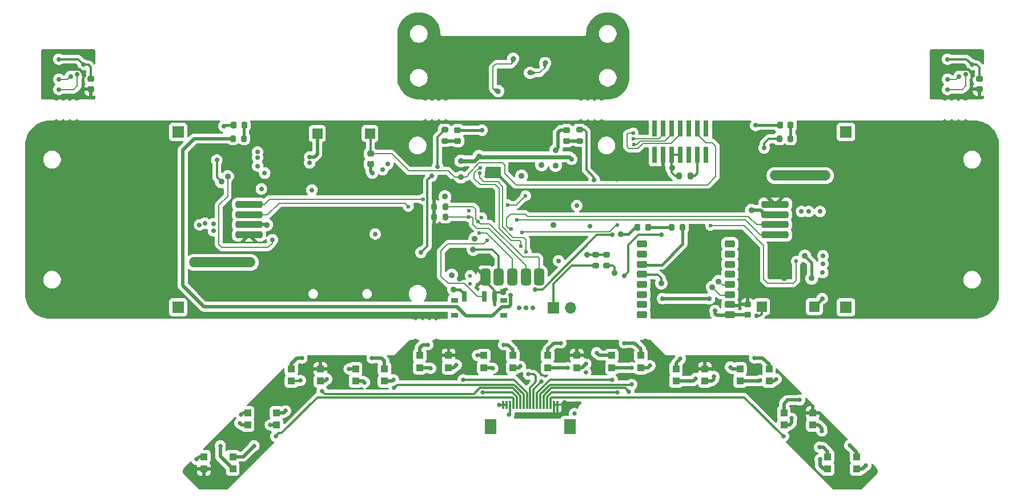
<source format=gbr>
%TF.GenerationSoftware,KiCad,Pcbnew,8.0.4*%
%TF.CreationDate,2024-11-30T23:44:48+01:00*%
%TF.ProjectId,ALL_PCBS,414c4c5f-5043-4425-932e-6b696361645f,rev?*%
%TF.SameCoordinates,Original*%
%TF.FileFunction,Copper,L1,Top*%
%TF.FilePolarity,Positive*%
%FSLAX46Y46*%
G04 Gerber Fmt 4.6, Leading zero omitted, Abs format (unit mm)*
G04 Created by KiCad (PCBNEW 8.0.4) date 2024-11-30 23:44:48*
%MOMM*%
%LPD*%
G01*
G04 APERTURE LIST*
G04 Aperture macros list*
%AMRoundRect*
0 Rectangle with rounded corners*
0 $1 Rounding radius*
0 $2 $3 $4 $5 $6 $7 $8 $9 X,Y pos of 4 corners*
0 Add a 4 corners polygon primitive as box body*
4,1,4,$2,$3,$4,$5,$6,$7,$8,$9,$2,$3,0*
0 Add four circle primitives for the rounded corners*
1,1,$1+$1,$2,$3*
1,1,$1+$1,$4,$5*
1,1,$1+$1,$6,$7*
1,1,$1+$1,$8,$9*
0 Add four rect primitives between the rounded corners*
20,1,$1+$1,$2,$3,$4,$5,0*
20,1,$1+$1,$4,$5,$6,$7,0*
20,1,$1+$1,$6,$7,$8,$9,0*
20,1,$1+$1,$8,$9,$2,$3,0*%
G04 Aperture macros list end*
%TA.AperFunction,Conductor*%
%ADD10C,0.200000*%
%TD*%
%TA.AperFunction,SMDPad,CuDef*%
%ADD11RoundRect,0.225000X-0.250000X0.225000X-0.250000X-0.225000X0.250000X-0.225000X0.250000X0.225000X0*%
%TD*%
%TA.AperFunction,ComponentPad*%
%ADD12R,1.700000X1.700000*%
%TD*%
%TA.AperFunction,SMDPad,CuDef*%
%ADD13RoundRect,0.250000X1.750000X0.250000X-1.750000X0.250000X-1.750000X-0.250000X1.750000X-0.250000X0*%
%TD*%
%TA.AperFunction,SMDPad,CuDef*%
%ADD14RoundRect,0.218750X-0.218750X-0.256250X0.218750X-0.256250X0.218750X0.256250X-0.218750X0.256250X0*%
%TD*%
%TA.AperFunction,SMDPad,CuDef*%
%ADD15RoundRect,0.200000X0.200000X0.275000X-0.200000X0.275000X-0.200000X-0.275000X0.200000X-0.275000X0*%
%TD*%
%TA.AperFunction,SMDPad,CuDef*%
%ADD16RoundRect,0.200000X-0.200000X-0.275000X0.200000X-0.275000X0.200000X0.275000X-0.200000X0.275000X0*%
%TD*%
%TA.AperFunction,SMDPad,CuDef*%
%ADD17RoundRect,0.200000X0.275000X-0.200000X0.275000X0.200000X-0.275000X0.200000X-0.275000X-0.200000X0*%
%TD*%
%TA.AperFunction,SMDPad,CuDef*%
%ADD18RoundRect,0.200000X-0.275000X0.200000X-0.275000X-0.200000X0.275000X-0.200000X0.275000X0.200000X0*%
%TD*%
%TA.AperFunction,SMDPad,CuDef*%
%ADD19R,0.740000X2.400000*%
%TD*%
%TA.AperFunction,SMDPad,CuDef*%
%ADD20RoundRect,0.225000X0.250000X-0.225000X0.250000X0.225000X-0.250000X0.225000X-0.250000X-0.225000X0*%
%TD*%
%TA.AperFunction,SMDPad,CuDef*%
%ADD21RoundRect,0.218750X-0.256250X0.218750X-0.256250X-0.218750X0.256250X-0.218750X0.256250X0.218750X0*%
%TD*%
%TA.AperFunction,ComponentPad*%
%ADD22O,1.700000X1.700000*%
%TD*%
%TA.AperFunction,SMDPad,CuDef*%
%ADD23R,1.500000X1.500000*%
%TD*%
%TA.AperFunction,SMDPad,CuDef*%
%ADD24RoundRect,0.375000X0.375000X-0.875000X0.375000X0.875000X-0.375000X0.875000X-0.375000X-0.875000X0*%
%TD*%
%TA.AperFunction,SMDPad,CuDef*%
%ADD25R,1.000000X0.800000*%
%TD*%
%TA.AperFunction,SMDPad,CuDef*%
%ADD26R,0.700000X1.500000*%
%TD*%
%TA.AperFunction,SMDPad,CuDef*%
%ADD27RoundRect,0.275000X0.475000X0.275000X-0.475000X0.275000X-0.475000X-0.275000X0.475000X-0.275000X0*%
%TD*%
%TA.AperFunction,SMDPad,CuDef*%
%ADD28RoundRect,0.250000X-1.750000X-0.250000X1.750000X-0.250000X1.750000X0.250000X-1.750000X0.250000X0*%
%TD*%
%TA.AperFunction,SMDPad,CuDef*%
%ADD29R,1.000000X1.000000*%
%TD*%
%TA.AperFunction,SMDPad,CuDef*%
%ADD30R,0.300000X1.300000*%
%TD*%
%TA.AperFunction,SMDPad,CuDef*%
%ADD31R,1.800000X2.200000*%
%TD*%
%TA.AperFunction,ViaPad*%
%ADD32C,0.700000*%
%TD*%
%TA.AperFunction,ViaPad*%
%ADD33C,0.900000*%
%TD*%
%TA.AperFunction,ViaPad*%
%ADD34C,0.600000*%
%TD*%
%TA.AperFunction,ViaPad*%
%ADD35C,0.650000*%
%TD*%
%TA.AperFunction,ViaPad*%
%ADD36C,0.800000*%
%TD*%
%TA.AperFunction,Conductor*%
%ADD37C,0.300000*%
%TD*%
%TA.AperFunction,Conductor*%
%ADD38C,0.400000*%
%TD*%
%TA.AperFunction,Conductor*%
%ADD39C,0.500000*%
%TD*%
%TA.AperFunction,Conductor*%
%ADD40C,0.160000*%
%TD*%
%TA.AperFunction,Conductor*%
%ADD41C,0.150000*%
%TD*%
%TA.AperFunction,Conductor*%
%ADD42C,0.600000*%
%TD*%
%TA.AperFunction,Conductor*%
%ADD43C,1.500000*%
%TD*%
G04 APERTURE END LIST*
D10*
%TO.N,Net-(C5-Pad1)*%
X145720000Y-133810000D02*
X145920000Y-133810000D01*
%TD*%
D11*
%TO.P,C1,1*%
%TO.N,+3.3V*%
X228660000Y-91005000D03*
%TO.P,C1,2*%
%TO.N,GND*%
X228660000Y-92555000D03*
%TD*%
%TO.P,C1,1*%
%TO.N,+3.3V*%
X96930000Y-91005000D03*
%TO.P,C1,2*%
%TO.N,GND*%
X96930000Y-92555000D03*
%TD*%
D12*
%TO.P,P4,1,Pin_1*%
%TO.N,Net-(P4-Pin_1)*%
X109880000Y-98870000D03*
%TD*%
D13*
%TO.P,Encoder_L1,1,Pin_1*%
%TO.N,+3V3*%
X120380000Y-114120000D03*
%TO.P,Encoder_L1,2,Pin_2*%
%TO.N,GND*%
X120380000Y-112620000D03*
%TO.P,Encoder_L1,3,Pin_3*%
%TO.N,ENC_L_A*%
X120380000Y-111120000D03*
%TO.P,Encoder_L1,4,Pin_4*%
%TO.N,ENC_L_B*%
X120380000Y-109620000D03*
%TD*%
D14*
%TO.P,D3,1,K*%
%TO.N,GND*%
X118092500Y-97870000D03*
%TO.P,D3,2,A*%
%TO.N,Net-(D3-A)*%
X119667500Y-97870000D03*
%TD*%
D15*
%TO.P,R8,1*%
%TO.N,Net-(U7-LED)*%
X184680000Y-113045000D03*
%TO.P,R8,2*%
%TO.N,Net-(D7-A)*%
X183030000Y-113045000D03*
%TD*%
D16*
%TO.P,R5,1*%
%TO.N,GND*%
X184175000Y-105370000D03*
%TO.P,R5,2*%
%TO.N,Net-(PROG2-Pin_11)*%
X185825000Y-105370000D03*
%TD*%
D17*
%TO.P,R2,1*%
%TO.N,Net-(D2-A)*%
X149380000Y-100195000D03*
%TO.P,R2,2*%
%TO.N,LED_2*%
X149380000Y-98545000D03*
%TD*%
D18*
%TO.P,R4,1*%
%TO.N,ADC_IN2*%
X171750000Y-117040000D03*
%TO.P,R4,2*%
%TO.N,VDC*%
X171750000Y-118690000D03*
%TD*%
D14*
%TO.P,D6,1,K*%
%TO.N,GND*%
X199092500Y-97870000D03*
%TO.P,D6,2,A*%
%TO.N,Net-(D6-A)*%
X200667500Y-97870000D03*
%TD*%
D11*
%TO.P,C27,1*%
%TO.N,+3V3*%
X194290000Y-124445000D03*
%TO.P,C27,2*%
%TO.N,GND*%
X194290000Y-125995000D03*
%TD*%
D17*
%TO.P,R1,1*%
%TO.N,Net-(D1-A)*%
X169380000Y-100195000D03*
%TO.P,R1,2*%
%TO.N,LED_3*%
X169380000Y-98545000D03*
%TD*%
D19*
%TO.P,PROG,1,Pin_1*%
%TO.N,unconnected-(PROG2-Pin_1-Pad1)*%
X180530000Y-102270000D03*
%TO.P,PROG,2,Pin_2*%
%TO.N,unconnected-(PROG2-Pin_2-Pad2)*%
X180530000Y-98370000D03*
%TO.P,PROG,3,Pin_3*%
%TO.N,+3V3*%
X181800000Y-102270000D03*
%TO.P,PROG,4,Pin_4*%
%TO.N,SYS_JTMS_SWDIO*%
X181800000Y-98370000D03*
%TO.P,PROG,5,Pin_5*%
%TO.N,GND*%
X183070000Y-102270000D03*
%TO.P,PROG,6,Pin_6*%
%TO.N,SYS_JTCK_SWCLK*%
X183070000Y-98370000D03*
%TO.P,PROG,7,Pin_7*%
%TO.N,GND*%
X184340000Y-102270000D03*
%TO.P,PROG,8,Pin_8*%
%TO.N,SYS_JTDO_SWO*%
X184340000Y-98370000D03*
%TO.P,PROG,9,Pin_9*%
%TO.N,unconnected-(PROG2-Pin_9-Pad9)*%
X185610000Y-102270000D03*
%TO.P,PROG,10,Pin_10*%
%TO.N,unconnected-(PROG2-Pin_10-Pad10)*%
X185610000Y-98370000D03*
%TO.P,PROG,11,Pin_11*%
%TO.N,Net-(PROG2-Pin_11)*%
X186880000Y-102270000D03*
%TO.P,PROG,12,Pin_12*%
%TO.N,NRST*%
X186880000Y-98370000D03*
%TO.P,PROG,13,Pin_13*%
%TO.N,unconnected-(PROG2-Pin_13-Pad13)*%
X188150000Y-102270000D03*
%TO.P,PROG,14,Pin_14*%
%TO.N,unconnected-(PROG2-Pin_14-Pad14)*%
X188150000Y-98370000D03*
%TD*%
D12*
%TO.P,P2,1,Pin_1*%
%TO.N,Net-(P2-Pin_1)*%
X208880000Y-124870000D03*
%TD*%
%TO.P,P3,1,Pin_1*%
%TO.N,Net-(P3-Pin_1)*%
X109880000Y-124870000D03*
%TD*%
D20*
%TO.P,C9,1*%
%TO.N,GND*%
X138380000Y-103645000D03*
%TO.P,C9,2*%
%TO.N,NRST*%
X138380000Y-102095000D03*
%TD*%
D21*
%TO.P,D1,1,K*%
%TO.N,GND*%
X167450000Y-98610000D03*
%TO.P,D1,2,A*%
%TO.N,Net-(D1-A)*%
X167450000Y-100185000D03*
%TD*%
D16*
%TO.P,R14,1*%
%TO.N,+3V3*%
X147830000Y-109920000D03*
%TO.P,R14,2*%
%TO.N,I2C3_SCL*%
X149480000Y-109920000D03*
%TD*%
D14*
%TO.P,D7,1,K*%
%TO.N,GND*%
X177962500Y-113050000D03*
%TO.P,D7,2,A*%
%TO.N,Net-(D7-A)*%
X179537500Y-113050000D03*
%TD*%
D16*
%TO.P,R13,1*%
%TO.N,+3V3*%
X147830000Y-111470000D03*
%TO.P,R13,2*%
%TO.N,I2C3_SDA*%
X149480000Y-111470000D03*
%TD*%
D12*
%TO.P,+VIN-,1,Pin_1*%
%TO.N,VDC*%
X165490000Y-124960000D03*
D22*
%TO.P,+VIN-,2,Pin_2*%
%TO.N,GND*%
X168030000Y-124960000D03*
%TD*%
D23*
%TO.P,KEY,1,A*%
%TO.N,Net-(Key_Button1-A)*%
X196380000Y-124760000D03*
%TO.P,KEY,2,B*%
%TO.N,GND*%
X204180000Y-124760000D03*
%TD*%
D15*
%TO.P,R7,1*%
%TO.N,Net-(D6-A)*%
X200655000Y-99870000D03*
%TO.P,R7,2*%
%TO.N,LED_4*%
X199005000Y-99870000D03*
%TD*%
D21*
%TO.P,D2,1,K*%
%TO.N,GND*%
X151300000Y-98610000D03*
%TO.P,D2,2,A*%
%TO.N,Net-(D2-A)*%
X151300000Y-100185000D03*
%TD*%
D23*
%TO.P,RESET,1,A*%
%TO.N,GND*%
X130505000Y-99095000D03*
%TO.P,RESET,2,B*%
%TO.N,NRST*%
X138305000Y-99095000D03*
%TD*%
D15*
%TO.P,R3,1*%
%TO.N,Net-(D3-A)*%
X119655000Y-99845000D03*
%TO.P,R3,2*%
%TO.N,LED_1*%
X118005000Y-99845000D03*
%TD*%
D17*
%TO.P,R6,1*%
%TO.N,GND*%
X173380000Y-118695000D03*
%TO.P,R6,2*%
%TO.N,ADC_IN2*%
X173380000Y-117045000D03*
%TD*%
D24*
%TO.P,IMU,1,Pin_1*%
%TO.N,+3V3*%
X155405000Y-120395000D03*
%TO.P,IMU,2,Pin_2*%
%TO.N,GND*%
X157405000Y-120395000D03*
%TO.P,IMU,3,Pin_3*%
%TO.N,I2C3_IMU_INT*%
X159405000Y-120395000D03*
%TO.P,IMU,4,Pin_4*%
%TO.N,I2C3_SDA*%
X161405000Y-120395000D03*
%TO.P,IMU,5,Pin_5*%
%TO.N,I2C3_SCL*%
X163405000Y-120395000D03*
%TD*%
D12*
%TO.P,P1,1,Pin_1*%
%TO.N,Net-(P1-Pin_1)*%
X208880000Y-98870000D03*
%TD*%
D25*
%TO.P,BOOT,*%
%TO.N,*%
X150880000Y-123870000D03*
X150880000Y-126080000D03*
X158180000Y-123870000D03*
X158180000Y-126080000D03*
D26*
%TO.P,BOOT,1,A*%
%TO.N,GND*%
X152280000Y-123220000D03*
%TO.P,BOOT,2,B*%
%TO.N,BOOT0*%
X155280000Y-123220000D03*
%TO.P,BOOT,3,C*%
%TO.N,+3V3*%
X156780000Y-123220000D03*
%TD*%
D27*
%TO.P,U7,1,GND*%
%TO.N,GND*%
X191670000Y-125970000D03*
%TO.P,U7,2,3.3V*%
%TO.N,+3V3*%
X191670000Y-124470000D03*
%TO.P,U7,3,Tx*%
%TO.N,LPUART1_RX*%
X191670000Y-122970000D03*
%TO.P,U7,4,Rx*%
%TO.N,LPUART1_TX*%
X191670000Y-121470000D03*
%TO.P,U7,5*%
%TO.N,N/C*%
X191670000Y-119970000D03*
%TO.P,U7,6*%
X191670000Y-118470000D03*
%TO.P,U7,7*%
X191670000Y-116970000D03*
%TO.P,U7,8*%
X191670000Y-115470000D03*
%TO.P,U7,9*%
X178670000Y-115470000D03*
%TO.P,U7,10*%
X178670000Y-116970000D03*
%TO.P,U7,11,LED*%
%TO.N,Net-(U7-LED)*%
X178670000Y-118470000D03*
%TO.P,U7,12,KEY*%
%TO.N,Net-(U7-KEY)*%
X178670000Y-119970000D03*
%TO.P,U7,13*%
%TO.N,N/C*%
X178670000Y-121470000D03*
%TO.P,U7,14*%
X178670000Y-122970000D03*
%TO.P,U7,15*%
X178670000Y-124470000D03*
%TO.P,U7,16,RESET*%
%TO.N,unconnected-(U7-RESET-Pad16)*%
X178670000Y-125970000D03*
%TD*%
D28*
%TO.P,Encoder_L2,1,Pin_1*%
%TO.N,+3V3*%
X198380000Y-109620000D03*
%TO.P,Encoder_L2,2,Pin_2*%
%TO.N,GND*%
X198380000Y-111120000D03*
%TO.P,Encoder_L2,3,Pin_3*%
%TO.N,ENC_R_A*%
X198380000Y-112620000D03*
%TO.P,Encoder_L2,4,Pin_4*%
%TO.N,ENC_R_B*%
X198380000Y-114120000D03*
%TD*%
D29*
%TO.P,IC1,1*%
%TO.N,+5V*%
X113670000Y-148810001D03*
%TO.P,IC1,2*%
%TO.N,GND*%
X113670000Y-147009999D03*
%TO.P,IC1,3*%
%TO.N,Net-(C3-Pad1)*%
X117970000Y-147009999D03*
%TO.P,IC1,4*%
%TO.N,Net-(IC1-Pad4)*%
X117970000Y-148810001D03*
%TD*%
%TO.P,IC9,1*%
%TO.N,Net-(IC9-Pad1)*%
X159470000Y-132010000D03*
%TO.P,IC9,2*%
%TO.N,GND*%
X159470000Y-133810000D03*
%TO.P,IC9,3*%
%TO.N,Net-(C11-Pad1)*%
X155170000Y-133810000D03*
%TO.P,IC9,4*%
%TO.N,Line_4*%
X155170000Y-132010000D03*
%TD*%
%TO.P,IC3,1*%
%TO.N,+5V*%
X149970000Y-132010000D03*
%TO.P,IC3,2*%
%TO.N,GND*%
X149970000Y-133810000D03*
%TO.P,IC3,3*%
%TO.N,Net-(C5-Pad1)*%
X145670000Y-133810000D03*
%TO.P,IC3,4*%
%TO.N,Net-(IC3-Pad4)*%
X145670000Y-132010000D03*
%TD*%
%TO.P,IC7,1*%
%TO.N,Net-(IC7-Pad1)*%
X120170000Y-142310000D03*
%TO.P,IC7,2*%
%TO.N,GND*%
X120170000Y-140510000D03*
%TO.P,IC7,3*%
%TO.N,Net-(C9-Pad1)*%
X124470000Y-140510000D03*
%TO.P,IC7,4*%
%TO.N,Line_4*%
X124470000Y-142310000D03*
%TD*%
%TO.P,IC10,1*%
%TO.N,Net-(IC10-Pad1)*%
X178470000Y-132010000D03*
%TO.P,IC10,2*%
%TO.N,GND*%
X178470000Y-133810000D03*
%TO.P,IC10,3*%
%TO.N,Net-(C12-Pad1)*%
X174170000Y-133810000D03*
%TO.P,IC10,4*%
%TO.N,Line_4*%
X174170000Y-132010000D03*
%TD*%
%TO.P,IC2,1*%
%TO.N,+5V*%
X130970000Y-134009999D03*
%TO.P,IC2,2*%
%TO.N,GND*%
X130970000Y-135810001D03*
%TO.P,IC2,3*%
%TO.N,Net-(C4-Pad1)*%
X126670000Y-135810001D03*
%TO.P,IC2,4*%
%TO.N,Net-(IC2-Pad4)*%
X126670000Y-134009999D03*
%TD*%
%TO.P,IC6,1*%
%TO.N,+5V*%
X203970000Y-140510000D03*
%TO.P,IC6,2*%
%TO.N,GND*%
X203970000Y-142310000D03*
%TO.P,IC6,3*%
%TO.N,Net-(C8-Pad1)*%
X199670000Y-142310000D03*
%TO.P,IC6,4*%
%TO.N,Net-(IC6-Pad4)*%
X199670000Y-140510000D03*
%TD*%
%TO.P,IC11,1*%
%TO.N,Net-(IC11-Pad1)*%
X197470000Y-134010000D03*
%TO.P,IC11,2*%
%TO.N,GND*%
X197470000Y-135810000D03*
%TO.P,IC11,3*%
%TO.N,Net-(C13-Pad1)*%
X193170000Y-135810000D03*
%TO.P,IC11,4*%
%TO.N,Line_4*%
X193170000Y-134010000D03*
%TD*%
D30*
%TO.P,SENSOR,1,Pin_1*%
%TO.N,GND*%
X158070000Y-139310000D03*
%TO.P,SENSOR,2,Pin_2*%
X158570000Y-139310000D03*
%TO.P,SENSOR,3,Pin_3*%
%TO.N,LED_ON*%
X159070000Y-139310000D03*
%TO.P,SENSOR,4,Pin_4*%
%TO.N,SENSOR1*%
X159570000Y-139310000D03*
%TO.P,SENSOR,5,Pin_5*%
%TO.N,SENSOR2*%
X160070000Y-139310000D03*
%TO.P,SENSOR,6,Pin_6*%
%TO.N,SENSOR3*%
X160570000Y-139310000D03*
%TO.P,SENSOR,7,Pin_7*%
%TO.N,SENSOR4*%
X161070000Y-139310000D03*
%TO.P,SENSOR,8,Pin_8*%
%TO.N,SENSOR5*%
X161570000Y-139310000D03*
%TO.P,SENSOR,9,Pin_9*%
%TO.N,SENSOR6*%
X162070000Y-139310000D03*
%TO.P,SENSOR,10,Pin_10*%
%TO.N,SENSOR7*%
X162570000Y-139310000D03*
%TO.P,SENSOR,11,Pin_11*%
%TO.N,SENSOR8*%
X163070000Y-139310000D03*
%TO.P,SENSOR,12,Pin_12*%
%TO.N,SENSOR9*%
X163570000Y-139310000D03*
%TO.P,SENSOR,13,Pin_13*%
%TO.N,SENSOR10*%
X164070000Y-139310000D03*
%TO.P,SENSOR,14,Pin_14*%
%TO.N,SENSOR11*%
X164570000Y-139310000D03*
%TO.P,SENSOR,15,Pin_15*%
%TO.N,SENSOR12*%
X165070000Y-139310000D03*
%TO.P,SENSOR,16,Pin_16*%
%TO.N,+5V*%
X165570000Y-139310000D03*
%TO.P,SENSOR,17,Pin_17*%
X166070000Y-139310000D03*
D31*
%TO.P,SENSOR,MP*%
%TO.N,N/C*%
X156170000Y-142560000D03*
X167970000Y-142560000D03*
%TD*%
D29*
%TO.P,IC12,1*%
%TO.N,Net-(IC12-Pad1)*%
X210470000Y-147010000D03*
%TO.P,IC12,2*%
%TO.N,GND*%
X210470000Y-148810000D03*
%TO.P,IC12,3*%
%TO.N,Net-(C14-Pad1)*%
X206170000Y-148810000D03*
%TO.P,IC12,4*%
%TO.N,Line_4*%
X206170000Y-147010000D03*
%TD*%
%TO.P,IC4,1*%
%TO.N,+5V*%
X168970000Y-132010000D03*
%TO.P,IC4,2*%
%TO.N,GND*%
X168970000Y-133810000D03*
%TO.P,IC4,3*%
%TO.N,Net-(C6-Pad1)*%
X164670000Y-133810000D03*
%TO.P,IC4,4*%
%TO.N,Net-(IC4-Pad4)*%
X164670000Y-132010000D03*
%TD*%
%TO.P,IC8,1*%
%TO.N,Net-(IC8-Pad1)*%
X140470000Y-134010000D03*
%TO.P,IC8,2*%
%TO.N,GND*%
X140470000Y-135810000D03*
%TO.P,IC8,3*%
%TO.N,Net-(C10-Pad1)*%
X136170000Y-135810000D03*
%TO.P,IC8,4*%
%TO.N,Line_4*%
X136170000Y-134010000D03*
%TD*%
%TO.P,IC5,1*%
%TO.N,+5V*%
X187970000Y-134010000D03*
%TO.P,IC5,2*%
%TO.N,GND*%
X187970000Y-135810000D03*
%TO.P,IC5,3*%
%TO.N,Net-(C7-Pad1)*%
X183670000Y-135810000D03*
%TO.P,IC5,4*%
%TO.N,Net-(IC5-Pad4)*%
X183670000Y-134010000D03*
%TD*%
D32*
%TO.N,ENC_L_A*%
X223910000Y-91080000D03*
%TO.N,ENC_L_B*%
X223910000Y-92580000D03*
%TO.N,GND*%
X223910000Y-89580000D03*
%TO.N,+3.3V*%
X227585000Y-88905000D03*
%TO.N,GND*%
X227680000Y-90450000D03*
%TO.N,ENC_L_A*%
X225660000Y-90630000D03*
%TO.N,ENC_L_B*%
X226660000Y-90330000D03*
%TO.N,+3.3V*%
X223910000Y-88080000D03*
%TO.N,GND*%
X92180000Y-89580000D03*
X95950000Y-90450000D03*
%TO.N,ENC_L_B*%
X94930000Y-90330000D03*
X92180000Y-92580000D03*
%TO.N,ENC_L_A*%
X93930000Y-90630000D03*
X92180000Y-91080000D03*
%TO.N,+3.3V*%
X95855000Y-88905000D03*
X92180000Y-88080000D03*
D33*
%TO.N,GND*%
X165830000Y-103870000D03*
X183080000Y-104245000D03*
X174530000Y-119770000D03*
X149430000Y-108470000D03*
D32*
X205040000Y-110660000D03*
D33*
X194855000Y-110470000D03*
D34*
X153180000Y-120170000D03*
D32*
X122210000Y-107320000D03*
D33*
X165480000Y-112632347D03*
D32*
X154930000Y-98620000D03*
X189450000Y-125370000D03*
D33*
X202780000Y-117266000D03*
D32*
X202290000Y-110660000D03*
D34*
X152980000Y-110570000D03*
D32*
X140970000Y-103630000D03*
D33*
X150430000Y-120095000D03*
D32*
X115105000Y-112470000D03*
D33*
X175530000Y-114045000D03*
D32*
X195505000Y-97895000D03*
D33*
X203796000Y-120568000D03*
D32*
X116655000Y-98020000D03*
X203360000Y-110660000D03*
X113830000Y-112420000D03*
X129380000Y-103460000D03*
X113055000Y-112645000D03*
X168990000Y-109800000D03*
D33*
X165842500Y-101557500D03*
D32*
X166270000Y-117970000D03*
X139070000Y-114000000D03*
X170950000Y-112860000D03*
X115105000Y-113520000D03*
X138690000Y-105000000D03*
D33*
X163755571Y-103745026D03*
D34*
X154880000Y-111570000D03*
D32*
X140180000Y-104460000D03*
D33*
X116280000Y-106270000D03*
D32*
X129710000Y-107470000D03*
D33*
X150730000Y-122220000D03*
X153860000Y-114690000D03*
D34*
X153180000Y-121370000D03*
D32*
X129390000Y-102570000D03*
D33*
X122990000Y-112650000D03*
D32*
X115605000Y-103045000D03*
D33*
X160792653Y-105382653D03*
X153605000Y-116295000D03*
D32*
X205355000Y-123570000D03*
D33*
%TO.N,+3V3*%
X118280000Y-106245000D03*
D32*
X141430000Y-100150000D03*
D33*
X199732000Y-120568000D03*
D32*
X182070000Y-119740000D03*
D33*
X158080000Y-122670000D03*
D32*
X175890000Y-107880000D03*
X133980000Y-113870000D03*
X140820000Y-99550000D03*
X150510000Y-106120000D03*
X113130000Y-121070000D03*
D33*
X149805000Y-116995000D03*
D32*
X119355000Y-103020000D03*
D33*
X165405000Y-119070000D03*
D32*
X140090000Y-98820000D03*
X175900000Y-105810000D03*
X109270000Y-121060000D03*
D33*
X200494000Y-117520000D03*
X147480000Y-117070000D03*
X162405625Y-103769344D03*
D32*
X174910000Y-107750000D03*
D33*
X151630000Y-120620000D03*
D32*
X174910000Y-105860000D03*
D33*
%TO.N,NRST*%
X151780000Y-105570000D03*
D32*
%TO.N,VDC*%
X122705000Y-104970000D03*
X162460000Y-124970000D03*
X205420000Y-119730000D03*
X160410000Y-124950000D03*
X205440000Y-118390000D03*
X121655000Y-101845000D03*
X161460000Y-124970000D03*
X121655000Y-103920000D03*
X205455000Y-117230000D03*
X121655000Y-102670000D03*
%TO.N,+5V*%
X188650000Y-123590000D03*
X168205000Y-102920000D03*
X181670000Y-123580000D03*
D33*
X154468000Y-102482000D03*
X151780000Y-103170000D03*
D34*
%TO.N,ENC_L_B*%
X146180000Y-108845000D03*
%TO.N,ENC_L_A*%
X144005000Y-109920000D03*
%TO.N,ENC_R_B*%
X160117347Y-111907347D03*
%TO.N,ENC_R_A*%
X159205000Y-113270000D03*
%TO.N,I2C3_SCL*%
X154342500Y-112182500D03*
%TO.N,I2C3_SDA*%
X153005000Y-111470000D03*
%TO.N,I2C3_IMU_INT*%
X154480000Y-113845000D03*
D32*
%TO.N,Net-(Key_Button1-A)*%
X195610000Y-126160000D03*
%TO.N,Net-(P2-Pin_1)*%
X204930000Y-105330000D03*
X198350000Y-105330000D03*
X204050000Y-105330000D03*
X205830000Y-105330000D03*
X199230000Y-105330000D03*
X200180000Y-105330000D03*
%TO.N,Net-(P4-Pin_1)*%
X114410000Y-118200000D03*
X113320000Y-118200000D03*
X118360000Y-118200000D03*
X112230000Y-118200000D03*
X119540000Y-118210000D03*
X120570000Y-118200000D03*
D34*
%TO.N,SYS_JTCK_SWCLK*%
X177430000Y-100745000D03*
%TO.N,SYS_JTMS_SWDIO*%
X177380000Y-99870000D03*
%TO.N,SYS_JTDO_SWO*%
X177348769Y-99025595D03*
D32*
%TO.N,LED_1*%
X159155000Y-123070000D03*
%TO.N,LED_2*%
X145880000Y-116745000D03*
X148330000Y-103995000D03*
X147455000Y-105395000D03*
%TO.N,LED_3*%
X171555000Y-106020000D03*
X162830000Y-122195000D03*
X174230000Y-114145000D03*
D33*
%TO.N,ADC_IN2*%
X170480000Y-117040000D03*
D32*
%TO.N,LED_4*%
X181530000Y-114145000D03*
X176005000Y-120170000D03*
X196755000Y-101245000D03*
D33*
%TO.N,Net-(U7-KEY)*%
X181505000Y-121295000D03*
D34*
%TO.N,SENSOR11*%
X154580000Y-104970000D03*
X161480000Y-116670000D03*
%TO.N,SENSOR12*%
X154673413Y-104163413D03*
X160680000Y-115770000D03*
%TO.N,BOOT0*%
X158730000Y-109670000D03*
X161380000Y-108345000D03*
X155684722Y-114945000D03*
%TO.N,Motor_STBY*%
X160830000Y-113770000D03*
X188805000Y-112745000D03*
X201510000Y-118028000D03*
D32*
X123830000Y-114845000D03*
D33*
X117205000Y-105495000D03*
D34*
X174980000Y-112632347D03*
D33*
%TO.N,LPUART1_RX*%
X189050000Y-121870000D03*
%TO.N,LPUART1_TX*%
X189990000Y-121030000D03*
D35*
%TO.N,+5V*%
X181020000Y-135610000D03*
X166070000Y-140710000D03*
X162420000Y-132910000D03*
D34*
X132220000Y-134210000D03*
D35*
X181120000Y-131910000D03*
X165120000Y-140910000D03*
X161620000Y-136010000D03*
X203620000Y-145010000D03*
X197720000Y-138110000D03*
X143020000Y-132510000D03*
X170520000Y-132210000D03*
D34*
X167220000Y-138910000D03*
X114720000Y-151110000D03*
D35*
%TO.N,GND*%
X211820000Y-148310000D03*
X179820000Y-133510000D03*
X131920000Y-135510000D03*
X151120000Y-133410000D03*
X160620000Y-133610000D03*
X170320000Y-134510000D03*
X205320000Y-143210000D03*
X170320000Y-133210000D03*
X112620000Y-147410000D03*
X189320000Y-135110000D03*
X157445000Y-139310000D03*
X198520000Y-135510000D03*
X141820000Y-135610000D03*
X119220000Y-140810000D03*
%TO.N,Net-(C3-Pad1)*%
X121120000Y-145410000D03*
%TO.N,Net-(C4-Pad1)*%
X128020000Y-135710000D03*
%TO.N,Net-(C5-Pad1)*%
X147320000Y-133910000D03*
%TO.N,Net-(C6-Pad1)*%
X167620000Y-133810000D03*
%TO.N,Net-(C7-Pad1)*%
X186620000Y-135410000D03*
%TO.N,Net-(C8-Pad1)*%
X200834492Y-141324492D03*
%TO.N,Net-(C9-Pad1)*%
X125820000Y-140210000D03*
%TO.N,Net-(C10-Pad1)*%
X137520000Y-136010000D03*
%TO.N,Net-(C11-Pad1)*%
X156520000Y-133910000D03*
%TO.N,Net-(C12-Pad1)*%
X177120000Y-133810000D03*
%TO.N,Net-(C13-Pad1)*%
X196120000Y-135710000D03*
%TO.N,Net-(C14-Pad1)*%
X205020000Y-147410000D03*
%TO.N,Net-(IC1-Pad4)*%
X116120000Y-145410000D03*
%TO.N,Net-(IC3-Pad4)*%
X146920000Y-130410000D03*
%TO.N,Net-(IC5-Pad4)*%
X184320000Y-132510000D03*
%TO.N,Net-(IC8-Pad1)*%
X138620000Y-132410000D03*
%TO.N,Net-(IC10-Pad1)*%
X176020000Y-130160000D03*
%TO.N,Net-(IC12-Pad1)*%
X209420000Y-145310000D03*
%TO.N,SENSOR1*%
X124320000Y-144010000D03*
%TO.N,SENSOR3*%
X131220000Y-137310000D03*
%TO.N,SENSOR5*%
X152120000Y-135610000D03*
%TO.N,SENSOR7*%
X163720000Y-135910000D03*
%TO.N,SENSOR9*%
X177120000Y-136310000D03*
%TO.N,SENSOR11*%
X175020000Y-137510000D03*
%TO.N,SENSOR2*%
X155020000Y-137510000D03*
%TO.N,SENSOR4*%
X141920000Y-136810000D03*
%TO.N,SENSOR6*%
X161820000Y-134810000D03*
%TO.N,SENSOR8*%
X174220000Y-135616980D03*
%TO.N,SENSOR10*%
X176720000Y-137410000D03*
%TO.N,SENSOR12*%
X199620000Y-144010000D03*
%TO.N,LED_ON*%
X158920000Y-140810000D03*
%TO.N,Net-(IC2-Pad4)*%
X128220000Y-132410000D03*
%TO.N,Net-(IC4-Pad4)*%
X166620000Y-130160000D03*
%TO.N,Net-(IC6-Pad4)*%
X202020000Y-138610000D03*
%TO.N,Net-(IC7-Pad1)*%
X119020000Y-142010000D03*
%TO.N,Net-(IC9-Pad1)*%
X158120000Y-130410000D03*
%TO.N,Net-(IC11-Pad1)*%
X195320000Y-132410000D03*
%TO.N,Line_4*%
X191720000Y-133710000D03*
X204920000Y-145610000D03*
X135220000Y-134010000D03*
X123520000Y-142310000D03*
X168620000Y-140610000D03*
X171920000Y-131610000D03*
X154220000Y-132010000D03*
D36*
%TO.N,I2C3_SCL*%
X164282000Y-88655000D03*
%TO.N,I2C3_IMU_INT*%
X157332000Y-92830000D03*
%TO.N,GND*%
X158017000Y-87730000D03*
%TO.N,I2C3_SCL*%
X162032000Y-90105000D03*
%TO.N,GND*%
X155357000Y-89680000D03*
%TO.N,I2C3_IMU_INT*%
X159557000Y-88005000D03*
%TO.N,GND*%
X162907000Y-93005000D03*
%TD*%
D37*
%TO.N,+3.3V*%
X227585000Y-88905000D02*
X228285000Y-88905000D01*
D10*
%TO.N,ENC_L_A*%
X225210000Y-91080000D02*
X223910000Y-91080000D01*
D37*
%TO.N,+3.3V*%
X226760000Y-88080000D02*
X223910000Y-88080000D01*
D38*
%TO.N,GND*%
X226970661Y-89580000D02*
X223910000Y-89580000D01*
X227680000Y-90289339D02*
X226970661Y-89580000D01*
D37*
%TO.N,+3.3V*%
X228650000Y-89270000D02*
X228650000Y-90975000D01*
D10*
%TO.N,ENC_L_B*%
X226110000Y-92580000D02*
X223910000Y-92580000D01*
X226660000Y-92030000D02*
X226110000Y-92580000D01*
%TO.N,ENC_L_A*%
X225660000Y-90630000D02*
X225210000Y-91080000D01*
D37*
%TO.N,+3.3V*%
X227585000Y-88905000D02*
X226760000Y-88080000D01*
D10*
%TO.N,ENC_L_B*%
X226660000Y-90330000D02*
X226660000Y-92030000D01*
D37*
%TO.N,+3.3V*%
X228285000Y-88905000D02*
X228650000Y-89270000D01*
D38*
%TO.N,GND*%
X227680000Y-90450000D02*
X227680000Y-90289339D01*
X95950000Y-90450000D02*
X95950000Y-90289339D01*
X95240661Y-89580000D02*
X92180000Y-89580000D01*
X95950000Y-90289339D02*
X95240661Y-89580000D01*
D10*
%TO.N,ENC_L_B*%
X94930000Y-90330000D02*
X94930000Y-92030000D01*
X94380000Y-92580000D02*
X92180000Y-92580000D01*
X94930000Y-92030000D02*
X94380000Y-92580000D01*
%TO.N,ENC_L_A*%
X93930000Y-90630000D02*
X93480000Y-91080000D01*
X93480000Y-91080000D02*
X92180000Y-91080000D01*
D37*
%TO.N,+3.3V*%
X95030000Y-88080000D02*
X92180000Y-88080000D01*
X96920000Y-89270000D02*
X96920000Y-90975000D01*
X95855000Y-88905000D02*
X95030000Y-88080000D01*
X95855000Y-88905000D02*
X96555000Y-88905000D01*
X96555000Y-88905000D02*
X96920000Y-89270000D01*
%TO.N,GND*%
X174530000Y-118920000D02*
X174305000Y-118695000D01*
X183070000Y-104235000D02*
X183080000Y-104245000D01*
D39*
X138380000Y-103645000D02*
X138380000Y-104690000D01*
X165842500Y-101557500D02*
X166155000Y-101245000D01*
D37*
X157405000Y-120395000D02*
X157405000Y-117270000D01*
X157405000Y-117270000D02*
X156430000Y-116295000D01*
X183518000Y-105370000D02*
X184175000Y-105370000D01*
D39*
X130505000Y-102145000D02*
X130080000Y-102570000D01*
X166155000Y-101245000D02*
X166155000Y-98995000D01*
X166155000Y-98995000D02*
X166540000Y-98610000D01*
D38*
X176580000Y-114045000D02*
X177575000Y-113050000D01*
X150730000Y-122220000D02*
X150705000Y-122195000D01*
X203796000Y-120568000D02*
X203796000Y-118282000D01*
X116680000Y-98020000D02*
X116655000Y-98020000D01*
D39*
X194290000Y-125995000D02*
X191745000Y-125995000D01*
D38*
X151300000Y-98610000D02*
X154920000Y-98610000D01*
X154930000Y-98620000D02*
X154940000Y-98610000D01*
X195505000Y-97895000D02*
X195480000Y-97870000D01*
X175530000Y-114045000D02*
X176580000Y-114045000D01*
D37*
X115605000Y-105595000D02*
X115605000Y-103045000D01*
X156430000Y-116295000D02*
X153605000Y-116295000D01*
D39*
X189720000Y-126070000D02*
X191670000Y-126070000D01*
X166540000Y-98610000D02*
X167450000Y-98610000D01*
D38*
X116655000Y-98020000D02*
X116655000Y-98045000D01*
D37*
X183070000Y-104255000D02*
X183070000Y-104922000D01*
X183080000Y-104245000D02*
X183070000Y-104255000D01*
D38*
X154920000Y-98610000D02*
X154930000Y-98620000D01*
D37*
X174530000Y-119770000D02*
X174530000Y-118920000D01*
D39*
X130080000Y-102570000D02*
X129390000Y-102570000D01*
D37*
X183070000Y-104922000D02*
X183518000Y-105370000D01*
D38*
X199092500Y-97870000D02*
X195530000Y-97870000D01*
D39*
X194855000Y-110470000D02*
X196233122Y-110470000D01*
X189450000Y-125370000D02*
X189450000Y-125800000D01*
X130505000Y-99095000D02*
X130505000Y-102145000D01*
D37*
X183070000Y-102270000D02*
X183070000Y-104235000D01*
X184340000Y-102270000D02*
X183070000Y-102270000D01*
D38*
X195530000Y-97870000D02*
X195505000Y-97895000D01*
D39*
X196233122Y-110470000D02*
X196883122Y-111120000D01*
X138380000Y-104690000D02*
X138690000Y-105000000D01*
D37*
X174305000Y-118695000D02*
X173380000Y-118695000D01*
D39*
X196883122Y-111120000D02*
X199850000Y-111120000D01*
D38*
X203796000Y-118282000D02*
X202780000Y-117266000D01*
X204180000Y-124745000D02*
X205355000Y-123570000D01*
X118092500Y-97870000D02*
X116830000Y-97870000D01*
X177575000Y-113050000D02*
X177962500Y-113050000D01*
D39*
X189450000Y-125800000D02*
X189720000Y-126070000D01*
D38*
X116830000Y-97870000D02*
X116680000Y-98020000D01*
D39*
X122960000Y-112620000D02*
X118880000Y-112620000D01*
D38*
X151630000Y-122220000D02*
X150730000Y-122220000D01*
D39*
X122990000Y-112650000D02*
X122960000Y-112620000D01*
D37*
X116280000Y-106270000D02*
X115605000Y-105595000D01*
D38*
X152280000Y-122870000D02*
X151630000Y-122220000D01*
D37*
%TO.N,+3V3*%
X118280000Y-106245000D02*
X119355000Y-105170000D01*
D38*
X199732000Y-120568000D02*
X199732000Y-118282000D01*
D39*
X193360000Y-124440000D02*
X193170000Y-124440000D01*
D37*
X156910000Y-122670000D02*
X156780000Y-122800000D01*
X147830000Y-111470000D02*
X147830000Y-109920000D01*
X156780000Y-122370000D02*
X155405000Y-120995000D01*
X156780000Y-123220000D02*
X156780000Y-122370000D01*
X155405000Y-120995000D02*
X155405000Y-120395000D01*
D38*
X181800000Y-102270000D02*
X181800000Y-104450000D01*
X199732000Y-118282000D02*
X200494000Y-117520000D01*
D39*
X194290000Y-124445000D02*
X193365000Y-124445000D01*
D38*
X180440000Y-105810000D02*
X175900000Y-105810000D01*
D37*
X156780000Y-122800000D02*
X156780000Y-123220000D01*
X119355000Y-105170000D02*
X119355000Y-103020000D01*
D39*
X193170000Y-124440000D02*
X193040000Y-124570000D01*
D37*
X158080000Y-122670000D02*
X156910000Y-122670000D01*
D39*
X193040000Y-124570000D02*
X191670000Y-124570000D01*
D38*
X181800000Y-104450000D02*
X180440000Y-105810000D01*
D40*
%TO.N,NRST*%
X158280000Y-103770000D02*
X158280000Y-105024000D01*
D41*
X152605000Y-105570000D02*
X151780000Y-105570000D01*
X154530000Y-103470000D02*
X152855000Y-105145000D01*
D40*
X144055000Y-104645000D02*
X141505000Y-102095000D01*
X158280000Y-105024000D02*
X159967512Y-106711512D01*
D41*
X186880000Y-98370000D02*
X186880000Y-99200000D01*
D40*
X151780000Y-105570000D02*
X150850955Y-105570000D01*
X141505000Y-102095000D02*
X138380000Y-102095000D01*
X150850955Y-105570000D02*
X149925955Y-104645000D01*
D41*
X152855000Y-105145000D02*
X152855000Y-105320000D01*
D40*
X159967512Y-106711512D02*
X188338488Y-106711512D01*
X189572000Y-101010000D02*
X189007000Y-100445000D01*
X149925955Y-104645000D02*
X144055000Y-104645000D01*
D41*
X157980000Y-103470000D02*
X154530000Y-103470000D01*
X158280000Y-103770000D02*
X157980000Y-103470000D01*
D37*
X138380000Y-98870000D02*
X138380000Y-102095000D01*
D40*
X189572000Y-105478000D02*
X189572000Y-101010000D01*
X189007000Y-100445000D02*
X188125000Y-100445000D01*
X188338488Y-106711512D02*
X189572000Y-105478000D01*
X188125000Y-100445000D02*
X186880000Y-99200000D01*
D41*
X152855000Y-105320000D02*
X152605000Y-105570000D01*
D37*
%TO.N,VDC*%
X168210000Y-118690000D02*
X165490000Y-121410000D01*
X165490000Y-121410000D02*
X165490000Y-124960000D01*
X171750000Y-118690000D02*
X168210000Y-118690000D01*
%TO.N,+5V*%
X168205000Y-102895000D02*
X168205000Y-102920000D01*
D42*
X154468000Y-102482000D02*
X153780000Y-103170000D01*
D39*
X181680000Y-123590000D02*
X181670000Y-123580000D01*
D42*
X154556000Y-102570000D02*
X167880000Y-102570000D01*
D37*
X168205000Y-102920000D02*
X168230000Y-102920000D01*
D42*
X167880000Y-102570000D02*
X168205000Y-102895000D01*
D39*
X188650000Y-123590000D02*
X181680000Y-123590000D01*
D37*
X154468000Y-102482000D02*
X154556000Y-102570000D01*
D42*
X153780000Y-103170000D02*
X151780000Y-103170000D01*
D39*
X181670000Y-123580000D02*
X181660000Y-123590000D01*
D37*
X168230000Y-102920000D02*
X168330000Y-103020000D01*
D39*
%TO.N,Net-(D1-A)*%
X169370000Y-100185000D02*
X169380000Y-100195000D01*
X167450000Y-100185000D02*
X169370000Y-100185000D01*
%TO.N,Net-(D2-A)*%
X149380000Y-100195000D02*
X151290000Y-100195000D01*
X151290000Y-100195000D02*
X151300000Y-100185000D01*
D38*
%TO.N,Net-(D3-A)*%
X119655000Y-99845000D02*
X119655000Y-97882500D01*
%TO.N,Net-(D6-A)*%
X200667500Y-97870000D02*
X200667500Y-99832500D01*
%TO.N,Net-(D7-A)*%
X179542500Y-113045000D02*
X179537500Y-113050000D01*
X183030000Y-113045000D02*
X179542500Y-113045000D01*
D41*
%TO.N,ENC_L_B*%
X123430000Y-108820000D02*
X122630000Y-109620000D01*
X122630000Y-109620000D02*
X118880000Y-109620000D01*
X146155000Y-108820000D02*
X123430000Y-108820000D01*
X146180000Y-108845000D02*
X146155000Y-108820000D01*
%TO.N,ENC_L_A*%
X123130000Y-111120000D02*
X118880000Y-111120000D01*
X124830000Y-109420000D02*
X123130000Y-111120000D01*
X143505000Y-109420000D02*
X124830000Y-109420000D01*
X144005000Y-109920000D02*
X143505000Y-109420000D01*
%TO.N,ENC_R_B*%
X199850000Y-114120000D02*
X196130000Y-114120000D01*
X193917347Y-111907347D02*
X160117347Y-111907347D01*
X196130000Y-114120000D02*
X193917347Y-111907347D01*
%TO.N,ENC_R_A*%
X159005000Y-113270000D02*
X158555000Y-112820000D01*
X161380000Y-111070000D02*
X161680000Y-111370000D01*
X195630000Y-112620000D02*
X199850000Y-112620000D01*
X159205000Y-113270000D02*
X159005000Y-113270000D01*
X158555000Y-112820000D02*
X158555000Y-111670000D01*
X158555000Y-111670000D02*
X159155000Y-111070000D01*
X159155000Y-111070000D02*
X161380000Y-111070000D01*
X194380000Y-111370000D02*
X195630000Y-112620000D01*
X161680000Y-111370000D02*
X194380000Y-111370000D01*
%TO.N,I2C3_SCL*%
X154630000Y-112470000D02*
X156055000Y-112470000D01*
X163205000Y-117395000D02*
X163405000Y-117595000D01*
X154342500Y-112182500D02*
X154005000Y-111845000D01*
X154342500Y-112182500D02*
X154630000Y-112470000D01*
X156055000Y-112470000D02*
X160980000Y-117395000D01*
X163405000Y-117595000D02*
X163405000Y-120395000D01*
X160980000Y-117395000D02*
X163205000Y-117395000D01*
X153605000Y-109920000D02*
X149480000Y-109920000D01*
X154005000Y-110320000D02*
X153605000Y-109920000D01*
X154005000Y-111845000D02*
X154005000Y-110320000D01*
%TO.N,I2C3_SDA*%
X153005000Y-111470000D02*
X149480000Y-111470000D01*
X154180000Y-113170000D02*
X155930000Y-113170000D01*
X153005000Y-111470000D02*
X153405000Y-111470000D01*
X153405000Y-111470000D02*
X153580000Y-111645000D01*
X153580000Y-111645000D02*
X153580000Y-112570000D01*
X161405000Y-118645000D02*
X161405000Y-120395000D01*
X155930000Y-113170000D02*
X161405000Y-118645000D01*
X153580000Y-112570000D02*
X154180000Y-113170000D01*
%TO.N,I2C3_IMU_INT*%
X155635026Y-113870000D02*
X159405000Y-117639974D01*
X154455000Y-113870000D02*
X154430000Y-113870000D01*
X154480000Y-113845000D02*
X154455000Y-113870000D01*
X154480000Y-113845000D02*
X154505000Y-113870000D01*
X159405000Y-117639974D02*
X159405000Y-120395000D01*
X154505000Y-113870000D02*
X155635026Y-113870000D01*
D37*
%TO.N,Net-(Key_Button1-A)*%
X196380000Y-125840000D02*
X196380000Y-124760000D01*
X196060000Y-126160000D02*
X196380000Y-125840000D01*
X195610000Y-126160000D02*
X196060000Y-126160000D01*
D43*
%TO.N,Net-(P2-Pin_1)*%
X199230000Y-105330000D02*
X198350000Y-105330000D01*
X204050000Y-105330000D02*
X205830000Y-105330000D01*
X200180000Y-105330000D02*
X199230000Y-105330000D01*
X200180000Y-105330000D02*
X204050000Y-105330000D01*
%TO.N,Net-(P4-Pin_1)*%
X114410000Y-118200000D02*
X112230000Y-118200000D01*
X118360000Y-118200000D02*
X119530000Y-118200000D01*
X118360000Y-118200000D02*
X114410000Y-118200000D01*
X119550000Y-118200000D02*
X120570000Y-118200000D01*
D41*
%TO.N,SYS_JTCK_SWCLK*%
X177430000Y-100745000D02*
X177855000Y-100745000D01*
X183070000Y-99180000D02*
X183070000Y-98370000D01*
X182030000Y-100220000D02*
X183070000Y-99180000D01*
X177855000Y-100745000D02*
X178380000Y-100220000D01*
X178380000Y-100220000D02*
X182030000Y-100220000D01*
D37*
%TO.N,Net-(PROG2-Pin_11)*%
X185825000Y-105370000D02*
X186482000Y-105370000D01*
X186482000Y-105370000D02*
X186880000Y-104972000D01*
X186880000Y-104972000D02*
X186880000Y-102270000D01*
D41*
%TO.N,SYS_JTMS_SWDIO*%
X181800000Y-99200000D02*
X181130000Y-99870000D01*
X181800000Y-98370000D02*
X181800000Y-99200000D01*
X181130000Y-99870000D02*
X177380000Y-99870000D01*
%TO.N,SYS_JTDO_SWO*%
X178030000Y-101320000D02*
X178780000Y-100570000D01*
X182970000Y-100570000D02*
X184340000Y-99200000D01*
X178780000Y-100570000D02*
X182970000Y-100570000D01*
X176405000Y-101020000D02*
X176705000Y-101320000D01*
X176405000Y-99245000D02*
X176405000Y-101020000D01*
X176705000Y-101320000D02*
X178030000Y-101320000D01*
X184340000Y-99200000D02*
X184340000Y-98370000D01*
X177348769Y-99025595D02*
X176624405Y-99025595D01*
X176624405Y-99025595D02*
X176405000Y-99245000D01*
D39*
%TO.N,LED_1*%
X158880000Y-124770000D02*
X157880000Y-124770000D01*
X113680000Y-124770000D02*
X110530120Y-121620120D01*
X110530120Y-101594880D02*
X112280000Y-99845000D01*
X159155000Y-123070000D02*
X159155000Y-124495000D01*
X110530120Y-121620120D02*
X110530120Y-101594880D01*
X152580000Y-126170000D02*
X151180000Y-124770000D01*
X156480000Y-126170000D02*
X152580000Y-126170000D01*
X151180000Y-124770000D02*
X113680000Y-124770000D01*
X159155000Y-124495000D02*
X158880000Y-124770000D01*
X157880000Y-124770000D02*
X156480000Y-126170000D01*
X112280000Y-99845000D02*
X118005000Y-99845000D01*
D37*
%TO.N,LED_2*%
X146830000Y-106020000D02*
X146830000Y-115795000D01*
X148330000Y-103995000D02*
X148330000Y-99595000D01*
X147455000Y-105395000D02*
X146830000Y-106020000D01*
X146830000Y-115795000D02*
X145880000Y-116745000D01*
X148330000Y-99595000D02*
X149380000Y-98545000D01*
%TO.N,LED_3*%
X169380000Y-98545000D02*
X170055000Y-98545000D01*
X171555000Y-106020000D02*
X171555000Y-105995000D01*
X162830000Y-122195000D02*
X163880306Y-122195000D01*
X163880306Y-122195000D02*
X171930306Y-114145000D01*
X170055000Y-98545000D02*
X170380000Y-98870000D01*
X171555000Y-105670000D02*
X171555000Y-106020000D01*
X171930306Y-114145000D02*
X174230000Y-114145000D01*
X170380000Y-98870000D02*
X170380000Y-104495000D01*
X170380000Y-104495000D02*
X171555000Y-105670000D01*
%TO.N,ADC_IN2*%
X170480000Y-117040000D02*
X171750000Y-117040000D01*
X173380000Y-117045000D02*
X171755000Y-117045000D01*
%TO.N,LED_4*%
X178105000Y-114145000D02*
X181530000Y-114145000D01*
X176580000Y-119595000D02*
X176580000Y-115670000D01*
X176005000Y-120170000D02*
X176580000Y-119595000D01*
X176580000Y-115670000D02*
X178105000Y-114145000D01*
X196755000Y-101245000D02*
X196755000Y-100570000D01*
X196755000Y-100570000D02*
X197455000Y-99870000D01*
X197455000Y-99870000D02*
X199005000Y-99870000D01*
D38*
%TO.N,Net-(U7-LED)*%
X184680000Y-115470000D02*
X184680000Y-113045000D01*
X181580000Y-118570000D02*
X184680000Y-115470000D01*
X178670000Y-118570000D02*
X181580000Y-118570000D01*
D37*
%TO.N,Net-(U7-KEY)*%
X181505000Y-120570000D02*
X181005000Y-120070000D01*
X181005000Y-120070000D02*
X178670000Y-120070000D01*
X181505000Y-121295000D02*
X181505000Y-120570000D01*
D41*
%TO.N,SENSOR11*%
X157980000Y-106970000D02*
X157980000Y-112945000D01*
X157280000Y-106270000D02*
X157980000Y-106970000D01*
X154580000Y-105670000D02*
X155180000Y-106270000D01*
X157980000Y-112945000D02*
X159530000Y-114495000D01*
X161105000Y-114495000D02*
X161480000Y-114870000D01*
X154580000Y-104970000D02*
X154580000Y-105670000D01*
X161480000Y-114870000D02*
X161480000Y-116670000D01*
X159530000Y-114495000D02*
X161105000Y-114495000D01*
X155180000Y-106270000D02*
X157280000Y-106270000D01*
%TO.N,SENSOR12*%
X159280000Y-114970000D02*
X160480000Y-114970000D01*
X153780000Y-104956827D02*
X153780000Y-105770000D01*
X154573414Y-104163413D02*
X153780000Y-104956827D01*
X160480000Y-114970000D02*
X160680000Y-115170000D01*
X160680000Y-115770000D02*
X160480000Y-115770000D01*
X157480000Y-113170000D02*
X159280000Y-114970000D01*
X156830000Y-106620000D02*
X157480000Y-107270000D01*
X157480000Y-107270000D02*
X157480000Y-113170000D01*
X154673413Y-104163413D02*
X154573414Y-104163413D01*
X160680000Y-115170000D02*
X160680000Y-115770000D01*
X153780000Y-105770000D02*
X154630000Y-106620000D01*
X154630000Y-106620000D02*
X156830000Y-106620000D01*
%TO.N,BOOT0*%
X155280000Y-123220000D02*
X154205000Y-123220000D01*
X148830000Y-116520000D02*
X149880000Y-115470000D01*
X149905000Y-121345000D02*
X148830000Y-120270000D01*
X152330000Y-121345000D02*
X149905000Y-121345000D01*
X158730000Y-109670000D02*
X158705000Y-109695000D01*
X148830000Y-120270000D02*
X148830000Y-116520000D01*
X161380000Y-108345000D02*
X160030000Y-109695000D01*
X158755000Y-109695000D02*
X158730000Y-109670000D01*
X158705000Y-109695000D02*
X158680000Y-109695000D01*
X160030000Y-109695000D02*
X158755000Y-109695000D01*
X149880000Y-115470000D02*
X155159722Y-115470000D01*
X154205000Y-123220000D02*
X152330000Y-121345000D01*
X155159722Y-115470000D02*
X155684722Y-114945000D01*
%TO.N,Motor_STBY*%
X196705000Y-120745000D02*
X196705000Y-115695000D01*
X117205000Y-108420305D02*
X117205000Y-105495000D01*
X201080000Y-121295000D02*
X197255000Y-121295000D01*
X201510000Y-118028000D02*
X201510000Y-120865000D01*
X174980000Y-112632347D02*
X174858769Y-112632347D01*
X115880000Y-115507500D02*
X115880000Y-109745305D01*
X188805000Y-112745000D02*
X188830000Y-112745000D01*
X123205000Y-115970000D02*
X116342500Y-115970000D01*
X197255000Y-121295000D02*
X196705000Y-120745000D01*
X123830000Y-114845000D02*
X123830000Y-115345000D01*
X173771116Y-113720000D02*
X160880000Y-113720000D01*
X201510000Y-120865000D02*
X201080000Y-121295000D01*
X196705000Y-115695000D02*
X193755000Y-112745000D01*
X123830000Y-115345000D02*
X123205000Y-115970000D01*
X160880000Y-113720000D02*
X160830000Y-113770000D01*
X115880000Y-109745305D02*
X117205000Y-108420305D01*
X116342500Y-115970000D02*
X115880000Y-115507500D01*
X174858769Y-112632347D02*
X173771116Y-113720000D01*
X193755000Y-112745000D02*
X188805000Y-112745000D01*
%TO.N,LPUART1_RX*%
X189050000Y-121870000D02*
X190250000Y-123070000D01*
X190250000Y-123070000D02*
X191670000Y-123070000D01*
D40*
%TO.N,LPUART1_TX*%
X190530000Y-121570000D02*
X189990000Y-121030000D01*
X191670000Y-121570000D02*
X190530000Y-121570000D01*
D37*
%TO.N,+5V*%
X165570000Y-140460000D02*
X165120000Y-140910000D01*
X165570000Y-139310000D02*
X165570000Y-140460000D01*
X166070000Y-139310000D02*
X165570000Y-139310000D01*
X166070000Y-140710000D02*
X166070000Y-139310000D01*
X166620000Y-140710000D02*
X167220000Y-140110000D01*
X166070000Y-140710000D02*
X166620000Y-140710000D01*
X167220000Y-140110000D02*
X167220000Y-138910000D01*
%TO.N,GND*%
X157445000Y-139310000D02*
X158070000Y-139310000D01*
D39*
X204820000Y-142310000D02*
X205120000Y-142610000D01*
X151120000Y-133410000D02*
X150720000Y-133810000D01*
X140470000Y-135810000D02*
X141620000Y-135810000D01*
X119220000Y-140820660D02*
X119225330Y-140815330D01*
X197470000Y-135810000D02*
X198220000Y-135810000D01*
X119230660Y-140810000D02*
X119220000Y-140810000D01*
X203970000Y-142310000D02*
X204820000Y-142310000D01*
X210470000Y-148810000D02*
X211320000Y-148810000D01*
X150720000Y-133810000D02*
X149970000Y-133810000D01*
X189020000Y-135810000D02*
X189320000Y-135510000D01*
X169720000Y-133810000D02*
X168970000Y-133810000D01*
X113670000Y-147009999D02*
X113030661Y-147009999D01*
X205120000Y-142610000D02*
X205320000Y-142810000D01*
X112620000Y-147420660D02*
X112575330Y-147465330D01*
X178470000Y-133810000D02*
X179520000Y-133810000D01*
X179520000Y-133810000D02*
X179820000Y-133510000D01*
X113030661Y-147009999D02*
X112630660Y-147410000D01*
X187970000Y-135810000D02*
X189020000Y-135810000D01*
X189320000Y-135510000D02*
X189320000Y-135110000D01*
X198220000Y-135810000D02*
X198520000Y-135510000D01*
X141620000Y-135810000D02*
X141820000Y-135610000D01*
X170320000Y-133210000D02*
X169720000Y-133810000D01*
X112620000Y-147410000D02*
X112620000Y-147420660D01*
X160420000Y-133810000D02*
X160620000Y-133610000D01*
X112630660Y-147410000D02*
X112620000Y-147410000D01*
D37*
X158070000Y-139310000D02*
X158570000Y-139310000D01*
D39*
X119220000Y-140810000D02*
X119220000Y-140820660D01*
X205320000Y-142810000D02*
X205320000Y-143210000D01*
X159470000Y-133810000D02*
X160420000Y-133810000D01*
X130970000Y-135810001D02*
X131619999Y-135810001D01*
X211320000Y-148810000D02*
X211820000Y-148310000D01*
X120170000Y-140510000D02*
X119530660Y-140510000D01*
X119530660Y-140510000D02*
X119230660Y-140810000D01*
X131619999Y-135810001D02*
X131920000Y-135510000D01*
%TO.N,Net-(C3-Pad1)*%
X117970000Y-147009999D02*
X119520001Y-147009999D01*
X119520001Y-147009999D02*
X121120000Y-145410000D01*
D37*
%TO.N,Net-(C4-Pad1)*%
X126670000Y-135810001D02*
X127919999Y-135810001D01*
X127919999Y-135810001D02*
X128020000Y-135710000D01*
D39*
%TO.N,Net-(C5-Pad1)*%
X145920000Y-133810000D02*
X147220000Y-133810000D01*
X147220000Y-133810000D02*
X147320000Y-133910000D01*
%TO.N,Net-(C6-Pad1)*%
X164670000Y-133810000D02*
X167620000Y-133810000D01*
%TO.N,Net-(C7-Pad1)*%
X183670000Y-135810000D02*
X186220000Y-135810000D01*
X186220000Y-135810000D02*
X186620000Y-135410000D01*
%TO.N,Net-(C8-Pad1)*%
X200834492Y-141324492D02*
X200834492Y-141995508D01*
X200834492Y-141995508D02*
X200520000Y-142310000D01*
X200520000Y-142310000D02*
X199670000Y-142310000D01*
%TO.N,Net-(C9-Pad1)*%
X124470000Y-140510000D02*
X125520000Y-140510000D01*
X125520000Y-140510000D02*
X125820000Y-140210000D01*
%TO.N,Net-(C10-Pad1)*%
X136170000Y-135810000D02*
X137320000Y-135810000D01*
X137320000Y-135810000D02*
X137520000Y-136010000D01*
%TO.N,Net-(C11-Pad1)*%
X156420000Y-133810000D02*
X156520000Y-133910000D01*
X155170000Y-133810000D02*
X156420000Y-133810000D01*
%TO.N,Net-(C12-Pad1)*%
X174170000Y-133810000D02*
X177120000Y-133810000D01*
%TO.N,Net-(C13-Pad1)*%
X196020000Y-135810000D02*
X196120000Y-135710000D01*
X193170000Y-135810000D02*
X196020000Y-135810000D01*
%TO.N,Net-(C14-Pad1)*%
X205020000Y-148310000D02*
X205020000Y-147410000D01*
X205520000Y-148810000D02*
X205020000Y-148310000D01*
X206170000Y-148810000D02*
X205520000Y-148810000D01*
%TO.N,Net-(IC1-Pad4)*%
X116120000Y-145410000D02*
X116120000Y-146960001D01*
X116120000Y-146960001D02*
X117970000Y-148810001D01*
%TO.N,Net-(IC3-Pad4)*%
X145670000Y-130860000D02*
X145670000Y-132010000D01*
X146920000Y-130410000D02*
X146120000Y-130410000D01*
X146120000Y-130410000D02*
X145670000Y-130860000D01*
%TO.N,Net-(IC5-Pad4)*%
X183670000Y-134010000D02*
X183670000Y-133160000D01*
X183670000Y-133160000D02*
X184320000Y-132510000D01*
%TO.N,Net-(IC8-Pad1)*%
X138620000Y-132410000D02*
X140020000Y-132410000D01*
X140470000Y-132860000D02*
X140470000Y-134010000D01*
X140020000Y-132410000D02*
X140470000Y-132860000D01*
%TO.N,Net-(IC10-Pad1)*%
X178470000Y-131060000D02*
X178470000Y-132010000D01*
X176020000Y-130160000D02*
X177570000Y-130160000D01*
X177570000Y-130160000D02*
X178470000Y-131060000D01*
%TO.N,Net-(IC12-Pad1)*%
X210470000Y-147010000D02*
X210470000Y-146360000D01*
X210470000Y-146360000D02*
X209420000Y-145310000D01*
D37*
%TO.N,SENSOR1*%
X124820000Y-143510000D02*
X125220000Y-143510000D01*
X159570000Y-138360000D02*
X159570000Y-139310000D01*
X124320000Y-144010000D02*
X124820000Y-143510000D01*
X125220000Y-143510000D02*
X130520000Y-138210000D01*
X159420000Y-138210000D02*
X159570000Y-138360000D01*
X130520000Y-138210000D02*
X159420000Y-138210000D01*
%TO.N,SENSOR3*%
X159459214Y-136835000D02*
X154595000Y-136835000D01*
X160570000Y-139310000D02*
X160570000Y-137945786D01*
X160570000Y-137945786D02*
X159459214Y-136835000D01*
X154595000Y-136835000D02*
X153720000Y-137710000D01*
X153720000Y-137710000D02*
X131620000Y-137710000D01*
X131620000Y-137710000D02*
X131220000Y-137310000D01*
%TO.N,SENSOR5*%
X159648427Y-135610000D02*
X152120000Y-135610000D01*
X161570000Y-139310000D02*
X161570000Y-137531573D01*
X152120000Y-135610000D02*
X152020000Y-135610000D01*
X161570000Y-137531573D02*
X159648427Y-135610000D01*
%TO.N,SENSOR7*%
X163720000Y-135910000D02*
X162570000Y-137060000D01*
X162570000Y-137060000D02*
X162570000Y-139310000D01*
%TO.N,SENSOR9*%
X177095000Y-136335000D02*
X177120000Y-136310000D01*
X164973679Y-136335000D02*
X177095000Y-136335000D01*
X163570000Y-137738679D02*
X164973679Y-136335000D01*
X163570000Y-139310000D02*
X163570000Y-137738679D01*
X177120000Y-136310000D02*
X177145000Y-136335000D01*
%TO.N,SENSOR11*%
X164570000Y-138152893D02*
X164570000Y-139310000D01*
X175020000Y-137510000D02*
X165212893Y-137510000D01*
X165212893Y-137510000D02*
X164570000Y-138152893D01*
%TO.N,SENSOR2*%
X159427107Y-137510000D02*
X160070000Y-138152893D01*
X160070000Y-138152893D02*
X160070000Y-139310000D01*
X155020000Y-137510000D02*
X159427107Y-137510000D01*
%TO.N,SENSOR4*%
X142395000Y-136335000D02*
X159666321Y-136335000D01*
X159666321Y-136335000D02*
X161070000Y-137738679D01*
X141920000Y-136810000D02*
X142395000Y-136335000D01*
X161070000Y-137738679D02*
X161070000Y-139310000D01*
%TO.N,SENSOR6*%
X162070000Y-136760000D02*
X162620000Y-136210000D01*
X162620000Y-134810000D02*
X161820000Y-134810000D01*
X162920000Y-135110000D02*
X162620000Y-134810000D01*
X162620000Y-136210000D02*
X162920000Y-135910000D01*
X162070000Y-139310000D02*
X162070000Y-136760000D01*
X162920000Y-135510000D02*
X162920000Y-135110000D01*
X162920000Y-135910000D02*
X162920000Y-135510000D01*
%TO.N,SENSOR8*%
X164991573Y-135610000D02*
X163070000Y-137531573D01*
X163070000Y-137531573D02*
X163070000Y-139310000D01*
X174213020Y-135610000D02*
X164991573Y-135610000D01*
X174220000Y-135616980D02*
X174213020Y-135610000D01*
%TO.N,SENSOR10*%
X165180786Y-136835000D02*
X164070000Y-137945786D01*
X164070000Y-137945786D02*
X164070000Y-139310000D01*
X176720000Y-137410000D02*
X176145000Y-136835000D01*
X176145000Y-136835000D02*
X165180786Y-136835000D01*
%TO.N,SENSOR12*%
X165070000Y-138360000D02*
X165220000Y-138210000D01*
X165220000Y-138210000D02*
X193820000Y-138210000D01*
X165070000Y-139310000D02*
X165070000Y-138360000D01*
X193820000Y-138210000D02*
X199620000Y-144010000D01*
%TO.N,LED_ON*%
X159070000Y-140660000D02*
X158920000Y-140810000D01*
X159070000Y-139310000D02*
X159070000Y-140660000D01*
D39*
%TO.N,Net-(IC2-Pad4)*%
X126670000Y-133260000D02*
X127520000Y-132410000D01*
X127520000Y-132410000D02*
X128220000Y-132410000D01*
X126670000Y-134009999D02*
X126670000Y-133260000D01*
%TO.N,Net-(IC4-Pad4)*%
X164670000Y-131060000D02*
X164670000Y-132010000D01*
X165570000Y-130160000D02*
X164670000Y-131060000D01*
X166620000Y-130160000D02*
X165570000Y-130160000D01*
%TO.N,Net-(IC6-Pad4)*%
X199670000Y-140510000D02*
X199670000Y-139160000D01*
X200220000Y-138610000D02*
X202020000Y-138610000D01*
X199670000Y-139160000D02*
X200220000Y-138610000D01*
%TO.N,Net-(IC7-Pad1)*%
X119020000Y-142010000D02*
X119320000Y-142310000D01*
X119320000Y-142310000D02*
X120170000Y-142310000D01*
%TO.N,Net-(IC9-Pad1)*%
X159470000Y-132010000D02*
X159470000Y-131160000D01*
X159470000Y-131160000D02*
X158720000Y-130410000D01*
X158720000Y-130410000D02*
X158120000Y-130410000D01*
%TO.N,Net-(IC11-Pad1)*%
X197470000Y-134010000D02*
X197470000Y-133360000D01*
X197470000Y-133360000D02*
X196520000Y-132410000D01*
X195320000Y-132410000D02*
X195420000Y-132410000D01*
X196520000Y-132410000D02*
X195320000Y-132410000D01*
%TO.N,Line_4*%
X124470000Y-142310000D02*
X123520000Y-142310000D01*
X136170000Y-134010000D02*
X135220000Y-134010000D01*
X192020000Y-134010000D02*
X191720000Y-133710000D01*
X172920000Y-132010000D02*
X172320000Y-132010000D01*
X155170000Y-132010000D02*
X154220000Y-132010000D01*
X206170000Y-147010000D02*
X206170000Y-146260000D01*
X206170000Y-146260000D02*
X205520000Y-145610000D01*
X205520000Y-145610000D02*
X204920000Y-145610000D01*
X193170000Y-134010000D02*
X192020000Y-134010000D01*
X172320000Y-132010000D02*
X171920000Y-131610000D01*
X174170000Y-132010000D02*
X172920000Y-132010000D01*
D10*
%TO.N,I2C3_IMU_INT*%
X159557000Y-88480000D02*
X159207000Y-88830000D01*
X159207000Y-88830000D02*
X156982000Y-88830000D01*
X156982000Y-88830000D02*
X156557000Y-89255000D01*
X159557000Y-88005000D02*
X159557000Y-88480000D01*
%TO.N,I2C3_SCL*%
X163512000Y-90105000D02*
X162032000Y-90105000D01*
%TO.N,I2C3_IMU_INT*%
X156557000Y-92455000D02*
X156932000Y-92830000D01*
%TO.N,I2C3_SCL*%
X163512000Y-90105000D02*
X164282000Y-89335000D01*
%TO.N,I2C3_IMU_INT*%
X156557000Y-89255000D02*
X156557000Y-92455000D01*
X156932000Y-92830000D02*
X157332000Y-92830000D01*
%TO.N,I2C3_SCL*%
X164282000Y-88655000D02*
X164282000Y-89335000D01*
%TD*%
%TA.AperFunction,Conductor*%
%TO.N,GND*%
G36*
X97396051Y-86632026D02*
G01*
X97428696Y-86637198D01*
X97465578Y-86649183D01*
X97486223Y-86659703D01*
X97517600Y-86682498D01*
X97533989Y-86698885D01*
X97556784Y-86730256D01*
X97567304Y-86750896D01*
X97579297Y-86787785D01*
X97584417Y-86820074D01*
X97585947Y-86839494D01*
X97585947Y-88716638D01*
X97566262Y-88783677D01*
X97513458Y-88829432D01*
X97444300Y-88839376D01*
X97380744Y-88810351D01*
X97374266Y-88804319D01*
X96969673Y-88399726D01*
X96969669Y-88399723D01*
X96863127Y-88328535D01*
X96744744Y-88279499D01*
X96744738Y-88279497D01*
X96619071Y-88254500D01*
X96619069Y-88254500D01*
X96446911Y-88254500D01*
X96379872Y-88234815D01*
X96374025Y-88230818D01*
X96282594Y-88164389D01*
X96282593Y-88164388D01*
X96119267Y-88091671D01*
X96119265Y-88091670D01*
X96119264Y-88091670D01*
X95954988Y-88056752D01*
X95893506Y-88023560D01*
X95893088Y-88023143D01*
X95444674Y-87574727D01*
X95444673Y-87574726D01*
X95444669Y-87574723D01*
X95338127Y-87503535D01*
X95219744Y-87454499D01*
X95219738Y-87454497D01*
X95094071Y-87429500D01*
X95094069Y-87429500D01*
X92771911Y-87429500D01*
X92704872Y-87409815D01*
X92699025Y-87405818D01*
X92607594Y-87339389D01*
X92607593Y-87339388D01*
X92444267Y-87266671D01*
X92444265Y-87266670D01*
X92316594Y-87239533D01*
X92269391Y-87229500D01*
X92090609Y-87229500D01*
X92059954Y-87236015D01*
X91915733Y-87266670D01*
X91915728Y-87266672D01*
X91752408Y-87339387D01*
X91607768Y-87444475D01*
X91488140Y-87577336D01*
X91398750Y-87732164D01*
X91398747Y-87732170D01*
X91343504Y-87902192D01*
X91343503Y-87902194D01*
X91324815Y-88080000D01*
X91343503Y-88257805D01*
X91343504Y-88257807D01*
X91398747Y-88427829D01*
X91398750Y-88427835D01*
X91488141Y-88582665D01*
X91529812Y-88628946D01*
X91607764Y-88715521D01*
X91607767Y-88715523D01*
X91607770Y-88715526D01*
X91752407Y-88820612D01*
X91915733Y-88893329D01*
X92090609Y-88930500D01*
X92090610Y-88930500D01*
X92269389Y-88930500D01*
X92269391Y-88930500D01*
X92444267Y-88893329D01*
X92607593Y-88820612D01*
X92699025Y-88754182D01*
X92764831Y-88730702D01*
X92771911Y-88730500D01*
X94709192Y-88730500D01*
X94776231Y-88750185D01*
X94796873Y-88766819D01*
X94976371Y-88946316D01*
X95009856Y-89007639D01*
X95012010Y-89021029D01*
X95018503Y-89082803D01*
X95018504Y-89082805D01*
X95018504Y-89082807D01*
X95073747Y-89252829D01*
X95073750Y-89252835D01*
X95097228Y-89293500D01*
X95113701Y-89361401D01*
X95090848Y-89427428D01*
X95035927Y-89470618D01*
X94989841Y-89479500D01*
X94840609Y-89479500D01*
X94809954Y-89486015D01*
X94665733Y-89516670D01*
X94665728Y-89516672D01*
X94502408Y-89589387D01*
X94357768Y-89694475D01*
X94287055Y-89773009D01*
X94227568Y-89809657D01*
X94169126Y-89811326D01*
X94019392Y-89779500D01*
X94019391Y-89779500D01*
X93840609Y-89779500D01*
X93809954Y-89786015D01*
X93665733Y-89816670D01*
X93665728Y-89816672D01*
X93502408Y-89889387D01*
X93357768Y-89994475D01*
X93238140Y-90127336D01*
X93148750Y-90282164D01*
X93148747Y-90282171D01*
X93112471Y-90393818D01*
X93073033Y-90451494D01*
X93008675Y-90478692D01*
X92994540Y-90479500D01*
X92838729Y-90479500D01*
X92771690Y-90459815D01*
X92755755Y-90447649D01*
X92752233Y-90444477D01*
X92752230Y-90444474D01*
X92607593Y-90339388D01*
X92444267Y-90266671D01*
X92444265Y-90266670D01*
X92316594Y-90239533D01*
X92269391Y-90229500D01*
X92090609Y-90229500D01*
X92059954Y-90236015D01*
X91915733Y-90266670D01*
X91915728Y-90266672D01*
X91752408Y-90339387D01*
X91607768Y-90444475D01*
X91488140Y-90577336D01*
X91398750Y-90732164D01*
X91398747Y-90732170D01*
X91343504Y-90902192D01*
X91343503Y-90902194D01*
X91324815Y-91080000D01*
X91343503Y-91257805D01*
X91343504Y-91257807D01*
X91398747Y-91427829D01*
X91398750Y-91427835D01*
X91488141Y-91582665D01*
X91529812Y-91628946D01*
X91607764Y-91715521D01*
X91607769Y-91715525D01*
X91627255Y-91729683D01*
X91669920Y-91785014D01*
X91675898Y-91854627D01*
X91643291Y-91916422D01*
X91627255Y-91930317D01*
X91607769Y-91944474D01*
X91488140Y-92077336D01*
X91398750Y-92232164D01*
X91398747Y-92232170D01*
X91343504Y-92402192D01*
X91343503Y-92402194D01*
X91324815Y-92580000D01*
X91343503Y-92757805D01*
X91343504Y-92757807D01*
X91398747Y-92927829D01*
X91398750Y-92927835D01*
X91488141Y-93082665D01*
X91493378Y-93088481D01*
X91607764Y-93215521D01*
X91607767Y-93215523D01*
X91607770Y-93215526D01*
X91752407Y-93320612D01*
X91915733Y-93393329D01*
X92090609Y-93430500D01*
X92090610Y-93430500D01*
X92269389Y-93430500D01*
X92269391Y-93430500D01*
X92444267Y-93393329D01*
X92607593Y-93320612D01*
X92752230Y-93215526D01*
X92752238Y-93215517D01*
X92755755Y-93212351D01*
X92818747Y-93182121D01*
X92838729Y-93180500D01*
X94293331Y-93180500D01*
X94293347Y-93180501D01*
X94300943Y-93180501D01*
X94459054Y-93180501D01*
X94459057Y-93180501D01*
X94611785Y-93139577D01*
X94661904Y-93110639D01*
X94748716Y-93060520D01*
X94860520Y-92948716D01*
X94860520Y-92948714D01*
X94870728Y-92938507D01*
X94870730Y-92938504D01*
X94980912Y-92828322D01*
X95955001Y-92828322D01*
X95965144Y-92927607D01*
X96018452Y-93088481D01*
X96018457Y-93088492D01*
X96107424Y-93232728D01*
X96107427Y-93232732D01*
X96227267Y-93352572D01*
X96227271Y-93352575D01*
X96371507Y-93441542D01*
X96371518Y-93441547D01*
X96532393Y-93494855D01*
X96631683Y-93504999D01*
X96679999Y-93504998D01*
X96680000Y-93504998D01*
X96680000Y-92805000D01*
X95955001Y-92805000D01*
X95955001Y-92828322D01*
X94980912Y-92828322D01*
X95288506Y-92520728D01*
X95288511Y-92520724D01*
X95298714Y-92510520D01*
X95298716Y-92510520D01*
X95410520Y-92398716D01*
X95489577Y-92261784D01*
X95520743Y-92145470D01*
X95530500Y-92109058D01*
X95530500Y-91950943D01*
X95530500Y-90981728D01*
X95550185Y-90914689D01*
X95562350Y-90898756D01*
X95621859Y-90832665D01*
X95711250Y-90677835D01*
X95714542Y-90667704D01*
X95753979Y-90610029D01*
X95818337Y-90582830D01*
X95887184Y-90594744D01*
X95938660Y-90641988D01*
X95956422Y-90709562D01*
X95955831Y-90718624D01*
X95954500Y-90731645D01*
X95954500Y-91278337D01*
X95954501Y-91278355D01*
X95964650Y-91377707D01*
X95964651Y-91377710D01*
X96017996Y-91538694D01*
X96018001Y-91538705D01*
X96107029Y-91683040D01*
X96107032Y-91683044D01*
X96116660Y-91692672D01*
X96150145Y-91753995D01*
X96145161Y-91823687D01*
X96116663Y-91868031D01*
X96107428Y-91877265D01*
X96107424Y-91877271D01*
X96018457Y-92021507D01*
X96018452Y-92021518D01*
X95965144Y-92182393D01*
X95955000Y-92281677D01*
X95955000Y-92305000D01*
X97056000Y-92305000D01*
X97123039Y-92324685D01*
X97168794Y-92377489D01*
X97180000Y-92429000D01*
X97180000Y-93504999D01*
X97228308Y-93504999D01*
X97228322Y-93504998D01*
X97327605Y-93494856D01*
X97422942Y-93463264D01*
X97492771Y-93460862D01*
X97552813Y-93496593D01*
X97584006Y-93559114D01*
X97585947Y-93580970D01*
X97585947Y-93820241D01*
X97584420Y-93839640D01*
X97579257Y-93872236D01*
X97567266Y-93909137D01*
X97556766Y-93929742D01*
X97533957Y-93961131D01*
X97517608Y-93977477D01*
X97486224Y-94000276D01*
X97465618Y-94010774D01*
X97428713Y-94022762D01*
X97395782Y-94027974D01*
X97376388Y-94029498D01*
X97328935Y-94029494D01*
X97328861Y-94029500D01*
X95542299Y-94029500D01*
X95309555Y-94064580D01*
X95309549Y-94064582D01*
X95084619Y-94133964D01*
X94874534Y-94235135D01*
X94805593Y-94246487D01*
X94741458Y-94218764D01*
X94733052Y-94211096D01*
X94643455Y-94121499D01*
X94643450Y-94121495D01*
X94527048Y-94054291D01*
X94527047Y-94054290D01*
X94494586Y-94045592D01*
X94397209Y-94019500D01*
X94262791Y-94019500D01*
X94184888Y-94040374D01*
X94132952Y-94054290D01*
X94132951Y-94054291D01*
X94016549Y-94121495D01*
X94016544Y-94121499D01*
X93915751Y-94222293D01*
X93914234Y-94220776D01*
X93866935Y-94255306D01*
X93797189Y-94259453D01*
X93736272Y-94225234D01*
X93730312Y-94218356D01*
X93633455Y-94121499D01*
X93633450Y-94121495D01*
X93517048Y-94054291D01*
X93517047Y-94054290D01*
X93484586Y-94045592D01*
X93387209Y-94019500D01*
X93252791Y-94019500D01*
X93174888Y-94040374D01*
X93122952Y-94054290D01*
X93122951Y-94054291D01*
X93006549Y-94121495D01*
X93006544Y-94121499D01*
X92912681Y-94215363D01*
X92851358Y-94248848D01*
X92781666Y-94243864D01*
X92737319Y-94215363D01*
X92643455Y-94121499D01*
X92643450Y-94121495D01*
X92527048Y-94054291D01*
X92527047Y-94054290D01*
X92494586Y-94045592D01*
X92397209Y-94019500D01*
X92262791Y-94019500D01*
X92184888Y-94040374D01*
X92132952Y-94054290D01*
X92132951Y-94054291D01*
X92016549Y-94121495D01*
X91926947Y-94211097D01*
X91865623Y-94244581D01*
X91795932Y-94239597D01*
X91785465Y-94235135D01*
X91575379Y-94133964D01*
X91575381Y-94133964D01*
X91350450Y-94064582D01*
X91350444Y-94064580D01*
X91117700Y-94029500D01*
X91117693Y-94029500D01*
X91039562Y-94029500D01*
X89789756Y-94029500D01*
X89770360Y-94027973D01*
X89754110Y-94025399D01*
X89737749Y-94022808D01*
X89700853Y-94010820D01*
X89680234Y-94000314D01*
X89648848Y-93977510D01*
X89632489Y-93961151D01*
X89609685Y-93929765D01*
X89599178Y-93909144D01*
X89587192Y-93872253D01*
X89582025Y-93839630D01*
X89580500Y-93820244D01*
X89580500Y-86839755D01*
X89582025Y-86820370D01*
X89587192Y-86787744D01*
X89599177Y-86750857D01*
X89609687Y-86730230D01*
X89632486Y-86698851D01*
X89648851Y-86682486D01*
X89680230Y-86659687D01*
X89700857Y-86649177D01*
X89737744Y-86637192D01*
X89770369Y-86632025D01*
X89789756Y-86630500D01*
X89827595Y-86630500D01*
X89910438Y-86630500D01*
X90290438Y-86630500D01*
X91140438Y-86630500D01*
X91190438Y-86630500D01*
X91890438Y-86630500D01*
X97140438Y-86630500D01*
X97376658Y-86630500D01*
X97396051Y-86632026D01*
G37*
%TD.AperFunction*%
%TA.AperFunction,Conductor*%
G36*
X96189386Y-89723549D02*
G01*
X96245120Y-89765686D01*
X96269225Y-89831266D01*
X96269500Y-89839523D01*
X96269500Y-90113359D01*
X96249815Y-90180398D01*
X96231138Y-90201000D01*
X96232063Y-90201925D01*
X96107029Y-90326959D01*
X96018001Y-90471294D01*
X96017995Y-90471308D01*
X96016273Y-90476505D01*
X95976497Y-90533948D01*
X95911980Y-90560768D01*
X95843205Y-90548449D01*
X95792008Y-90500904D01*
X95774642Y-90433226D01*
X95775245Y-90424566D01*
X95785185Y-90330000D01*
X95766497Y-90152197D01*
X95715250Y-89994475D01*
X95711252Y-89982170D01*
X95711249Y-89982164D01*
X95687772Y-89941500D01*
X95671299Y-89873599D01*
X95694152Y-89807572D01*
X95749073Y-89764382D01*
X95795159Y-89755500D01*
X95944389Y-89755500D01*
X95944391Y-89755500D01*
X96119267Y-89718329D01*
X96119266Y-89718329D01*
X96119719Y-89718233D01*
X96189386Y-89723549D01*
G37*
%TD.AperFunction*%
%TD*%
%TA.AperFunction,Conductor*%
%TO.N,+3V3*%
G36*
X93873334Y-96941136D02*
G01*
X93917681Y-96969637D01*
X93921498Y-96973454D01*
X94016546Y-97068502D01*
X94132954Y-97135710D01*
X94262791Y-97170500D01*
X94262794Y-97170500D01*
X94397206Y-97170500D01*
X94397209Y-97170500D01*
X94527046Y-97135710D01*
X94643454Y-97068502D01*
X94726341Y-96985614D01*
X94787660Y-96952132D01*
X94857352Y-96957116D01*
X94868204Y-96962230D01*
X94868367Y-96961894D01*
X94917629Y-96985617D01*
X95084619Y-97066035D01*
X95084620Y-97066035D01*
X95084623Y-97066037D01*
X95309551Y-97135418D01*
X95309552Y-97135418D01*
X95309555Y-97135419D01*
X95542299Y-97170499D01*
X95542304Y-97170499D01*
X95542307Y-97170500D01*
X95620438Y-97170500D01*
X115997381Y-97170500D01*
X116064420Y-97190185D01*
X116110175Y-97242989D01*
X116120119Y-97312147D01*
X116091094Y-97375703D01*
X116085907Y-97380989D01*
X115963140Y-97517336D01*
X115873750Y-97672164D01*
X115873747Y-97672170D01*
X115818504Y-97842192D01*
X115818503Y-97842194D01*
X115799815Y-98020000D01*
X115818503Y-98197805D01*
X115818504Y-98197807D01*
X115873747Y-98367829D01*
X115873750Y-98367835D01*
X115963141Y-98522665D01*
X115998442Y-98561871D01*
X116082764Y-98655521D01*
X116082767Y-98655523D01*
X116082770Y-98655526D01*
X116227407Y-98760612D01*
X116390733Y-98833329D01*
X116400646Y-98835436D01*
X116465447Y-98849210D01*
X116526929Y-98882402D01*
X116560705Y-98943565D01*
X116556053Y-99013280D01*
X116514448Y-99069412D01*
X116449101Y-99094141D01*
X116439666Y-99094500D01*
X112206080Y-99094500D01*
X112061092Y-99123340D01*
X112061082Y-99123343D01*
X111924509Y-99179913D01*
X111924504Y-99179916D01*
X111904996Y-99192950D01*
X111904997Y-99192951D01*
X111801582Y-99262049D01*
X111801581Y-99262050D01*
X111442180Y-99621450D01*
X111380857Y-99654935D01*
X111311165Y-99649951D01*
X111255232Y-99608079D01*
X111230815Y-99542615D01*
X111230499Y-99533793D01*
X111230499Y-97972128D01*
X111224091Y-97912517D01*
X111223083Y-97909815D01*
X111173797Y-97777671D01*
X111173793Y-97777664D01*
X111087547Y-97662455D01*
X111087544Y-97662452D01*
X110972335Y-97576206D01*
X110972328Y-97576202D01*
X110837482Y-97525908D01*
X110837483Y-97525908D01*
X110777883Y-97519501D01*
X110777881Y-97519500D01*
X110777873Y-97519500D01*
X110777864Y-97519500D01*
X108982129Y-97519500D01*
X108982123Y-97519501D01*
X108922516Y-97525908D01*
X108787671Y-97576202D01*
X108787664Y-97576206D01*
X108672455Y-97662452D01*
X108672452Y-97662455D01*
X108586206Y-97777664D01*
X108586202Y-97777671D01*
X108535908Y-97912517D01*
X108529678Y-97970474D01*
X108529501Y-97972123D01*
X108529500Y-97972135D01*
X108529500Y-99767870D01*
X108529501Y-99767876D01*
X108535908Y-99827483D01*
X108586202Y-99962328D01*
X108586206Y-99962335D01*
X108672452Y-100077544D01*
X108672455Y-100077547D01*
X108787664Y-100163793D01*
X108787671Y-100163797D01*
X108922517Y-100214091D01*
X108922516Y-100214091D01*
X108929444Y-100214835D01*
X108982127Y-100220500D01*
X110543770Y-100220499D01*
X110610809Y-100240184D01*
X110656564Y-100292987D01*
X110666508Y-100362146D01*
X110637483Y-100425702D01*
X110631451Y-100432180D01*
X109947167Y-101116464D01*
X109947163Y-101116469D01*
X109906804Y-101176874D01*
X109906803Y-101176876D01*
X109865034Y-101239387D01*
X109808463Y-101375962D01*
X109808460Y-101375972D01*
X109779620Y-101520959D01*
X109779620Y-101520962D01*
X109779620Y-121694038D01*
X109779620Y-121694040D01*
X109779619Y-121694040D01*
X109808460Y-121839027D01*
X109808463Y-121839037D01*
X109865033Y-121975610D01*
X109865034Y-121975611D01*
X109865036Y-121975615D01*
X109880366Y-121998557D01*
X109889367Y-122012028D01*
X109889368Y-122012031D01*
X109947163Y-122098530D01*
X109947167Y-122098535D01*
X109947168Y-122098536D01*
X113201584Y-125352952D01*
X113234087Y-125374669D01*
X113324505Y-125435084D01*
X113324506Y-125435084D01*
X113324507Y-125435085D01*
X113447287Y-125485942D01*
X113461087Y-125491658D01*
X113461091Y-125491658D01*
X113461092Y-125491659D01*
X113606079Y-125520500D01*
X113606082Y-125520500D01*
X113606083Y-125520500D01*
X113753917Y-125520500D01*
X149755500Y-125520500D01*
X149822539Y-125540185D01*
X149868294Y-125592989D01*
X149879500Y-125644500D01*
X149879500Y-126077547D01*
X149879501Y-126445500D01*
X149859817Y-126512539D01*
X149807013Y-126558294D01*
X149755501Y-126569500D01*
X148822299Y-126569500D01*
X148589555Y-126604580D01*
X148589549Y-126604582D01*
X148364619Y-126673964D01*
X148154534Y-126775135D01*
X148085593Y-126786487D01*
X148021458Y-126758764D01*
X148013052Y-126751096D01*
X147923455Y-126661499D01*
X147923450Y-126661495D01*
X147807048Y-126594291D01*
X147807047Y-126594290D01*
X147747796Y-126578414D01*
X147677209Y-126559500D01*
X147542791Y-126559500D01*
X147472204Y-126578414D01*
X147412952Y-126594290D01*
X147412951Y-126594291D01*
X147296549Y-126661495D01*
X147296544Y-126661499D01*
X147195751Y-126762293D01*
X147194234Y-126760776D01*
X147146935Y-126795306D01*
X147077189Y-126799453D01*
X147016272Y-126765234D01*
X147010312Y-126758356D01*
X146913455Y-126661499D01*
X146913450Y-126661495D01*
X146797048Y-126594291D01*
X146797047Y-126594290D01*
X146737796Y-126578414D01*
X146667209Y-126559500D01*
X146532791Y-126559500D01*
X146462204Y-126578414D01*
X146402952Y-126594290D01*
X146402951Y-126594291D01*
X146286549Y-126661495D01*
X146286544Y-126661499D01*
X146192681Y-126755363D01*
X146131358Y-126788848D01*
X146061666Y-126783864D01*
X146017319Y-126755363D01*
X145923455Y-126661499D01*
X145923450Y-126661495D01*
X145807048Y-126594291D01*
X145807047Y-126594290D01*
X145747796Y-126578414D01*
X145677209Y-126559500D01*
X145542791Y-126559500D01*
X145472204Y-126578414D01*
X145412952Y-126594290D01*
X145412951Y-126594291D01*
X145296549Y-126661495D01*
X145206947Y-126751097D01*
X145145623Y-126784581D01*
X145075932Y-126779597D01*
X145065465Y-126775135D01*
X144855379Y-126673964D01*
X144855381Y-126673964D01*
X144630450Y-126604582D01*
X144630444Y-126604580D01*
X144397700Y-126569500D01*
X144397693Y-126569500D01*
X144319562Y-126569500D01*
X90883051Y-126569500D01*
X90876968Y-126569351D01*
X90855811Y-126568311D01*
X90523468Y-126551984D01*
X90511359Y-126550791D01*
X90164287Y-126499308D01*
X90152351Y-126496934D01*
X89811998Y-126411680D01*
X89800353Y-126408147D01*
X89470003Y-126289945D01*
X89458762Y-126285289D01*
X89141570Y-126135270D01*
X89130842Y-126129535D01*
X88829897Y-125949156D01*
X88819779Y-125942396D01*
X88537950Y-125733377D01*
X88528544Y-125725657D01*
X88472804Y-125675138D01*
X88268563Y-125490025D01*
X88259974Y-125481436D01*
X88024342Y-125221455D01*
X88016622Y-125212049D01*
X88004280Y-125195408D01*
X87807601Y-124930217D01*
X87800843Y-124920102D01*
X87800482Y-124919500D01*
X87620459Y-124619150D01*
X87614729Y-124608429D01*
X87608354Y-124594951D01*
X87522674Y-124413793D01*
X87464710Y-124291237D01*
X87460054Y-124279996D01*
X87349899Y-123972135D01*
X108529500Y-123972135D01*
X108529500Y-125767870D01*
X108529501Y-125767876D01*
X108535908Y-125827483D01*
X108586202Y-125962328D01*
X108586206Y-125962335D01*
X108672452Y-126077544D01*
X108672455Y-126077547D01*
X108787664Y-126163793D01*
X108787671Y-126163797D01*
X108922517Y-126214091D01*
X108922516Y-126214091D01*
X108929444Y-126214835D01*
X108982127Y-126220500D01*
X110777872Y-126220499D01*
X110837483Y-126214091D01*
X110972331Y-126163796D01*
X111087546Y-126077546D01*
X111173796Y-125962331D01*
X111224091Y-125827483D01*
X111230500Y-125767873D01*
X111230499Y-123972128D01*
X111224091Y-123912517D01*
X111223718Y-123911518D01*
X111173797Y-123777671D01*
X111173793Y-123777664D01*
X111087547Y-123662455D01*
X111087544Y-123662452D01*
X110972335Y-123576206D01*
X110972328Y-123576202D01*
X110837482Y-123525908D01*
X110837483Y-123525908D01*
X110777883Y-123519501D01*
X110777881Y-123519500D01*
X110777873Y-123519500D01*
X110777864Y-123519500D01*
X108982129Y-123519500D01*
X108982123Y-123519501D01*
X108922516Y-123525908D01*
X108787671Y-123576202D01*
X108787664Y-123576206D01*
X108672455Y-123662452D01*
X108672452Y-123662455D01*
X108586206Y-123777664D01*
X108586202Y-123777671D01*
X108535908Y-123912517D01*
X108530575Y-123962127D01*
X108529501Y-123972123D01*
X108529500Y-123972135D01*
X87349899Y-123972135D01*
X87349896Y-123972127D01*
X87341851Y-123949644D01*
X87338319Y-123938001D01*
X87253062Y-123597635D01*
X87250691Y-123585712D01*
X87250378Y-123583604D01*
X87211709Y-123322917D01*
X87199208Y-123238640D01*
X87198015Y-123226530D01*
X87197033Y-123206550D01*
X87183668Y-122934478D01*
X87180649Y-122873032D01*
X87180500Y-122866948D01*
X87180500Y-120666861D01*
X89869500Y-120666861D01*
X89869500Y-120873139D01*
X89879061Y-120933502D01*
X89901769Y-121076877D01*
X89901769Y-121076880D01*
X89965510Y-121273054D01*
X90059160Y-121456852D01*
X90180407Y-121623733D01*
X90326267Y-121769593D01*
X90493148Y-121890840D01*
X90647529Y-121969501D01*
X90676945Y-121984489D01*
X90873120Y-122048230D01*
X90873121Y-122048230D01*
X90873124Y-122048231D01*
X91076861Y-122080500D01*
X91076862Y-122080500D01*
X91283138Y-122080500D01*
X91283139Y-122080500D01*
X91486876Y-122048231D01*
X91486879Y-122048230D01*
X91486880Y-122048230D01*
X91683054Y-121984489D01*
X91683054Y-121984488D01*
X91683057Y-121984488D01*
X91866852Y-121890840D01*
X92033733Y-121769593D01*
X92179593Y-121623733D01*
X92300840Y-121456852D01*
X92394488Y-121273057D01*
X92412258Y-121218367D01*
X92458230Y-121076880D01*
X92458230Y-121076879D01*
X92458231Y-121076876D01*
X92490500Y-120873139D01*
X92490500Y-120666861D01*
X92458231Y-120463124D01*
X92458230Y-120463120D01*
X92458230Y-120463119D01*
X92394489Y-120266945D01*
X92378651Y-120235862D01*
X92300840Y-120083148D01*
X92179593Y-119916267D01*
X92033733Y-119770407D01*
X91866852Y-119649160D01*
X91797968Y-119614062D01*
X91683054Y-119555510D01*
X91486879Y-119491769D01*
X91334073Y-119467567D01*
X91283139Y-119459500D01*
X91076861Y-119459500D01*
X91008948Y-119470256D01*
X90873122Y-119491769D01*
X90873119Y-119491769D01*
X90676945Y-119555510D01*
X90493147Y-119649160D01*
X90326265Y-119770408D01*
X90180408Y-119916265D01*
X90059160Y-120083147D01*
X89965510Y-120266945D01*
X89901769Y-120463119D01*
X89901769Y-120463122D01*
X89882687Y-120583604D01*
X89869500Y-120666861D01*
X87180500Y-120666861D01*
X87180500Y-102866861D01*
X89869500Y-102866861D01*
X89869500Y-103073139D01*
X89873407Y-103097805D01*
X89901769Y-103276877D01*
X89901769Y-103276880D01*
X89965510Y-103473054D01*
X90035033Y-103609500D01*
X90059160Y-103656852D01*
X90180407Y-103823733D01*
X90326267Y-103969593D01*
X90493148Y-104090840D01*
X90665593Y-104178705D01*
X90676945Y-104184489D01*
X90873120Y-104248230D01*
X90873121Y-104248230D01*
X90873124Y-104248231D01*
X91076861Y-104280500D01*
X91076862Y-104280500D01*
X91283138Y-104280500D01*
X91283139Y-104280500D01*
X91486876Y-104248231D01*
X91486879Y-104248230D01*
X91486880Y-104248230D01*
X91683054Y-104184489D01*
X91683054Y-104184488D01*
X91683057Y-104184488D01*
X91866852Y-104090840D01*
X92033733Y-103969593D01*
X92179593Y-103823733D01*
X92300840Y-103656852D01*
X92394488Y-103473057D01*
X92398526Y-103460629D01*
X92458230Y-103276880D01*
X92458230Y-103276879D01*
X92458231Y-103276876D01*
X92490500Y-103073139D01*
X92490500Y-102866861D01*
X92458231Y-102663124D01*
X92458230Y-102663120D01*
X92458230Y-102663119D01*
X92394489Y-102466945D01*
X92369212Y-102417336D01*
X92300840Y-102283148D01*
X92179593Y-102116267D01*
X92033733Y-101970407D01*
X91866852Y-101849160D01*
X91828045Y-101829387D01*
X91683054Y-101755510D01*
X91486879Y-101691769D01*
X91331704Y-101667192D01*
X91283139Y-101659500D01*
X91076861Y-101659500D01*
X91008948Y-101670256D01*
X90873122Y-101691769D01*
X90873119Y-101691769D01*
X90676945Y-101755510D01*
X90493147Y-101849160D01*
X90326265Y-101970408D01*
X90180408Y-102116265D01*
X90059160Y-102283147D01*
X89965510Y-102466945D01*
X89901769Y-102663119D01*
X89901769Y-102663122D01*
X89872518Y-102847805D01*
X89869500Y-102866861D01*
X87180500Y-102866861D01*
X87180500Y-100873051D01*
X87180649Y-100866967D01*
X87180987Y-100860081D01*
X87198015Y-100513465D01*
X87199208Y-100501359D01*
X87217172Y-100380255D01*
X87250692Y-100154278D01*
X87253061Y-100142367D01*
X87338322Y-99801986D01*
X87341852Y-99790353D01*
X87349895Y-99767876D01*
X87460055Y-99459999D01*
X87464710Y-99448762D01*
X87529953Y-99310816D01*
X87614735Y-99131557D01*
X87620454Y-99120857D01*
X87800851Y-98819884D01*
X87807594Y-98809791D01*
X88016630Y-98527939D01*
X88024333Y-98518554D01*
X88259983Y-98258553D01*
X88268553Y-98249983D01*
X88528554Y-98014333D01*
X88537939Y-98006630D01*
X88819791Y-97797594D01*
X88829884Y-97790851D01*
X89130857Y-97610454D01*
X89141557Y-97604735D01*
X89384495Y-97489835D01*
X89458762Y-97454710D01*
X89469999Y-97450055D01*
X89800361Y-97331849D01*
X89811986Y-97328322D01*
X90152367Y-97243061D01*
X90164278Y-97240692D01*
X90511359Y-97189207D01*
X90523465Y-97188015D01*
X90876967Y-97170648D01*
X90883051Y-97170500D01*
X91117692Y-97170500D01*
X91117693Y-97170500D01*
X91117700Y-97170499D01*
X91350444Y-97135419D01*
X91350445Y-97135418D01*
X91350449Y-97135418D01*
X91575377Y-97066037D01*
X91742371Y-96985617D01*
X91791633Y-96961894D01*
X91792576Y-96963853D01*
X91851750Y-96949432D01*
X91917801Y-96972215D01*
X91933661Y-96985617D01*
X92016546Y-97068502D01*
X92132954Y-97135710D01*
X92262791Y-97170500D01*
X92262794Y-97170500D01*
X92397206Y-97170500D01*
X92397209Y-97170500D01*
X92527046Y-97135710D01*
X92643454Y-97068502D01*
X92738502Y-96973454D01*
X92738502Y-96973453D01*
X92742319Y-96969637D01*
X92803642Y-96936152D01*
X92873334Y-96941136D01*
X92917681Y-96969637D01*
X92921498Y-96973454D01*
X93016546Y-97068502D01*
X93132954Y-97135710D01*
X93262791Y-97170500D01*
X93262794Y-97170500D01*
X93397206Y-97170500D01*
X93397209Y-97170500D01*
X93527046Y-97135710D01*
X93643454Y-97068502D01*
X93738502Y-96973454D01*
X93738502Y-96973453D01*
X93742319Y-96969637D01*
X93803642Y-96936152D01*
X93873334Y-96941136D01*
G37*
%TD.AperFunction*%
%TA.AperFunction,Conductor*%
G36*
X225603334Y-96941136D02*
G01*
X225647681Y-96969637D01*
X225651498Y-96973454D01*
X225746546Y-97068502D01*
X225862954Y-97135710D01*
X225992791Y-97170500D01*
X225992794Y-97170500D01*
X226127206Y-97170500D01*
X226127209Y-97170500D01*
X226257046Y-97135710D01*
X226373454Y-97068502D01*
X226456341Y-96985614D01*
X226517660Y-96952132D01*
X226587352Y-96957116D01*
X226598204Y-96962230D01*
X226598367Y-96961894D01*
X226647629Y-96985617D01*
X226814619Y-97066035D01*
X226814620Y-97066035D01*
X226814623Y-97066037D01*
X227039551Y-97135418D01*
X227039552Y-97135418D01*
X227039555Y-97135419D01*
X227272299Y-97170499D01*
X227272304Y-97170499D01*
X227272307Y-97170500D01*
X227350438Y-97170500D01*
X227832405Y-97170500D01*
X227876949Y-97170500D01*
X227883032Y-97170648D01*
X228236532Y-97188015D01*
X228248640Y-97189208D01*
X228345893Y-97203634D01*
X228595717Y-97240692D01*
X228607635Y-97243062D01*
X228948008Y-97328321D01*
X228959646Y-97331852D01*
X229289996Y-97450054D01*
X229301237Y-97454710D01*
X229526857Y-97561419D01*
X229618433Y-97604731D01*
X229629150Y-97610459D01*
X229927908Y-97789528D01*
X229930102Y-97790843D01*
X229940217Y-97797601D01*
X230175538Y-97972127D01*
X230222049Y-98006622D01*
X230231455Y-98014342D01*
X230491436Y-98249974D01*
X230500025Y-98258563D01*
X230657476Y-98432284D01*
X230735657Y-98518544D01*
X230743377Y-98527950D01*
X230952396Y-98809779D01*
X230959156Y-98819897D01*
X231137438Y-99117343D01*
X231139533Y-99120837D01*
X231145270Y-99131570D01*
X231295289Y-99448762D01*
X231299945Y-99460003D01*
X231418147Y-99790353D01*
X231421680Y-99801998D01*
X231506934Y-100142351D01*
X231509308Y-100154287D01*
X231560791Y-100501359D01*
X231561984Y-100513468D01*
X231575370Y-100785931D01*
X231578659Y-100852891D01*
X231579351Y-100866966D01*
X231579500Y-100873051D01*
X231579500Y-122866948D01*
X231579351Y-122873033D01*
X231561984Y-123226531D01*
X231560791Y-123238640D01*
X231509308Y-123585712D01*
X231506934Y-123597648D01*
X231421680Y-123938001D01*
X231418147Y-123949646D01*
X231299945Y-124279996D01*
X231295289Y-124291237D01*
X231145270Y-124608429D01*
X231139533Y-124619162D01*
X230959156Y-124920102D01*
X230952396Y-124930220D01*
X230743377Y-125212049D01*
X230735657Y-125221455D01*
X230500033Y-125481428D01*
X230491428Y-125490033D01*
X230231455Y-125725657D01*
X230222049Y-125733377D01*
X229940220Y-125942396D01*
X229930102Y-125949156D01*
X229629162Y-126129533D01*
X229618429Y-126135270D01*
X229301237Y-126285289D01*
X229289996Y-126289945D01*
X228959646Y-126408147D01*
X228948001Y-126411680D01*
X228607648Y-126496934D01*
X228595712Y-126499308D01*
X228248640Y-126550791D01*
X228236531Y-126551984D01*
X227903016Y-126568369D01*
X227883031Y-126569351D01*
X227876949Y-126569500D01*
X196869809Y-126569500D01*
X196802770Y-126549815D01*
X196757015Y-126497011D01*
X196747071Y-126427853D01*
X196776096Y-126364297D01*
X196782128Y-126357819D01*
X196885271Y-126254675D01*
X196885276Y-126254670D01*
X196956465Y-126148127D01*
X196981766Y-126087046D01*
X197025607Y-126032643D01*
X197091902Y-126010578D01*
X197096327Y-126010499D01*
X197177871Y-126010499D01*
X197177872Y-126010499D01*
X197237483Y-126004091D01*
X197372331Y-125953796D01*
X197487546Y-125867546D01*
X197573796Y-125752331D01*
X197624091Y-125617483D01*
X197630500Y-125557873D01*
X197630499Y-123962135D01*
X202929500Y-123962135D01*
X202929500Y-125557870D01*
X202929501Y-125557876D01*
X202935908Y-125617483D01*
X202986202Y-125752328D01*
X202986206Y-125752335D01*
X203072452Y-125867544D01*
X203072455Y-125867547D01*
X203187664Y-125953793D01*
X203187671Y-125953797D01*
X203322517Y-126004091D01*
X203322516Y-126004091D01*
X203329444Y-126004835D01*
X203382127Y-126010500D01*
X204977872Y-126010499D01*
X205037483Y-126004091D01*
X205172331Y-125953796D01*
X205287546Y-125867546D01*
X205373796Y-125752331D01*
X205424091Y-125617483D01*
X205430500Y-125557873D01*
X205430499Y-124536517D01*
X205450183Y-124469479D01*
X205466813Y-124448842D01*
X205482889Y-124432766D01*
X205544210Y-124399283D01*
X205544401Y-124399241D01*
X205619267Y-124383329D01*
X205782593Y-124310612D01*
X205927230Y-124205526D01*
X206046859Y-124072665D01*
X206104900Y-123972135D01*
X207529500Y-123972135D01*
X207529500Y-125767870D01*
X207529501Y-125767876D01*
X207535908Y-125827483D01*
X207586202Y-125962328D01*
X207586206Y-125962335D01*
X207672452Y-126077544D01*
X207672455Y-126077547D01*
X207787664Y-126163793D01*
X207787671Y-126163797D01*
X207922517Y-126214091D01*
X207922516Y-126214091D01*
X207929444Y-126214835D01*
X207982127Y-126220500D01*
X209777872Y-126220499D01*
X209837483Y-126214091D01*
X209972331Y-126163796D01*
X210087546Y-126077546D01*
X210173796Y-125962331D01*
X210224091Y-125827483D01*
X210230500Y-125767873D01*
X210230499Y-123972128D01*
X210224091Y-123912517D01*
X210223718Y-123911518D01*
X210173797Y-123777671D01*
X210173793Y-123777664D01*
X210087547Y-123662455D01*
X210087544Y-123662452D01*
X209972335Y-123576206D01*
X209972328Y-123576202D01*
X209837482Y-123525908D01*
X209837483Y-123525908D01*
X209777883Y-123519501D01*
X209777881Y-123519500D01*
X209777873Y-123519500D01*
X209777864Y-123519500D01*
X207982129Y-123519500D01*
X207982123Y-123519501D01*
X207922516Y-123525908D01*
X207787671Y-123576202D01*
X207787664Y-123576206D01*
X207672455Y-123662452D01*
X207672452Y-123662455D01*
X207586206Y-123777664D01*
X207586202Y-123777671D01*
X207535908Y-123912517D01*
X207530575Y-123962127D01*
X207529501Y-123972123D01*
X207529500Y-123972135D01*
X206104900Y-123972135D01*
X206136250Y-123917835D01*
X206191497Y-123747803D01*
X206210185Y-123570000D01*
X206191497Y-123392197D01*
X206160720Y-123297476D01*
X206136252Y-123222170D01*
X206136249Y-123222164D01*
X206046859Y-123067335D01*
X205992181Y-123006609D01*
X205927235Y-122934478D01*
X205927232Y-122934476D01*
X205927231Y-122934475D01*
X205927230Y-122934474D01*
X205782593Y-122829388D01*
X205619267Y-122756671D01*
X205619265Y-122756670D01*
X205491437Y-122729500D01*
X205444391Y-122719500D01*
X205265609Y-122719500D01*
X205234954Y-122726015D01*
X205090733Y-122756670D01*
X205090728Y-122756672D01*
X204927408Y-122829387D01*
X204782768Y-122934475D01*
X204663140Y-123067336D01*
X204573750Y-123222164D01*
X204573747Y-123222170D01*
X204516495Y-123398377D01*
X204513752Y-123397485D01*
X204486433Y-123447907D01*
X204486148Y-123448193D01*
X204461160Y-123473181D01*
X204399837Y-123506666D01*
X204373479Y-123509500D01*
X203382129Y-123509500D01*
X203382123Y-123509501D01*
X203322516Y-123515908D01*
X203187671Y-123566202D01*
X203187664Y-123566206D01*
X203072455Y-123652452D01*
X203072452Y-123652455D01*
X202986206Y-123767664D01*
X202986202Y-123767671D01*
X202935908Y-123902517D01*
X202930842Y-123949646D01*
X202929501Y-123962123D01*
X202929500Y-123962135D01*
X197630499Y-123962135D01*
X197630499Y-123962128D01*
X197624091Y-123902517D01*
X197611810Y-123869591D01*
X197573797Y-123767671D01*
X197573793Y-123767664D01*
X197487547Y-123652455D01*
X197487544Y-123652452D01*
X197372335Y-123566206D01*
X197372328Y-123566202D01*
X197237482Y-123515908D01*
X197237483Y-123515908D01*
X197177883Y-123509501D01*
X197177881Y-123509500D01*
X197177873Y-123509500D01*
X197177864Y-123509500D01*
X195582129Y-123509500D01*
X195582123Y-123509501D01*
X195522516Y-123515908D01*
X195387671Y-123566202D01*
X195387664Y-123566206D01*
X195272455Y-123652452D01*
X195240611Y-123694990D01*
X195184676Y-123736861D01*
X195114985Y-123741844D01*
X195053664Y-123708359D01*
X194992732Y-123647427D01*
X194992728Y-123647424D01*
X194848492Y-123558457D01*
X194848481Y-123558452D01*
X194687606Y-123505144D01*
X194588322Y-123495000D01*
X194540000Y-123495000D01*
X194540000Y-124571000D01*
X194520315Y-124638039D01*
X194467511Y-124683794D01*
X194416000Y-124695000D01*
X193315001Y-124695000D01*
X193315001Y-124718322D01*
X193325144Y-124817607D01*
X193378452Y-124978481D01*
X193378457Y-124978492D01*
X193425897Y-125055403D01*
X193444338Y-125122795D01*
X193423416Y-125189459D01*
X193369774Y-125234228D01*
X193320359Y-125244500D01*
X192966056Y-125244500D01*
X192899017Y-125224815D01*
X192853262Y-125172011D01*
X192843318Y-125102853D01*
X192849014Y-125079546D01*
X192905351Y-124918539D01*
X192919999Y-124788530D01*
X192920000Y-124788526D01*
X192920000Y-124171677D01*
X193315000Y-124171677D01*
X193315000Y-124195000D01*
X194040000Y-124195000D01*
X194040000Y-123495000D01*
X194039999Y-123494999D01*
X193991693Y-123495000D01*
X193991675Y-123495001D01*
X193892392Y-123505144D01*
X193731518Y-123558452D01*
X193731507Y-123558457D01*
X193587271Y-123647424D01*
X193587267Y-123647427D01*
X193467427Y-123767267D01*
X193467424Y-123767271D01*
X193378457Y-123911507D01*
X193378452Y-123911518D01*
X193325144Y-124072393D01*
X193315000Y-124171677D01*
X192920000Y-124171677D01*
X192920000Y-124151473D01*
X192919999Y-124151469D01*
X192905351Y-124021460D01*
X192847668Y-123856610D01*
X192803578Y-123786441D01*
X192784578Y-123719204D01*
X192803579Y-123654497D01*
X192848117Y-123583615D01*
X192848118Y-123583611D01*
X192848122Y-123583606D01*
X192905841Y-123418657D01*
X192920500Y-123288552D01*
X192920500Y-122651448D01*
X192908262Y-122542829D01*
X192905842Y-122521351D01*
X192905841Y-122521349D01*
X192905841Y-122521343D01*
X192848122Y-122356394D01*
X192803873Y-122285972D01*
X192784873Y-122218735D01*
X192803873Y-122154028D01*
X192813754Y-122138302D01*
X192848122Y-122083606D01*
X192905841Y-121918657D01*
X192920500Y-121788552D01*
X192920500Y-121151448D01*
X192905841Y-121021343D01*
X192848122Y-120856394D01*
X192803873Y-120785972D01*
X192784873Y-120718735D01*
X192803873Y-120654028D01*
X192820320Y-120627853D01*
X192848122Y-120583606D01*
X192905841Y-120418657D01*
X192920500Y-120288552D01*
X192920500Y-119651448D01*
X192907772Y-119538478D01*
X192905842Y-119521351D01*
X192905841Y-119521349D01*
X192905841Y-119521343D01*
X192848122Y-119356394D01*
X192803873Y-119285972D01*
X192784873Y-119218735D01*
X192803873Y-119154028D01*
X192807160Y-119148795D01*
X192848122Y-119083606D01*
X192905841Y-118918657D01*
X192920500Y-118788552D01*
X192920500Y-118151448D01*
X192907686Y-118037721D01*
X192905842Y-118021351D01*
X192905841Y-118021349D01*
X192905841Y-118021343D01*
X192848122Y-117856394D01*
X192807784Y-117792197D01*
X192803873Y-117785972D01*
X192784873Y-117718735D01*
X192803873Y-117654028D01*
X192807160Y-117648795D01*
X192848122Y-117583606D01*
X192905841Y-117418657D01*
X192920500Y-117288552D01*
X192920500Y-116651448D01*
X192905841Y-116521343D01*
X192848122Y-116356394D01*
X192803873Y-116285972D01*
X192784873Y-116218735D01*
X192803873Y-116154028D01*
X192813001Y-116139500D01*
X192848122Y-116083606D01*
X192905841Y-115918657D01*
X192920500Y-115788552D01*
X192920500Y-115151448D01*
X192906006Y-115022804D01*
X192905842Y-115021351D01*
X192905841Y-115021349D01*
X192905841Y-115021343D01*
X192848122Y-114856394D01*
X192755147Y-114708424D01*
X192631576Y-114584853D01*
X192483606Y-114491878D01*
X192483605Y-114491877D01*
X192483604Y-114491877D01*
X192318658Y-114434159D01*
X192318648Y-114434157D01*
X192188558Y-114419500D01*
X192188552Y-114419500D01*
X191151448Y-114419500D01*
X191151441Y-114419500D01*
X191021351Y-114434157D01*
X191021341Y-114434159D01*
X190856395Y-114491877D01*
X190708423Y-114584853D01*
X190584853Y-114708423D01*
X190491877Y-114856395D01*
X190434159Y-115021341D01*
X190434157Y-115021351D01*
X190419500Y-115151441D01*
X190419500Y-115788558D01*
X190434157Y-115918648D01*
X190434159Y-115918658D01*
X190491877Y-116083604D01*
X190491878Y-116083606D01*
X190534169Y-116150913D01*
X190536127Y-116154028D01*
X190555127Y-116221265D01*
X190536127Y-116285970D01*
X190533891Y-116289530D01*
X190491877Y-116356395D01*
X190434159Y-116521341D01*
X190434157Y-116521351D01*
X190419500Y-116651441D01*
X190419500Y-117288558D01*
X190434157Y-117418648D01*
X190434159Y-117418658D01*
X190491877Y-117583604D01*
X190491878Y-117583606D01*
X190516105Y-117622164D01*
X190536127Y-117654028D01*
X190555127Y-117721265D01*
X190536127Y-117785970D01*
X190515796Y-117818329D01*
X190491877Y-117856395D01*
X190434159Y-118021341D01*
X190434157Y-118021351D01*
X190419500Y-118151441D01*
X190419500Y-118788558D01*
X190434157Y-118918648D01*
X190434159Y-118918658D01*
X190491877Y-119083604D01*
X190491878Y-119083606D01*
X190511047Y-119114114D01*
X190536127Y-119154028D01*
X190555127Y-119221265D01*
X190536127Y-119285970D01*
X190520000Y-119311638D01*
X190491877Y-119356395D01*
X190434159Y-119521341D01*
X190434157Y-119521351D01*
X190419500Y-119651441D01*
X190419500Y-119999823D01*
X190399815Y-120066862D01*
X190347011Y-120112617D01*
X190277853Y-120122561D01*
X190259511Y-120118485D01*
X190176331Y-120093253D01*
X190176329Y-120093252D01*
X190176327Y-120093252D01*
X189990000Y-120074901D01*
X189803668Y-120093252D01*
X189803666Y-120093253D01*
X189624497Y-120147604D01*
X189459376Y-120235862D01*
X189459373Y-120235864D01*
X189314642Y-120354642D01*
X189195864Y-120499373D01*
X189195862Y-120499376D01*
X189107604Y-120664497D01*
X189055130Y-120837478D01*
X189016833Y-120895916D01*
X188953020Y-120924373D01*
X188948625Y-120924885D01*
X188863667Y-120933253D01*
X188863666Y-120933253D01*
X188684497Y-120987604D01*
X188519376Y-121075862D01*
X188519373Y-121075864D01*
X188374642Y-121194642D01*
X188255864Y-121339373D01*
X188255862Y-121339376D01*
X188167604Y-121504497D01*
X188113253Y-121683666D01*
X188113252Y-121683668D01*
X188094901Y-121870000D01*
X188113252Y-122056331D01*
X188113253Y-122056333D01*
X188167604Y-122235502D01*
X188255862Y-122400623D01*
X188255864Y-122400626D01*
X188374642Y-122545357D01*
X188405993Y-122571086D01*
X188445327Y-122628832D01*
X188447198Y-122698676D01*
X188411010Y-122758445D01*
X188377763Y-122780219D01*
X188268693Y-122828780D01*
X188218259Y-122839500D01*
X182124200Y-122839500D01*
X182073768Y-122828780D01*
X181934267Y-122766671D01*
X181934265Y-122766670D01*
X181806437Y-122739500D01*
X181759391Y-122729500D01*
X181580609Y-122729500D01*
X181549954Y-122736015D01*
X181405733Y-122766670D01*
X181405728Y-122766672D01*
X181242408Y-122839387D01*
X181097768Y-122944475D01*
X180978140Y-123077336D01*
X180888750Y-123232164D01*
X180888747Y-123232170D01*
X180833504Y-123402192D01*
X180833503Y-123402194D01*
X180814815Y-123580000D01*
X180833503Y-123757805D01*
X180833504Y-123757807D01*
X180888747Y-123927829D01*
X180888750Y-123927835D01*
X180978141Y-124082665D01*
X181015520Y-124124178D01*
X181097764Y-124215521D01*
X181097767Y-124215523D01*
X181097770Y-124215526D01*
X181242407Y-124320612D01*
X181405733Y-124393329D01*
X181580609Y-124430500D01*
X181580610Y-124430500D01*
X181759389Y-124430500D01*
X181759391Y-124430500D01*
X181934267Y-124393329D01*
X182028846Y-124351219D01*
X182079281Y-124340500D01*
X188218259Y-124340500D01*
X188268693Y-124351219D01*
X188385733Y-124403329D01*
X188560609Y-124440500D01*
X188560610Y-124440500D01*
X188739389Y-124440500D01*
X188739391Y-124440500D01*
X188914267Y-124403329D01*
X189077593Y-124330612D01*
X189222230Y-124225526D01*
X189234108Y-124212335D01*
X189249716Y-124195000D01*
X189341859Y-124092665D01*
X189431250Y-123937835D01*
X189486497Y-123767803D01*
X189505185Y-123590000D01*
X189488824Y-123434343D01*
X189501393Y-123365618D01*
X189549125Y-123314594D01*
X189616865Y-123297476D01*
X189683107Y-123319698D01*
X189699826Y-123333705D01*
X189785144Y-123419023D01*
X189785154Y-123419034D01*
X189789484Y-123423364D01*
X189789485Y-123423365D01*
X189896635Y-123530515D01*
X189975774Y-123576206D01*
X189988591Y-123583606D01*
X189988592Y-123583607D01*
X190027859Y-123606278D01*
X190027860Y-123606278D01*
X190027865Y-123606281D01*
X190174233Y-123645500D01*
X190174234Y-123645500D01*
X190400620Y-123645500D01*
X190467659Y-123665185D01*
X190513414Y-123717989D01*
X190523358Y-123787147D01*
X190505615Y-123835471D01*
X190492330Y-123856614D01*
X190434648Y-124021460D01*
X190420000Y-124151469D01*
X190420000Y-124788528D01*
X190431935Y-124894454D01*
X190419881Y-124963276D01*
X190372531Y-125014656D01*
X190304921Y-125032280D01*
X190238515Y-125010553D01*
X190201328Y-124970338D01*
X190178166Y-124930220D01*
X190141859Y-124867335D01*
X190095003Y-124815296D01*
X190022235Y-124734478D01*
X190022232Y-124734476D01*
X190022231Y-124734475D01*
X190022230Y-124734474D01*
X189877593Y-124629388D01*
X189714267Y-124556671D01*
X189714265Y-124556670D01*
X189575047Y-124527079D01*
X189539391Y-124519500D01*
X189360609Y-124519500D01*
X189329954Y-124526015D01*
X189185733Y-124556670D01*
X189185728Y-124556672D01*
X189022408Y-124629387D01*
X188877768Y-124734475D01*
X188758140Y-124867336D01*
X188668750Y-125022164D01*
X188668747Y-125022170D01*
X188613504Y-125192192D01*
X188613503Y-125192194D01*
X188594815Y-125370000D01*
X188613503Y-125547805D01*
X188613504Y-125547807D01*
X188668747Y-125717829D01*
X188668748Y-125717830D01*
X188668750Y-125717835D01*
X188682887Y-125742322D01*
X188699500Y-125804320D01*
X188699500Y-125873918D01*
X188699500Y-125873920D01*
X188699499Y-125873920D01*
X188728340Y-126018907D01*
X188728343Y-126018917D01*
X188784913Y-126155490D01*
X188784914Y-126155491D01*
X188784916Y-126155495D01*
X188802663Y-126182055D01*
X188867048Y-126278416D01*
X188946451Y-126357819D01*
X188979936Y-126419141D01*
X188974952Y-126488833D01*
X188933081Y-126544767D01*
X188867617Y-126569184D01*
X188858770Y-126569500D01*
X180026903Y-126569500D01*
X179959864Y-126549815D01*
X179914109Y-126497011D01*
X179904165Y-126427853D01*
X179905792Y-126419090D01*
X179905841Y-126418657D01*
X179920500Y-126288552D01*
X179920500Y-125651448D01*
X179908823Y-125547807D01*
X179905842Y-125521351D01*
X179905841Y-125521349D01*
X179905841Y-125521343D01*
X179848122Y-125356394D01*
X179803873Y-125285972D01*
X179784873Y-125218735D01*
X179803873Y-125154028D01*
X179807784Y-125147803D01*
X179848122Y-125083606D01*
X179905841Y-124918657D01*
X179920500Y-124788552D01*
X179920500Y-124151448D01*
X179905841Y-124021343D01*
X179848122Y-123856394D01*
X179803873Y-123785972D01*
X179784873Y-123718735D01*
X179803873Y-123654028D01*
X179808021Y-123647427D01*
X179848122Y-123583606D01*
X179905841Y-123418657D01*
X179920500Y-123288552D01*
X179920500Y-122651448D01*
X179908262Y-122542829D01*
X179905842Y-122521351D01*
X179905841Y-122521349D01*
X179905841Y-122521343D01*
X179848122Y-122356394D01*
X179803873Y-122285972D01*
X179784873Y-122218735D01*
X179803873Y-122154028D01*
X179813754Y-122138302D01*
X179848122Y-122083606D01*
X179905841Y-121918657D01*
X179920500Y-121788552D01*
X179920500Y-121151448D01*
X179905841Y-121021343D01*
X179858290Y-120885454D01*
X179854729Y-120815676D01*
X179889457Y-120755049D01*
X179951450Y-120722821D01*
X179975332Y-120720500D01*
X180527434Y-120720500D01*
X180594473Y-120740185D01*
X180640228Y-120792989D01*
X180650172Y-120862147D01*
X180636793Y-120902952D01*
X180622603Y-120929498D01*
X180568253Y-121108666D01*
X180568252Y-121108668D01*
X180549901Y-121295000D01*
X180568252Y-121481331D01*
X180568253Y-121481333D01*
X180622604Y-121660502D01*
X180710862Y-121825623D01*
X180710864Y-121825626D01*
X180829642Y-121970357D01*
X180974373Y-122089135D01*
X180974376Y-122089137D01*
X181116650Y-122165183D01*
X181139499Y-122177396D01*
X181318666Y-122231746D01*
X181318668Y-122231747D01*
X181335374Y-122233392D01*
X181505000Y-122250099D01*
X181691331Y-122231747D01*
X181870501Y-122177396D01*
X182035625Y-122089136D01*
X182180357Y-121970357D01*
X182299136Y-121825625D01*
X182387396Y-121660501D01*
X182441747Y-121481331D01*
X182460099Y-121295000D01*
X182441747Y-121108669D01*
X182387396Y-120929499D01*
X182377300Y-120910610D01*
X182299137Y-120764376D01*
X182299135Y-120764373D01*
X182183647Y-120623651D01*
X182156334Y-120559341D01*
X182155500Y-120544986D01*
X182155500Y-120505928D01*
X182130502Y-120380261D01*
X182130501Y-120380260D01*
X182130501Y-120380256D01*
X182081465Y-120261873D01*
X182065466Y-120237929D01*
X182010277Y-120155331D01*
X182010275Y-120155329D01*
X182010273Y-120155326D01*
X181419674Y-119564727D01*
X181419667Y-119564721D01*
X181319215Y-119497602D01*
X181274409Y-119443990D01*
X181265702Y-119374665D01*
X181295856Y-119311638D01*
X181355299Y-119274918D01*
X181388105Y-119270500D01*
X181648996Y-119270500D01*
X181740040Y-119252389D01*
X181784328Y-119243580D01*
X181891993Y-119198984D01*
X181911807Y-119190777D01*
X181911808Y-119190776D01*
X181911811Y-119190775D01*
X182026543Y-119114114D01*
X185224114Y-115916543D01*
X185300775Y-115801811D01*
X185353580Y-115674328D01*
X185371694Y-115583265D01*
X185380500Y-115538996D01*
X185380500Y-113861519D01*
X185400185Y-113794480D01*
X185416821Y-113773836D01*
X185435469Y-113755188D01*
X185435472Y-113755185D01*
X185523478Y-113609606D01*
X185574086Y-113447196D01*
X185580500Y-113376616D01*
X185580500Y-112713384D01*
X185574086Y-112642804D01*
X185574084Y-112642800D01*
X185572806Y-112636369D01*
X185574249Y-112636081D01*
X185573227Y-112573873D01*
X185610030Y-112514482D01*
X185673099Y-112484416D01*
X185692762Y-112482847D01*
X187890216Y-112482847D01*
X187957255Y-112502532D01*
X188003010Y-112555336D01*
X188013436Y-112620730D01*
X187999435Y-112744996D01*
X187999435Y-112745003D01*
X188019630Y-112924249D01*
X188019631Y-112924254D01*
X188079211Y-113094523D01*
X188138789Y-113189340D01*
X188175184Y-113247262D01*
X188302738Y-113374816D01*
X188305598Y-113376613D01*
X188442623Y-113462712D01*
X188455478Y-113470789D01*
X188531345Y-113497336D01*
X188625745Y-113530368D01*
X188625750Y-113530369D01*
X188804996Y-113550565D01*
X188805000Y-113550565D01*
X188805004Y-113550565D01*
X188984249Y-113530369D01*
X188984252Y-113530368D01*
X188984255Y-113530368D01*
X189154522Y-113470789D01*
X189307262Y-113374816D01*
X189325259Y-113356819D01*
X189386582Y-113323334D01*
X189412940Y-113320500D01*
X193465258Y-113320500D01*
X193532297Y-113340185D01*
X193552939Y-113356819D01*
X196093181Y-115897061D01*
X196126666Y-115958384D01*
X196129500Y-115984742D01*
X196129500Y-120669234D01*
X196129500Y-120820766D01*
X196139047Y-120856395D01*
X196168719Y-120967136D01*
X196199517Y-121020478D01*
X196244485Y-121098365D01*
X196794485Y-121648365D01*
X196901635Y-121755515D01*
X196968698Y-121794234D01*
X197032865Y-121831281D01*
X197179233Y-121870500D01*
X197179234Y-121870500D01*
X197179235Y-121870500D01*
X201155764Y-121870500D01*
X201155766Y-121870500D01*
X201302135Y-121831281D01*
X201433365Y-121755515D01*
X201970515Y-121218365D01*
X202046281Y-121087135D01*
X202085500Y-120940766D01*
X202085500Y-120789233D01*
X202085500Y-118635940D01*
X202105185Y-118568901D01*
X202121819Y-118548259D01*
X202139816Y-118530262D01*
X202235789Y-118377522D01*
X202286152Y-118233591D01*
X202326874Y-118176816D01*
X202391826Y-118151068D01*
X202439190Y-118155886D01*
X202593669Y-118202747D01*
X202696403Y-118212865D01*
X202761190Y-118239026D01*
X202771930Y-118248587D01*
X203059181Y-118535838D01*
X203092666Y-118597161D01*
X203095500Y-118623519D01*
X203095500Y-119878911D01*
X203075815Y-119945950D01*
X203067353Y-119957576D01*
X203001864Y-120037373D01*
X203001862Y-120037376D01*
X202913604Y-120202497D01*
X202859253Y-120381666D01*
X202859252Y-120381668D01*
X202840901Y-120568000D01*
X202859252Y-120754331D01*
X202859253Y-120754333D01*
X202913604Y-120933502D01*
X203001862Y-121098623D01*
X203001864Y-121098626D01*
X203120642Y-121243357D01*
X203265373Y-121362135D01*
X203265376Y-121362137D01*
X203430497Y-121450395D01*
X203430499Y-121450396D01*
X203609666Y-121504746D01*
X203609668Y-121504747D01*
X203626374Y-121506392D01*
X203796000Y-121523099D01*
X203982331Y-121504747D01*
X204161501Y-121450396D01*
X204326625Y-121362136D01*
X204471357Y-121243357D01*
X204590136Y-121098625D01*
X204678396Y-120933501D01*
X204732747Y-120754331D01*
X204741362Y-120666861D01*
X226269500Y-120666861D01*
X226269500Y-120873139D01*
X226279061Y-120933502D01*
X226301769Y-121076877D01*
X226301769Y-121076880D01*
X226365510Y-121273054D01*
X226459160Y-121456852D01*
X226580407Y-121623733D01*
X226726267Y-121769593D01*
X226893148Y-121890840D01*
X227047529Y-121969501D01*
X227076945Y-121984489D01*
X227273120Y-122048230D01*
X227273121Y-122048230D01*
X227273124Y-122048231D01*
X227476861Y-122080500D01*
X227476862Y-122080500D01*
X227683138Y-122080500D01*
X227683139Y-122080500D01*
X227886876Y-122048231D01*
X227886879Y-122048230D01*
X227886880Y-122048230D01*
X228083054Y-121984489D01*
X228083054Y-121984488D01*
X228083057Y-121984488D01*
X228266852Y-121890840D01*
X228433733Y-121769593D01*
X228579593Y-121623733D01*
X228700840Y-121456852D01*
X228794488Y-121273057D01*
X228812258Y-121218367D01*
X228858230Y-121076880D01*
X228858230Y-121076879D01*
X228858231Y-121076876D01*
X228890500Y-120873139D01*
X228890500Y-120666861D01*
X228858231Y-120463124D01*
X228858230Y-120463120D01*
X228858230Y-120463119D01*
X228794489Y-120266945D01*
X228778651Y-120235862D01*
X228700840Y-120083148D01*
X228579593Y-119916267D01*
X228433733Y-119770407D01*
X228266852Y-119649160D01*
X228197968Y-119614062D01*
X228083054Y-119555510D01*
X227886879Y-119491769D01*
X227734073Y-119467567D01*
X227683139Y-119459500D01*
X227476861Y-119459500D01*
X227408948Y-119470256D01*
X227273122Y-119491769D01*
X227273119Y-119491769D01*
X227076945Y-119555510D01*
X226893147Y-119649160D01*
X226726265Y-119770408D01*
X226580408Y-119916265D01*
X226459160Y-120083147D01*
X226365510Y-120266945D01*
X226301769Y-120463119D01*
X226301769Y-120463122D01*
X226282687Y-120583604D01*
X226269500Y-120666861D01*
X204741362Y-120666861D01*
X204751099Y-120568000D01*
X204749229Y-120549015D01*
X204762247Y-120480371D01*
X204810312Y-120429660D01*
X204878163Y-120412985D01*
X204944258Y-120435641D01*
X204945464Y-120436505D01*
X204992407Y-120470612D01*
X205155733Y-120543329D01*
X205330609Y-120580500D01*
X205330610Y-120580500D01*
X205509389Y-120580500D01*
X205509391Y-120580500D01*
X205684267Y-120543329D01*
X205847593Y-120470612D01*
X205992230Y-120365526D01*
X206006882Y-120349254D01*
X206018148Y-120336741D01*
X206111859Y-120232665D01*
X206201250Y-120077835D01*
X206256497Y-119907803D01*
X206275185Y-119730000D01*
X206256497Y-119552197D01*
X206226378Y-119459500D01*
X206201252Y-119382170D01*
X206201249Y-119382164D01*
X206196919Y-119374665D01*
X206111859Y-119227335D01*
X206045897Y-119154077D01*
X206015668Y-119091088D01*
X206024292Y-119021752D01*
X206045895Y-118988136D01*
X206131859Y-118892665D01*
X206221250Y-118737835D01*
X206276497Y-118567803D01*
X206295185Y-118390000D01*
X206276497Y-118212197D01*
X206232787Y-118077672D01*
X206221252Y-118042170D01*
X206221249Y-118042164D01*
X206216754Y-118034379D01*
X206156328Y-117929716D01*
X206128610Y-117881707D01*
X206131125Y-117880254D01*
X206111906Y-117826370D01*
X206127739Y-117758318D01*
X206143556Y-117736333D01*
X206146859Y-117732665D01*
X206236250Y-117577835D01*
X206291497Y-117407803D01*
X206310185Y-117230000D01*
X206291497Y-117052197D01*
X206253250Y-116934485D01*
X206236252Y-116882170D01*
X206236249Y-116882164D01*
X206203607Y-116825626D01*
X206146859Y-116727335D01*
X206078530Y-116651448D01*
X206027235Y-116594478D01*
X206027232Y-116594476D01*
X206027231Y-116594475D01*
X206027230Y-116594474D01*
X205882593Y-116489388D01*
X205719267Y-116416671D01*
X205719265Y-116416670D01*
X205591594Y-116389533D01*
X205544391Y-116379500D01*
X205365609Y-116379500D01*
X205334954Y-116386015D01*
X205190733Y-116416670D01*
X205190728Y-116416672D01*
X205027408Y-116489387D01*
X204882768Y-116594475D01*
X204763140Y-116727336D01*
X204673750Y-116882164D01*
X204673747Y-116882170D01*
X204618504Y-117052192D01*
X204618503Y-117052194D01*
X204599815Y-117230000D01*
X204618503Y-117407805D01*
X204618504Y-117407807D01*
X204673747Y-117577829D01*
X204673750Y-117577835D01*
X204766390Y-117738293D01*
X204763882Y-117739740D01*
X204783096Y-117793684D01*
X204767232Y-117861729D01*
X204751447Y-117883663D01*
X204748142Y-117887333D01*
X204748138Y-117887338D01*
X204665763Y-118030017D01*
X204615196Y-118078233D01*
X204546589Y-118091456D01*
X204481724Y-118065488D01*
X204443815Y-118015469D01*
X204416776Y-117950192D01*
X204416775Y-117950189D01*
X204340114Y-117835457D01*
X204340112Y-117835454D01*
X204340111Y-117835453D01*
X203762587Y-117257930D01*
X203729102Y-117196607D01*
X203726865Y-117182403D01*
X203724331Y-117156671D01*
X203716747Y-117079669D01*
X203662396Y-116900499D01*
X203622376Y-116825626D01*
X203574137Y-116735376D01*
X203574135Y-116735373D01*
X203455357Y-116590642D01*
X203310626Y-116471864D01*
X203310623Y-116471862D01*
X203145502Y-116383604D01*
X202966333Y-116329253D01*
X202966331Y-116329252D01*
X202780000Y-116310901D01*
X202593668Y-116329252D01*
X202593666Y-116329253D01*
X202414497Y-116383604D01*
X202249376Y-116471862D01*
X202249373Y-116471864D01*
X202104642Y-116590642D01*
X201985864Y-116735373D01*
X201985862Y-116735376D01*
X201897604Y-116900497D01*
X201843253Y-117079666D01*
X201843252Y-117079668D01*
X201837963Y-117133373D01*
X201811801Y-117198160D01*
X201754767Y-117238519D01*
X201696377Y-117241613D01*
X201696175Y-117243411D01*
X201510004Y-117222435D01*
X201509996Y-117222435D01*
X201330750Y-117242630D01*
X201330745Y-117242631D01*
X201160476Y-117302211D01*
X201007737Y-117398184D01*
X200880184Y-117525737D01*
X200784211Y-117678476D01*
X200724631Y-117848745D01*
X200724630Y-117848750D01*
X200704435Y-118027996D01*
X200704435Y-118028003D01*
X200724630Y-118207249D01*
X200724631Y-118207254D01*
X200784211Y-118377523D01*
X200880184Y-118530262D01*
X200898181Y-118548259D01*
X200931666Y-118609582D01*
X200934500Y-118635940D01*
X200934500Y-120575258D01*
X200914815Y-120642297D01*
X200898181Y-120662939D01*
X200877939Y-120683181D01*
X200816616Y-120716666D01*
X200790258Y-120719500D01*
X197544742Y-120719500D01*
X197477703Y-120699815D01*
X197457061Y-120683181D01*
X197316819Y-120542939D01*
X197283334Y-120481616D01*
X197280500Y-120455258D01*
X197280500Y-115619236D01*
X197280500Y-115619234D01*
X197241281Y-115472865D01*
X197165515Y-115341635D01*
X197156060Y-115332180D01*
X197122575Y-115270857D01*
X197127559Y-115201165D01*
X197169431Y-115145232D01*
X197234895Y-115120815D01*
X197243741Y-115120499D01*
X200180002Y-115120499D01*
X200180008Y-115120499D01*
X200282797Y-115109999D01*
X200449334Y-115054814D01*
X200598656Y-114962712D01*
X200722712Y-114838656D01*
X200814814Y-114689334D01*
X200869999Y-114522797D01*
X200880500Y-114420009D01*
X200880499Y-113819992D01*
X200879494Y-113810157D01*
X200869999Y-113717203D01*
X200869998Y-113717200D01*
X200848449Y-113652170D01*
X200814814Y-113550666D01*
X200743529Y-113435094D01*
X200725090Y-113367704D01*
X200743529Y-113304905D01*
X200814814Y-113189334D01*
X200869999Y-113022797D01*
X200880500Y-112920009D01*
X200880499Y-112319992D01*
X200876873Y-112284499D01*
X200869999Y-112217203D01*
X200869998Y-112217200D01*
X200854186Y-112169483D01*
X200814814Y-112050666D01*
X200743529Y-111935094D01*
X200725090Y-111867704D01*
X200743530Y-111804904D01*
X200814814Y-111689334D01*
X200869999Y-111522797D01*
X200880500Y-111420009D01*
X200880499Y-110819992D01*
X200875452Y-110770589D01*
X200869999Y-110717203D01*
X200869998Y-110717200D01*
X200851044Y-110660000D01*
X201434815Y-110660000D01*
X201453503Y-110837805D01*
X201453504Y-110837807D01*
X201508747Y-111007829D01*
X201508750Y-111007835D01*
X201598141Y-111162665D01*
X201639812Y-111208946D01*
X201717764Y-111295521D01*
X201717767Y-111295523D01*
X201717770Y-111295526D01*
X201862407Y-111400612D01*
X202025733Y-111473329D01*
X202200609Y-111510500D01*
X202200610Y-111510500D01*
X202379389Y-111510500D01*
X202379391Y-111510500D01*
X202554267Y-111473329D01*
X202717593Y-111400612D01*
X202752113Y-111375530D01*
X202817919Y-111352050D01*
X202885973Y-111367875D01*
X202897882Y-111375528D01*
X202932407Y-111400612D01*
X203095733Y-111473329D01*
X203270609Y-111510500D01*
X203270610Y-111510500D01*
X203449389Y-111510500D01*
X203449391Y-111510500D01*
X203624267Y-111473329D01*
X203787593Y-111400612D01*
X203932230Y-111295526D01*
X203934515Y-111292989D01*
X203999784Y-111220500D01*
X204051859Y-111162665D01*
X204092614Y-111092075D01*
X204143179Y-111043861D01*
X204211786Y-111030637D01*
X204276651Y-111056605D01*
X204307385Y-111092073D01*
X204348140Y-111162663D01*
X204348141Y-111162665D01*
X204467764Y-111295521D01*
X204467767Y-111295523D01*
X204467770Y-111295526D01*
X204612407Y-111400612D01*
X204775733Y-111473329D01*
X204950609Y-111510500D01*
X204950610Y-111510500D01*
X205129389Y-111510500D01*
X205129391Y-111510500D01*
X205304267Y-111473329D01*
X205467593Y-111400612D01*
X205612230Y-111295526D01*
X205614515Y-111292989D01*
X205662059Y-111240185D01*
X205731859Y-111162665D01*
X205821250Y-111007835D01*
X205876497Y-110837803D01*
X205895185Y-110660000D01*
X205876497Y-110482197D01*
X205839141Y-110367227D01*
X205821252Y-110312170D01*
X205821249Y-110312164D01*
X205731859Y-110157335D01*
X205679563Y-110099255D01*
X205612235Y-110024478D01*
X205612232Y-110024476D01*
X205612231Y-110024475D01*
X205612230Y-110024474D01*
X205467593Y-109919388D01*
X205304267Y-109846671D01*
X205304265Y-109846670D01*
X205176594Y-109819533D01*
X205129391Y-109809500D01*
X204950609Y-109809500D01*
X204919954Y-109816015D01*
X204775733Y-109846670D01*
X204775728Y-109846672D01*
X204612408Y-109919387D01*
X204467768Y-110024475D01*
X204348140Y-110157336D01*
X204307387Y-110227923D01*
X204256820Y-110276138D01*
X204188213Y-110289362D01*
X204123349Y-110263394D01*
X204092613Y-110227923D01*
X204070337Y-110189340D01*
X204051859Y-110157335D01*
X203999563Y-110099255D01*
X203932235Y-110024478D01*
X203932232Y-110024476D01*
X203932231Y-110024475D01*
X203932230Y-110024474D01*
X203787593Y-109919388D01*
X203624267Y-109846671D01*
X203624265Y-109846670D01*
X203496594Y-109819533D01*
X203449391Y-109809500D01*
X203270609Y-109809500D01*
X203239954Y-109816015D01*
X203095733Y-109846670D01*
X203095728Y-109846672D01*
X202932408Y-109919388D01*
X202932404Y-109919390D01*
X202897884Y-109944470D01*
X202832077Y-109967949D01*
X202764024Y-109952123D01*
X202752115Y-109944469D01*
X202717594Y-109919388D01*
X202717593Y-109919387D01*
X202583048Y-109859485D01*
X202554267Y-109846671D01*
X202554265Y-109846670D01*
X202426594Y-109819533D01*
X202379391Y-109809500D01*
X202200609Y-109809500D01*
X202169954Y-109816015D01*
X202025733Y-109846670D01*
X202025728Y-109846672D01*
X201862408Y-109919387D01*
X201717768Y-110024475D01*
X201598140Y-110157336D01*
X201508750Y-110312164D01*
X201508747Y-110312170D01*
X201453504Y-110482192D01*
X201453503Y-110482194D01*
X201434815Y-110660000D01*
X200851044Y-110660000D01*
X200850853Y-110659424D01*
X200814814Y-110550666D01*
X200743235Y-110434618D01*
X200724796Y-110367227D01*
X200743237Y-110304425D01*
X200814355Y-110189126D01*
X200814358Y-110189119D01*
X200869505Y-110022697D01*
X200869506Y-110022690D01*
X200879999Y-109919986D01*
X200879999Y-109320028D01*
X200879998Y-109320012D01*
X200869505Y-109217302D01*
X200814358Y-109050880D01*
X200814356Y-109050875D01*
X200722315Y-108901654D01*
X200598345Y-108777684D01*
X200449124Y-108685643D01*
X200449119Y-108685641D01*
X200282697Y-108630494D01*
X200282690Y-108630493D01*
X200179986Y-108620000D01*
X199733551Y-108620000D01*
X198467680Y-109885871D01*
X198406357Y-109919356D01*
X198336665Y-109914372D01*
X198292318Y-109885871D01*
X197026447Y-108620000D01*
X197733552Y-108620000D01*
X198380000Y-109266447D01*
X198380001Y-109266447D01*
X199026446Y-108620000D01*
X197733552Y-108620000D01*
X197026447Y-108620000D01*
X196580028Y-108620000D01*
X196580012Y-108620001D01*
X196477302Y-108630494D01*
X196310880Y-108685641D01*
X196310875Y-108685643D01*
X196161654Y-108777684D01*
X196037684Y-108901654D01*
X195945643Y-109050875D01*
X195945641Y-109050880D01*
X195890494Y-109217302D01*
X195890493Y-109217309D01*
X195880000Y-109320013D01*
X195880000Y-109320026D01*
X195880001Y-109595500D01*
X195860317Y-109662539D01*
X195807513Y-109708294D01*
X195756001Y-109719500D01*
X195483163Y-109719500D01*
X195416124Y-109699815D01*
X195404504Y-109691358D01*
X195385625Y-109675864D01*
X195385624Y-109675863D01*
X195385621Y-109675861D01*
X195385619Y-109675860D01*
X195220502Y-109587604D01*
X195041333Y-109533253D01*
X195041331Y-109533252D01*
X194855000Y-109514901D01*
X194668668Y-109533252D01*
X194668666Y-109533253D01*
X194489497Y-109587604D01*
X194324376Y-109675862D01*
X194324373Y-109675864D01*
X194179642Y-109794642D01*
X194060864Y-109939373D01*
X194060862Y-109939376D01*
X193972604Y-110104497D01*
X193918253Y-110283666D01*
X193918252Y-110283668D01*
X193899901Y-110470000D01*
X193918451Y-110658346D01*
X193905432Y-110726992D01*
X193857367Y-110777702D01*
X193795048Y-110794500D01*
X169430724Y-110794500D01*
X169363685Y-110774815D01*
X169317930Y-110722011D01*
X169307986Y-110652853D01*
X169337011Y-110589297D01*
X169380286Y-110557221D01*
X169417593Y-110540612D01*
X169562230Y-110435526D01*
X169562618Y-110435096D01*
X169598009Y-110395789D01*
X169681859Y-110302665D01*
X169771250Y-110147835D01*
X169826497Y-109977803D01*
X169845185Y-109800000D01*
X169826497Y-109622197D01*
X169791634Y-109514901D01*
X169771252Y-109452170D01*
X169771249Y-109452164D01*
X169759503Y-109431819D01*
X169681859Y-109297335D01*
X169609797Y-109217302D01*
X169562235Y-109164478D01*
X169562232Y-109164476D01*
X169562231Y-109164475D01*
X169562230Y-109164474D01*
X169417593Y-109059388D01*
X169254267Y-108986671D01*
X169254265Y-108986670D01*
X169107981Y-108955577D01*
X169079391Y-108949500D01*
X168900609Y-108949500D01*
X168872019Y-108955577D01*
X168725733Y-108986670D01*
X168725728Y-108986672D01*
X168562408Y-109059387D01*
X168417768Y-109164475D01*
X168298140Y-109297336D01*
X168208750Y-109452164D01*
X168208747Y-109452170D01*
X168153504Y-109622192D01*
X168153503Y-109622194D01*
X168134815Y-109800000D01*
X168153503Y-109977805D01*
X168153504Y-109977807D01*
X168208747Y-110147829D01*
X168208750Y-110147835D01*
X168298141Y-110302665D01*
X168315727Y-110322196D01*
X168417764Y-110435521D01*
X168417767Y-110435523D01*
X168417770Y-110435526D01*
X168562407Y-110540612D01*
X168599712Y-110557221D01*
X168652948Y-110602470D01*
X168673270Y-110669319D01*
X168654225Y-110736543D01*
X168601859Y-110782799D01*
X168549276Y-110794500D01*
X161969742Y-110794500D01*
X161902703Y-110774815D01*
X161882061Y-110758181D01*
X161733367Y-110609487D01*
X161733365Y-110609485D01*
X161642840Y-110557220D01*
X161602136Y-110533719D01*
X161506754Y-110508162D01*
X161455766Y-110494500D01*
X160211660Y-110494500D01*
X160144621Y-110474815D01*
X160098866Y-110422011D01*
X160088922Y-110352853D01*
X160117947Y-110289297D01*
X160176725Y-110251523D01*
X160179542Y-110250731D01*
X160252135Y-110231281D01*
X160383365Y-110155515D01*
X161358690Y-109180188D01*
X161420011Y-109146705D01*
X161432483Y-109144651D01*
X161457210Y-109141865D01*
X161559250Y-109130369D01*
X161559253Y-109130368D01*
X161559255Y-109130368D01*
X161729522Y-109070789D01*
X161882262Y-108974816D01*
X162009816Y-108847262D01*
X162105789Y-108694522D01*
X162165368Y-108524255D01*
X162185565Y-108345000D01*
X162184509Y-108335629D01*
X162165369Y-108165750D01*
X162165368Y-108165745D01*
X162128580Y-108060612D01*
X162105789Y-107995478D01*
X162091453Y-107972663D01*
X162009815Y-107842737D01*
X161882262Y-107715184D01*
X161729523Y-107619211D01*
X161559254Y-107559631D01*
X161559249Y-107559630D01*
X161380000Y-107539434D01*
X161200750Y-107559630D01*
X161200745Y-107559631D01*
X161030476Y-107619211D01*
X160877737Y-107715184D01*
X160750184Y-107842737D01*
X160654210Y-107995478D01*
X160594630Y-108165750D01*
X160580347Y-108292513D01*
X160553280Y-108356927D01*
X160544808Y-108366310D01*
X159827939Y-109083181D01*
X159766616Y-109116666D01*
X159740258Y-109119500D01*
X159362940Y-109119500D01*
X159295901Y-109099815D01*
X159275259Y-109083181D01*
X159232262Y-109040184D01*
X159079523Y-108944211D01*
X158909254Y-108884631D01*
X158909249Y-108884630D01*
X158730004Y-108864435D01*
X158729996Y-108864435D01*
X158693382Y-108868560D01*
X158624561Y-108856505D01*
X158573182Y-108809155D01*
X158555500Y-108745340D01*
X158555500Y-106894235D01*
X158555500Y-106894234D01*
X158543844Y-106850734D01*
X158516281Y-106747865D01*
X158486201Y-106695766D01*
X158440515Y-106616635D01*
X158333365Y-106509485D01*
X157633365Y-105809485D01*
X157527139Y-105748155D01*
X157502136Y-105733719D01*
X157420596Y-105711871D01*
X157355766Y-105694500D01*
X157355765Y-105694500D01*
X155469742Y-105694500D01*
X155402703Y-105674815D01*
X155382061Y-105658181D01*
X155274463Y-105550583D01*
X155240978Y-105489260D01*
X155245962Y-105419568D01*
X155257151Y-105396929D01*
X155305788Y-105319524D01*
X155306381Y-105317829D01*
X155365368Y-105149255D01*
X155365531Y-105147807D01*
X155385565Y-104970003D01*
X155385565Y-104969996D01*
X155365369Y-104790753D01*
X155365369Y-104790751D01*
X155365368Y-104790749D01*
X155365368Y-104790745D01*
X155334752Y-104703252D01*
X155331192Y-104633476D01*
X155346799Y-104596332D01*
X155399202Y-104512935D01*
X155458781Y-104342668D01*
X155459704Y-104334476D01*
X155479758Y-104156494D01*
X155482699Y-104156825D01*
X155498663Y-104102461D01*
X155551467Y-104056706D01*
X155602978Y-104045500D01*
X157575500Y-104045500D01*
X157642539Y-104065185D01*
X157688294Y-104117989D01*
X157699500Y-104169500D01*
X157699500Y-104947575D01*
X157699500Y-105100425D01*
X157716729Y-105164724D01*
X157738288Y-105245185D01*
X157739061Y-105248068D01*
X157809169Y-105369498D01*
X157815480Y-105380429D01*
X157815483Y-105380433D01*
X157815485Y-105380436D01*
X159502996Y-107067947D01*
X159611077Y-107176028D01*
X159611078Y-107176029D01*
X159611080Y-107176030D01*
X159743443Y-107252450D01*
X159743444Y-107252450D01*
X159743447Y-107252452D01*
X159891087Y-107292012D01*
X159891088Y-107292012D01*
X159891089Y-107292012D01*
X161367915Y-107292012D01*
X161373436Y-107293633D01*
X161392085Y-107292012D01*
X188414911Y-107292012D01*
X188414913Y-107292012D01*
X188488732Y-107272232D01*
X188562553Y-107252452D01*
X188694923Y-107176028D01*
X188803004Y-107067947D01*
X190036515Y-105834436D01*
X190037538Y-105832665D01*
X190038930Y-105830255D01*
X190082165Y-105755368D01*
X190112940Y-105702065D01*
X190138699Y-105605931D01*
X190152500Y-105554425D01*
X190152500Y-105401575D01*
X190152500Y-105231577D01*
X197099500Y-105231577D01*
X197099500Y-105428422D01*
X197130290Y-105622826D01*
X197191117Y-105810029D01*
X197270167Y-105965172D01*
X197280476Y-105985405D01*
X197396172Y-106144646D01*
X197535354Y-106283828D01*
X197694595Y-106399524D01*
X197777455Y-106441743D01*
X197869970Y-106488882D01*
X197869972Y-106488882D01*
X197869975Y-106488884D01*
X197933378Y-106509485D01*
X198057173Y-106549709D01*
X198251578Y-106580500D01*
X198251583Y-106580500D01*
X205928422Y-106580500D01*
X206122826Y-106549709D01*
X206310025Y-106488884D01*
X206485405Y-106399524D01*
X206644646Y-106283828D01*
X206783828Y-106144646D01*
X206899524Y-105985405D01*
X206988884Y-105810025D01*
X207049709Y-105622826D01*
X207052449Y-105605526D01*
X207080500Y-105428422D01*
X207080500Y-105231577D01*
X207049709Y-105037173D01*
X207008280Y-104909669D01*
X206988884Y-104849975D01*
X206988882Y-104849972D01*
X206988882Y-104849970D01*
X206935672Y-104745540D01*
X206899524Y-104674595D01*
X206783828Y-104515354D01*
X206644646Y-104376172D01*
X206485405Y-104260476D01*
X206461371Y-104248230D01*
X206310029Y-104171117D01*
X206122826Y-104110290D01*
X205928422Y-104079500D01*
X205928417Y-104079500D01*
X204148417Y-104079500D01*
X200278417Y-104079500D01*
X199328417Y-104079500D01*
X198251583Y-104079500D01*
X198251578Y-104079500D01*
X198057173Y-104110290D01*
X197869970Y-104171117D01*
X197694594Y-104260476D01*
X197608478Y-104323044D01*
X197535354Y-104376172D01*
X197535352Y-104376174D01*
X197535351Y-104376174D01*
X197396174Y-104515351D01*
X197396174Y-104515352D01*
X197396172Y-104515354D01*
X197366985Y-104555526D01*
X197280476Y-104674594D01*
X197191117Y-104849970D01*
X197130290Y-105037173D01*
X197099500Y-105231577D01*
X190152500Y-105231577D01*
X190152500Y-102866861D01*
X226269500Y-102866861D01*
X226269500Y-103073139D01*
X226273407Y-103097805D01*
X226301769Y-103276877D01*
X226301769Y-103276880D01*
X226365510Y-103473054D01*
X226435033Y-103609500D01*
X226459160Y-103656852D01*
X226580407Y-103823733D01*
X226726267Y-103969593D01*
X226893148Y-104090840D01*
X227065593Y-104178705D01*
X227076945Y-104184489D01*
X227273120Y-104248230D01*
X227273121Y-104248230D01*
X227273124Y-104248231D01*
X227476861Y-104280500D01*
X227476862Y-104280500D01*
X227683138Y-104280500D01*
X227683139Y-104280500D01*
X227886876Y-104248231D01*
X227886879Y-104248230D01*
X227886880Y-104248230D01*
X228083054Y-104184489D01*
X228083054Y-104184488D01*
X228083057Y-104184488D01*
X228266852Y-104090840D01*
X228433733Y-103969593D01*
X228579593Y-103823733D01*
X228700840Y-103656852D01*
X228794488Y-103473057D01*
X228798526Y-103460629D01*
X228858230Y-103276880D01*
X228858230Y-103276879D01*
X228858231Y-103276876D01*
X228890500Y-103073139D01*
X228890500Y-102866861D01*
X228858231Y-102663124D01*
X228858230Y-102663120D01*
X228858230Y-102663119D01*
X228794489Y-102466945D01*
X228769212Y-102417336D01*
X228700840Y-102283148D01*
X228579593Y-102116267D01*
X228433733Y-101970407D01*
X228266852Y-101849160D01*
X228228045Y-101829387D01*
X228083054Y-101755510D01*
X227886879Y-101691769D01*
X227731704Y-101667192D01*
X227683139Y-101659500D01*
X227476861Y-101659500D01*
X227408948Y-101670256D01*
X227273122Y-101691769D01*
X227273119Y-101691769D01*
X227076945Y-101755510D01*
X226893147Y-101849160D01*
X226726265Y-101970408D01*
X226580408Y-102116265D01*
X226459160Y-102283147D01*
X226365510Y-102466945D01*
X226301769Y-102663119D01*
X226301769Y-102663122D01*
X226272518Y-102847805D01*
X226269500Y-102866861D01*
X190152500Y-102866861D01*
X190152500Y-100933576D01*
X190152500Y-100933574D01*
X190150003Y-100924259D01*
X190150000Y-100924248D01*
X190142743Y-100897165D01*
X190124797Y-100830185D01*
X190112940Y-100785935D01*
X190112939Y-100785934D01*
X190112939Y-100785932D01*
X190112938Y-100785931D01*
X190036518Y-100653568D01*
X190036513Y-100653562D01*
X189363437Y-99980486D01*
X189363436Y-99980485D01*
X189363435Y-99980484D01*
X189255783Y-99918331D01*
X189231067Y-99904061D01*
X189231066Y-99904060D01*
X189189280Y-99892864D01*
X189157244Y-99884280D01*
X189157242Y-99884279D01*
X189112275Y-99872230D01*
X189088730Y-99865921D01*
X189029071Y-99829557D01*
X188998542Y-99766710D01*
X189004642Y-99702814D01*
X189014091Y-99677483D01*
X189020500Y-99617873D01*
X189020499Y-97294499D01*
X189040184Y-97227461D01*
X189092987Y-97181706D01*
X189144499Y-97170500D01*
X194734374Y-97170500D01*
X194801413Y-97190185D01*
X194847168Y-97242989D01*
X194857112Y-97312147D01*
X194828087Y-97375703D01*
X194826523Y-97377473D01*
X194813140Y-97392335D01*
X194723750Y-97547164D01*
X194723747Y-97547170D01*
X194668504Y-97717192D01*
X194668503Y-97717194D01*
X194649815Y-97895000D01*
X194668503Y-98072805D01*
X194668504Y-98072807D01*
X194723747Y-98242829D01*
X194723750Y-98242835D01*
X194813141Y-98397665D01*
X194844312Y-98432284D01*
X194932764Y-98530521D01*
X194932767Y-98530523D01*
X194932770Y-98530526D01*
X195077407Y-98635612D01*
X195240733Y-98708329D01*
X195415609Y-98745500D01*
X195415610Y-98745500D01*
X195594389Y-98745500D01*
X195594391Y-98745500D01*
X195769267Y-98708329D01*
X195932593Y-98635612D01*
X195989616Y-98594182D01*
X196055423Y-98570702D01*
X196062502Y-98570500D01*
X198249466Y-98570500D01*
X198316505Y-98590185D01*
X198337147Y-98606819D01*
X198424609Y-98694281D01*
X198507340Y-98745310D01*
X198554062Y-98797256D01*
X198565285Y-98866219D01*
X198537441Y-98930301D01*
X198506392Y-98956963D01*
X198369814Y-99039528D01*
X198369810Y-99039531D01*
X198249531Y-99159810D01*
X198244906Y-99165715D01*
X198243882Y-99164912D01*
X198198096Y-99206840D01*
X198143511Y-99219500D01*
X197390929Y-99219500D01*
X197265261Y-99244497D01*
X197265255Y-99244499D01*
X197146870Y-99293535D01*
X197040331Y-99364722D01*
X197040324Y-99364728D01*
X196249727Y-100155325D01*
X196249721Y-100155332D01*
X196189477Y-100245494D01*
X196189478Y-100245495D01*
X196178534Y-100261874D01*
X196129499Y-100380255D01*
X196129497Y-100380261D01*
X196104500Y-100505928D01*
X196104500Y-100648802D01*
X196084815Y-100715841D01*
X196072651Y-100731773D01*
X196063140Y-100742336D01*
X195973750Y-100897164D01*
X195973747Y-100897170D01*
X195918504Y-101067192D01*
X195918503Y-101067194D01*
X195899815Y-101245000D01*
X195918503Y-101422805D01*
X195918504Y-101422807D01*
X195973747Y-101592829D01*
X195973750Y-101592835D01*
X196063141Y-101747665D01*
X196104812Y-101793946D01*
X196182764Y-101880521D01*
X196182767Y-101880523D01*
X196182770Y-101880526D01*
X196327407Y-101985612D01*
X196490733Y-102058329D01*
X196665609Y-102095500D01*
X196665610Y-102095500D01*
X196844389Y-102095500D01*
X196844391Y-102095500D01*
X197019267Y-102058329D01*
X197182593Y-101985612D01*
X197327230Y-101880526D01*
X197345164Y-101860609D01*
X197373276Y-101829387D01*
X197446859Y-101747665D01*
X197536250Y-101592835D01*
X197591497Y-101422803D01*
X197610185Y-101245000D01*
X197591497Y-101067197D01*
X197557766Y-100963383D01*
X197536252Y-100897170D01*
X197536249Y-100897164D01*
X197527576Y-100882142D01*
X197514838Y-100860079D01*
X197498366Y-100792181D01*
X197521218Y-100726154D01*
X197534538Y-100710407D01*
X197688128Y-100556816D01*
X197749450Y-100523334D01*
X197775808Y-100520500D01*
X198143511Y-100520500D01*
X198210550Y-100540185D01*
X198244237Y-100574808D01*
X198244906Y-100574285D01*
X198249531Y-100580189D01*
X198369811Y-100700469D01*
X198369813Y-100700470D01*
X198369815Y-100700472D01*
X198515394Y-100788478D01*
X198677804Y-100839086D01*
X198748384Y-100845500D01*
X198748387Y-100845500D01*
X199261613Y-100845500D01*
X199261616Y-100845500D01*
X199332196Y-100839086D01*
X199494606Y-100788478D01*
X199640185Y-100700472D01*
X199687095Y-100653562D01*
X199742319Y-100598339D01*
X199803642Y-100564854D01*
X199873334Y-100569838D01*
X199917681Y-100598339D01*
X200019811Y-100700469D01*
X200019813Y-100700470D01*
X200019815Y-100700472D01*
X200165394Y-100788478D01*
X200327804Y-100839086D01*
X200398384Y-100845500D01*
X200398387Y-100845500D01*
X200911613Y-100845500D01*
X200911616Y-100845500D01*
X200982196Y-100839086D01*
X201144606Y-100788478D01*
X201290185Y-100700472D01*
X201410472Y-100580185D01*
X201498478Y-100434606D01*
X201549086Y-100272196D01*
X201555500Y-100201616D01*
X201555500Y-99538384D01*
X201549086Y-99467804D01*
X201498478Y-99305394D01*
X201410472Y-99159815D01*
X201410470Y-99159813D01*
X201410469Y-99159811D01*
X201404319Y-99153661D01*
X201370834Y-99092338D01*
X201368000Y-99065980D01*
X201368000Y-98713034D01*
X201387685Y-98645995D01*
X201404319Y-98625353D01*
X201429118Y-98600554D01*
X201454281Y-98575391D01*
X201542549Y-98432287D01*
X201595436Y-98272685D01*
X201605500Y-98174174D01*
X201605500Y-97972135D01*
X207529500Y-97972135D01*
X207529500Y-99767870D01*
X207529501Y-99767876D01*
X207535908Y-99827483D01*
X207586202Y-99962328D01*
X207586206Y-99962335D01*
X207672452Y-100077544D01*
X207672455Y-100077547D01*
X207787664Y-100163793D01*
X207787671Y-100163797D01*
X207922517Y-100214091D01*
X207922516Y-100214091D01*
X207929444Y-100214835D01*
X207982127Y-100220500D01*
X209777872Y-100220499D01*
X209837483Y-100214091D01*
X209972331Y-100163796D01*
X210087546Y-100077546D01*
X210173796Y-99962331D01*
X210224091Y-99827483D01*
X210230500Y-99767873D01*
X210230499Y-97972128D01*
X210224091Y-97912517D01*
X210223083Y-97909815D01*
X210173797Y-97777671D01*
X210173793Y-97777664D01*
X210087547Y-97662455D01*
X210087544Y-97662452D01*
X209972335Y-97576206D01*
X209972328Y-97576202D01*
X209837482Y-97525908D01*
X209837483Y-97525908D01*
X209777883Y-97519501D01*
X209777881Y-97519500D01*
X209777873Y-97519500D01*
X209777864Y-97519500D01*
X207982129Y-97519500D01*
X207982123Y-97519501D01*
X207922516Y-97525908D01*
X207787671Y-97576202D01*
X207787664Y-97576206D01*
X207672455Y-97662452D01*
X207672452Y-97662455D01*
X207586206Y-97777664D01*
X207586202Y-97777671D01*
X207535908Y-97912517D01*
X207529678Y-97970474D01*
X207529501Y-97972123D01*
X207529500Y-97972135D01*
X201605500Y-97972135D01*
X201605500Y-97565826D01*
X201595436Y-97467315D01*
X201551094Y-97333502D01*
X201548693Y-97263676D01*
X201584425Y-97203634D01*
X201646945Y-97172441D01*
X201668801Y-97170500D01*
X222847692Y-97170500D01*
X222847693Y-97170500D01*
X222847700Y-97170499D01*
X223080444Y-97135419D01*
X223080445Y-97135418D01*
X223080449Y-97135418D01*
X223305377Y-97066037D01*
X223472371Y-96985617D01*
X223521633Y-96961894D01*
X223522576Y-96963853D01*
X223581750Y-96949432D01*
X223647801Y-96972215D01*
X223663661Y-96985617D01*
X223746546Y-97068502D01*
X223862954Y-97135710D01*
X223992791Y-97170500D01*
X223992794Y-97170500D01*
X224127206Y-97170500D01*
X224127209Y-97170500D01*
X224257046Y-97135710D01*
X224373454Y-97068502D01*
X224468502Y-96973454D01*
X224468502Y-96973453D01*
X224472319Y-96969637D01*
X224533642Y-96936152D01*
X224603334Y-96941136D01*
X224647681Y-96969637D01*
X224651498Y-96973454D01*
X224746546Y-97068502D01*
X224862954Y-97135710D01*
X224992791Y-97170500D01*
X224992794Y-97170500D01*
X225127206Y-97170500D01*
X225127209Y-97170500D01*
X225257046Y-97135710D01*
X225373454Y-97068502D01*
X225468502Y-96973454D01*
X225468502Y-96973453D01*
X225472319Y-96969637D01*
X225533642Y-96936152D01*
X225603334Y-96941136D01*
G37*
%TD.AperFunction*%
%TA.AperFunction,Conductor*%
G36*
X156973039Y-122989685D02*
G01*
X157018794Y-123042489D01*
X157030000Y-123094000D01*
X157030000Y-124507269D01*
X157010315Y-124574308D01*
X156993685Y-124594945D01*
X156914725Y-124673906D01*
X156874494Y-124714137D01*
X156813171Y-124747621D01*
X156743479Y-124742637D01*
X156687546Y-124700765D01*
X156672251Y-124673906D01*
X156659637Y-124643453D01*
X156659637Y-124643452D01*
X156643407Y-124619162D01*
X156581885Y-124527087D01*
X156581879Y-124527079D01*
X156566319Y-124511519D01*
X156532834Y-124450196D01*
X156530000Y-124423838D01*
X156530000Y-123094000D01*
X156549685Y-123026961D01*
X156602489Y-122981206D01*
X156654000Y-122970000D01*
X156906000Y-122970000D01*
X156973039Y-122989685D01*
G37*
%TD.AperFunction*%
%TA.AperFunction,Conductor*%
G36*
X171653334Y-96941136D02*
G01*
X171697681Y-96969637D01*
X171701498Y-96973454D01*
X171796546Y-97068502D01*
X171912954Y-97135710D01*
X172042791Y-97170500D01*
X172042794Y-97170500D01*
X172177206Y-97170500D01*
X172177209Y-97170500D01*
X172307046Y-97135710D01*
X172423454Y-97068502D01*
X172506341Y-96985614D01*
X172567660Y-96952132D01*
X172637352Y-96957116D01*
X172648204Y-96962230D01*
X172648367Y-96961894D01*
X172697629Y-96985617D01*
X172864619Y-97066035D01*
X172864620Y-97066035D01*
X172864623Y-97066037D01*
X173089551Y-97135418D01*
X173089552Y-97135418D01*
X173089555Y-97135419D01*
X173322299Y-97170499D01*
X173322304Y-97170499D01*
X173322307Y-97170500D01*
X173400438Y-97170500D01*
X179535500Y-97170500D01*
X179602539Y-97190185D01*
X179648294Y-97242989D01*
X179659500Y-97294500D01*
X179659501Y-99170500D01*
X179639816Y-99237539D01*
X179587013Y-99283294D01*
X179535501Y-99294500D01*
X178262792Y-99294500D01*
X178195753Y-99274815D01*
X178149998Y-99222011D01*
X178139572Y-99156617D01*
X178154334Y-99025598D01*
X178154334Y-99025591D01*
X178134138Y-98846345D01*
X178134137Y-98846340D01*
X178119996Y-98805928D01*
X178074558Y-98676073D01*
X178071277Y-98670852D01*
X178011293Y-98575387D01*
X177978585Y-98523333D01*
X177851031Y-98395779D01*
X177698292Y-98299806D01*
X177528023Y-98240226D01*
X177528018Y-98240225D01*
X177348773Y-98220030D01*
X177348765Y-98220030D01*
X177169519Y-98240225D01*
X177169514Y-98240226D01*
X176999245Y-98299806D01*
X176846506Y-98395779D01*
X176828510Y-98413776D01*
X176767187Y-98447261D01*
X176740829Y-98450095D01*
X176548639Y-98450095D01*
X176402268Y-98489314D01*
X176335351Y-98527950D01*
X176295417Y-98551006D01*
X176288174Y-98555187D01*
X176271040Y-98565079D01*
X175944487Y-98891632D01*
X175944485Y-98891635D01*
X175868719Y-99022863D01*
X175838722Y-99134815D01*
X175829500Y-99169234D01*
X175829500Y-100944234D01*
X175829500Y-101095766D01*
X175836797Y-101122999D01*
X175868719Y-101242136D01*
X175881702Y-101264622D01*
X175944485Y-101373365D01*
X176351635Y-101780515D01*
X176482865Y-101856281D01*
X176629233Y-101895500D01*
X176629234Y-101895500D01*
X176629235Y-101895500D01*
X178105764Y-101895500D01*
X178105766Y-101895500D01*
X178252135Y-101856281D01*
X178383365Y-101780515D01*
X178982060Y-101181818D01*
X179043383Y-101148334D01*
X179069741Y-101145500D01*
X179535500Y-101145500D01*
X179602539Y-101165185D01*
X179648294Y-101217989D01*
X179659500Y-101269500D01*
X179659500Y-103517870D01*
X179659501Y-103517876D01*
X179665908Y-103577483D01*
X179716202Y-103712328D01*
X179716206Y-103712335D01*
X179802452Y-103827544D01*
X179802455Y-103827547D01*
X179917664Y-103913793D01*
X179917671Y-103913797D01*
X180052517Y-103964091D01*
X180052516Y-103964091D01*
X180059444Y-103964835D01*
X180112127Y-103970500D01*
X180947872Y-103970499D01*
X181007483Y-103964091D01*
X181122383Y-103921235D01*
X181192073Y-103916252D01*
X181209049Y-103921236D01*
X181322623Y-103963597D01*
X181322627Y-103963598D01*
X181382155Y-103969999D01*
X181382172Y-103970000D01*
X181550000Y-103970000D01*
X181550000Y-102144000D01*
X181569685Y-102076961D01*
X181622489Y-102031206D01*
X181674000Y-102020000D01*
X181926000Y-102020000D01*
X181993039Y-102039685D01*
X182038794Y-102092489D01*
X182050000Y-102144000D01*
X182050000Y-103970000D01*
X182064477Y-103984477D01*
X182082212Y-103989685D01*
X182127967Y-104042489D01*
X182138576Y-104106154D01*
X182124901Y-104244999D01*
X182143252Y-104431331D01*
X182143253Y-104431333D01*
X182197604Y-104610502D01*
X182285862Y-104775623D01*
X182285864Y-104775626D01*
X182391353Y-104904163D01*
X182418666Y-104968473D01*
X182419500Y-104982828D01*
X182419500Y-104986069D01*
X182419500Y-104986071D01*
X182419499Y-104986071D01*
X182442574Y-105102067D01*
X182444056Y-105109515D01*
X182444499Y-105111744D01*
X182456581Y-105140913D01*
X182475232Y-105185941D01*
X182493535Y-105230127D01*
X182555344Y-105322632D01*
X182564726Y-105336673D01*
X183103328Y-105875275D01*
X183146184Y-105903910D01*
X183190989Y-105957522D01*
X183199696Y-106026847D01*
X183169542Y-106089874D01*
X183110099Y-106126594D01*
X183077293Y-106131012D01*
X172533503Y-106131012D01*
X172466464Y-106111327D01*
X172420709Y-106058523D01*
X172410182Y-106019974D01*
X172391497Y-105842197D01*
X172349152Y-105711873D01*
X172336252Y-105672170D01*
X172336249Y-105672164D01*
X172315096Y-105635526D01*
X172246859Y-105517335D01*
X172166666Y-105428272D01*
X172144255Y-105392752D01*
X172141737Y-105386673D01*
X172131465Y-105361873D01*
X172101238Y-105316635D01*
X172097139Y-105310500D01*
X172060281Y-105255336D01*
X172060277Y-105255331D01*
X171066819Y-104261873D01*
X171033334Y-104200550D01*
X171030500Y-104174192D01*
X171030500Y-100766861D01*
X172069500Y-100766861D01*
X172069500Y-100973139D01*
X172097248Y-101148334D01*
X172101769Y-101176876D01*
X172101769Y-101176880D01*
X172165510Y-101373054D01*
X172253250Y-101545253D01*
X172259160Y-101556852D01*
X172380407Y-101723733D01*
X172526267Y-101869593D01*
X172693148Y-101990840D01*
X172876943Y-102084488D01*
X172876945Y-102084489D01*
X173073120Y-102148230D01*
X173073121Y-102148230D01*
X173073124Y-102148231D01*
X173276861Y-102180500D01*
X173276862Y-102180500D01*
X173483138Y-102180500D01*
X173483139Y-102180500D01*
X173686876Y-102148231D01*
X173686879Y-102148230D01*
X173686880Y-102148230D01*
X173883054Y-102084489D01*
X173883054Y-102084488D01*
X173883057Y-102084488D01*
X174066852Y-101990840D01*
X174233733Y-101869593D01*
X174379593Y-101723733D01*
X174500840Y-101556852D01*
X174594488Y-101373057D01*
X174619191Y-101297029D01*
X174658230Y-101176880D01*
X174658231Y-101176876D01*
X174662752Y-101148334D01*
X174690500Y-100973139D01*
X174690500Y-100766861D01*
X174658231Y-100563124D01*
X174658230Y-100563120D01*
X174658230Y-100563119D01*
X174594489Y-100366945D01*
X174580296Y-100339089D01*
X174500840Y-100183148D01*
X174379593Y-100016267D01*
X174233733Y-99870407D01*
X174066852Y-99749160D01*
X173926174Y-99677481D01*
X173883054Y-99655510D01*
X173686879Y-99591769D01*
X173534073Y-99567567D01*
X173483139Y-99559500D01*
X173276861Y-99559500D01*
X173208948Y-99570256D01*
X173073122Y-99591769D01*
X173073119Y-99591769D01*
X172876945Y-99655510D01*
X172693147Y-99749160D01*
X172526265Y-99870408D01*
X172380408Y-100016265D01*
X172259160Y-100183147D01*
X172165510Y-100366945D01*
X172101769Y-100563119D01*
X172101769Y-100563122D01*
X172080015Y-100700472D01*
X172069500Y-100766861D01*
X171030500Y-100766861D01*
X171030500Y-98805928D01*
X171005502Y-98680261D01*
X171005501Y-98680260D01*
X171005501Y-98680256D01*
X170956465Y-98561873D01*
X170949204Y-98551006D01*
X170935520Y-98530525D01*
X170935520Y-98530524D01*
X170885279Y-98455334D01*
X170885273Y-98455326D01*
X170469673Y-98039726D01*
X170465203Y-98036739D01*
X170363127Y-97968535D01*
X170306096Y-97944912D01*
X170244737Y-97919496D01*
X170239160Y-97917804D01*
X170187486Y-97886828D01*
X170090188Y-97789530D01*
X170070559Y-97777664D01*
X169944606Y-97701522D01*
X169782196Y-97650914D01*
X169782194Y-97650913D01*
X169782192Y-97650913D01*
X169732778Y-97646423D01*
X169711616Y-97644500D01*
X169048384Y-97644500D01*
X169029145Y-97646248D01*
X168977807Y-97650913D01*
X168815393Y-97701522D01*
X168669811Y-97789530D01*
X168549531Y-97909810D01*
X168549528Y-97909814D01*
X168508481Y-97977714D01*
X168456953Y-98024901D01*
X168388094Y-98036739D01*
X168323765Y-98009470D01*
X168296827Y-97978661D01*
X168274281Y-97942109D01*
X168155391Y-97823219D01*
X168155387Y-97823216D01*
X168012295Y-97734955D01*
X168012289Y-97734952D01*
X168012287Y-97734951D01*
X167852685Y-97682064D01*
X167852683Y-97682063D01*
X167754181Y-97672000D01*
X167754174Y-97672000D01*
X167145826Y-97672000D01*
X167145818Y-97672000D01*
X167047316Y-97682063D01*
X167047315Y-97682064D01*
X166988595Y-97701522D01*
X166887715Y-97734950D01*
X166887704Y-97734955D01*
X166744612Y-97823216D01*
X166738946Y-97827697D01*
X166738171Y-97826717D01*
X166683324Y-97856666D01*
X166656966Y-97859500D01*
X166466080Y-97859500D01*
X166321092Y-97888340D01*
X166321082Y-97888343D01*
X166184511Y-97944912D01*
X166184498Y-97944919D01*
X166061584Y-98027048D01*
X166061580Y-98027051D01*
X165572049Y-98516581D01*
X165572045Y-98516585D01*
X165530903Y-98578163D01*
X165530902Y-98578165D01*
X165489919Y-98639499D01*
X165489912Y-98639511D01*
X165433343Y-98776082D01*
X165433340Y-98776092D01*
X165404500Y-98921079D01*
X165404500Y-100639531D01*
X165384815Y-100706570D01*
X165338955Y-100748888D01*
X165311880Y-100763359D01*
X165311873Y-100763364D01*
X165167142Y-100882142D01*
X165048364Y-101026873D01*
X165048362Y-101026876D01*
X164960104Y-101191997D01*
X164905753Y-101371166D01*
X164905752Y-101371168D01*
X164887401Y-101557500D01*
X164894871Y-101633346D01*
X164881852Y-101701992D01*
X164833787Y-101752702D01*
X164771468Y-101769500D01*
X155142466Y-101769500D01*
X155075427Y-101749815D01*
X155063801Y-101741353D01*
X154998626Y-101687864D01*
X154998623Y-101687862D01*
X154833502Y-101599604D01*
X154654333Y-101545253D01*
X154654331Y-101545252D01*
X154468000Y-101526901D01*
X154281668Y-101545252D01*
X154281666Y-101545253D01*
X154102497Y-101599604D01*
X153937376Y-101687862D01*
X153937373Y-101687864D01*
X153792642Y-101806642D01*
X153673864Y-101951373D01*
X153673862Y-101951376D01*
X153585604Y-102116496D01*
X153544187Y-102253027D01*
X153513211Y-102304708D01*
X153484743Y-102333178D01*
X153423421Y-102366665D01*
X153397059Y-102369500D01*
X152329779Y-102369500D01*
X152271326Y-102354858D01*
X152145502Y-102287604D01*
X151966333Y-102233253D01*
X151966331Y-102233252D01*
X151780000Y-102214901D01*
X151593668Y-102233252D01*
X151593666Y-102233253D01*
X151414497Y-102287604D01*
X151249376Y-102375862D01*
X151249373Y-102375864D01*
X151104642Y-102494642D01*
X150985864Y-102639373D01*
X150985862Y-102639376D01*
X150897604Y-102804497D01*
X150843253Y-102983666D01*
X150843252Y-102983668D01*
X150824901Y-103170000D01*
X150843252Y-103356331D01*
X150843253Y-103356333D01*
X150897604Y-103535502D01*
X150985862Y-103700623D01*
X150985864Y-103700626D01*
X151104642Y-103845357D01*
X151249373Y-103964135D01*
X151249376Y-103964137D01*
X151400316Y-104044815D01*
X151414499Y-104052396D01*
X151584815Y-104104061D01*
X151593666Y-104106746D01*
X151593668Y-104106747D01*
X151610374Y-104108392D01*
X151780000Y-104125099D01*
X151966331Y-104106747D01*
X152145501Y-104052396D01*
X152225520Y-104009625D01*
X152271326Y-103985142D01*
X152329779Y-103970500D01*
X152916258Y-103970500D01*
X152983297Y-103990185D01*
X153029052Y-104042989D01*
X153038996Y-104112147D01*
X153009971Y-104175703D01*
X153003939Y-104182181D01*
X152501635Y-104684485D01*
X152453934Y-104732186D01*
X152440580Y-104745540D01*
X152379256Y-104779024D01*
X152309564Y-104774039D01*
X152294446Y-104767216D01*
X152145502Y-104687604D01*
X151966333Y-104633253D01*
X151966331Y-104633252D01*
X151780000Y-104614901D01*
X151593668Y-104633252D01*
X151593666Y-104633253D01*
X151414497Y-104687604D01*
X151249376Y-104775862D01*
X151249374Y-104775864D01*
X151132147Y-104872069D01*
X151067837Y-104899381D01*
X150998970Y-104887590D01*
X150965802Y-104863896D01*
X150282392Y-104180486D01*
X150282386Y-104180481D01*
X150150023Y-104104061D01*
X150150024Y-104104061D01*
X150126668Y-104097803D01*
X150045776Y-104076128D01*
X150045774Y-104076127D01*
X150045772Y-104076126D01*
X150002381Y-104064500D01*
X150002380Y-104064500D01*
X150002379Y-104064500D01*
X149304140Y-104064500D01*
X149237101Y-104044815D01*
X149191346Y-103992011D01*
X149180819Y-103953462D01*
X149176650Y-103913795D01*
X149166497Y-103817197D01*
X149134717Y-103719388D01*
X149111252Y-103647170D01*
X149111249Y-103647164D01*
X149110965Y-103646672D01*
X149021859Y-103492335D01*
X149012349Y-103481773D01*
X148982120Y-103418782D01*
X148980500Y-103398802D01*
X148980500Y-101219500D01*
X149000185Y-101152461D01*
X149052989Y-101106706D01*
X149104500Y-101095500D01*
X149711613Y-101095500D01*
X149711616Y-101095500D01*
X149782196Y-101089086D01*
X149944606Y-101038478D01*
X150068828Y-100963382D01*
X150132977Y-100945500D01*
X150518271Y-100945500D01*
X150585310Y-100965185D01*
X150594163Y-100971506D01*
X150737704Y-101060044D01*
X150737707Y-101060045D01*
X150737713Y-101060049D01*
X150897315Y-101112936D01*
X150995826Y-101123000D01*
X150995831Y-101123000D01*
X151604169Y-101123000D01*
X151604174Y-101123000D01*
X151702685Y-101112936D01*
X151862287Y-101060049D01*
X152005391Y-100971781D01*
X152124281Y-100852891D01*
X152212549Y-100709787D01*
X152265436Y-100550185D01*
X152275500Y-100451674D01*
X152275500Y-99918326D01*
X152265436Y-99819815D01*
X152212549Y-99660213D01*
X152212545Y-99660207D01*
X152212544Y-99660204D01*
X152124283Y-99517112D01*
X152119803Y-99511446D01*
X152122378Y-99509409D01*
X152095868Y-99460858D01*
X152100852Y-99391166D01*
X152142724Y-99335233D01*
X152208188Y-99310816D01*
X152217034Y-99310500D01*
X154393143Y-99310500D01*
X154460182Y-99330185D01*
X154466028Y-99334182D01*
X154502405Y-99360611D01*
X154502406Y-99360612D01*
X154556849Y-99384851D01*
X154665733Y-99433329D01*
X154840609Y-99470500D01*
X154840610Y-99470500D01*
X155019389Y-99470500D01*
X155019391Y-99470500D01*
X155194267Y-99433329D01*
X155357593Y-99360612D01*
X155502230Y-99255526D01*
X155507362Y-99249827D01*
X155547859Y-99204850D01*
X155621859Y-99122665D01*
X155711250Y-98967835D01*
X155766497Y-98797803D01*
X155785185Y-98620000D01*
X155766497Y-98442197D01*
X155720231Y-98299806D01*
X155711252Y-98272170D01*
X155711249Y-98272164D01*
X155621859Y-98117335D01*
X155566086Y-98055393D01*
X155502235Y-97984478D01*
X155502232Y-97984476D01*
X155502231Y-97984475D01*
X155502230Y-97984474D01*
X155357593Y-97879388D01*
X155194267Y-97806671D01*
X155194265Y-97806670D01*
X155066594Y-97779533D01*
X155019391Y-97769500D01*
X154840609Y-97769500D01*
X154809954Y-97776015D01*
X154665733Y-97806670D01*
X154665728Y-97806672D01*
X154502408Y-97879388D01*
X154502403Y-97879390D01*
X154493557Y-97885818D01*
X154427751Y-97909298D01*
X154420672Y-97909500D01*
X152143034Y-97909500D01*
X152075995Y-97889815D01*
X152055353Y-97873181D01*
X152005391Y-97823219D01*
X152005387Y-97823216D01*
X151862295Y-97734955D01*
X151862289Y-97734952D01*
X151862287Y-97734951D01*
X151702685Y-97682064D01*
X151702683Y-97682063D01*
X151604181Y-97672000D01*
X151604174Y-97672000D01*
X150995826Y-97672000D01*
X150995818Y-97672000D01*
X150897316Y-97682063D01*
X150897315Y-97682064D01*
X150838595Y-97701522D01*
X150737715Y-97734950D01*
X150737704Y-97734955D01*
X150594612Y-97823216D01*
X150594608Y-97823219D01*
X150475719Y-97942108D01*
X150475716Y-97942112D01*
X150458222Y-97970474D01*
X150406273Y-98017198D01*
X150337310Y-98028418D01*
X150273229Y-98000573D01*
X150246569Y-97969526D01*
X150216324Y-97919496D01*
X150210472Y-97909815D01*
X150210471Y-97909814D01*
X150210468Y-97909810D01*
X150090188Y-97789530D01*
X150070559Y-97777664D01*
X149944606Y-97701522D01*
X149782196Y-97650914D01*
X149782194Y-97650913D01*
X149782192Y-97650913D01*
X149732778Y-97646423D01*
X149711616Y-97644500D01*
X149048384Y-97644500D01*
X149029145Y-97646248D01*
X148977807Y-97650913D01*
X148815393Y-97701522D01*
X148669811Y-97789530D01*
X148549530Y-97909811D01*
X148461522Y-98055393D01*
X148410913Y-98217807D01*
X148404500Y-98288386D01*
X148404500Y-98549191D01*
X148384815Y-98616230D01*
X148368181Y-98636872D01*
X147824727Y-99180325D01*
X147824724Y-99180328D01*
X147757863Y-99280395D01*
X147753539Y-99286866D01*
X147753533Y-99286877D01*
X147704499Y-99405255D01*
X147704497Y-99405261D01*
X147679500Y-99530928D01*
X147679500Y-103398802D01*
X147659815Y-103465841D01*
X147647651Y-103481773D01*
X147638140Y-103492336D01*
X147548750Y-103647164D01*
X147548747Y-103647170D01*
X147493504Y-103817192D01*
X147493503Y-103817195D01*
X147479181Y-103953462D01*
X147452596Y-104018077D01*
X147395298Y-104058061D01*
X147355860Y-104064500D01*
X144346813Y-104064500D01*
X144279774Y-104044815D01*
X144259132Y-104028181D01*
X141861437Y-101630486D01*
X141861431Y-101630481D01*
X141729068Y-101554061D01*
X141729069Y-101554061D01*
X141696193Y-101545252D01*
X141640645Y-101530368D01*
X141640642Y-101530367D01*
X141605530Y-101520959D01*
X141581425Y-101514500D01*
X141581424Y-101514500D01*
X139332340Y-101514500D01*
X139265301Y-101494815D01*
X139226801Y-101455596D01*
X139206575Y-101422805D01*
X139202968Y-101416956D01*
X139083044Y-101297032D01*
X139083043Y-101297031D01*
X139083041Y-101297029D01*
X139077590Y-101292719D01*
X139037213Y-101235697D01*
X139030500Y-101195452D01*
X139030500Y-100766861D01*
X144069500Y-100766861D01*
X144069500Y-100973139D01*
X144097248Y-101148334D01*
X144101769Y-101176876D01*
X144101769Y-101176880D01*
X144165510Y-101373054D01*
X144253250Y-101545253D01*
X144259160Y-101556852D01*
X144380407Y-101723733D01*
X144526267Y-101869593D01*
X144693148Y-101990840D01*
X144876943Y-102084488D01*
X144876945Y-102084489D01*
X145073120Y-102148230D01*
X145073121Y-102148230D01*
X145073124Y-102148231D01*
X145276861Y-102180500D01*
X145276862Y-102180500D01*
X145483138Y-102180500D01*
X145483139Y-102180500D01*
X145686876Y-102148231D01*
X145686879Y-102148230D01*
X145686880Y-102148230D01*
X145883054Y-102084489D01*
X145883054Y-102084488D01*
X145883057Y-102084488D01*
X146066852Y-101990840D01*
X146233733Y-101869593D01*
X146379593Y-101723733D01*
X146500840Y-101556852D01*
X146594488Y-101373057D01*
X146619191Y-101297029D01*
X146658230Y-101176880D01*
X146658231Y-101176876D01*
X146662752Y-101148334D01*
X146690500Y-100973139D01*
X146690500Y-100766861D01*
X146658231Y-100563124D01*
X146658230Y-100563120D01*
X146658230Y-100563119D01*
X146594489Y-100366945D01*
X146580296Y-100339089D01*
X146500840Y-100183148D01*
X146379593Y-100016267D01*
X146233733Y-99870407D01*
X146066852Y-99749160D01*
X145926174Y-99677481D01*
X145883054Y-99655510D01*
X145686879Y-99591769D01*
X145534073Y-99567567D01*
X145483139Y-99559500D01*
X145276861Y-99559500D01*
X145208948Y-99570256D01*
X145073122Y-99591769D01*
X145073119Y-99591769D01*
X144876945Y-99655510D01*
X144693147Y-99749160D01*
X144526265Y-99870408D01*
X144380408Y-100016265D01*
X144259160Y-100183147D01*
X144165510Y-100366945D01*
X144101769Y-100563119D01*
X144101769Y-100563122D01*
X144080015Y-100700472D01*
X144069500Y-100766861D01*
X139030500Y-100766861D01*
X139030500Y-100464663D01*
X139050185Y-100397624D01*
X139102989Y-100351869D01*
X139141248Y-100341373D01*
X139162483Y-100339091D01*
X139297331Y-100288796D01*
X139412546Y-100202546D01*
X139498796Y-100087331D01*
X139549091Y-99952483D01*
X139555500Y-99892873D01*
X139555499Y-98297128D01*
X139549091Y-98237517D01*
X139545650Y-98228292D01*
X139498797Y-98102671D01*
X139498793Y-98102664D01*
X139412547Y-97987455D01*
X139412544Y-97987452D01*
X139297335Y-97901206D01*
X139297328Y-97901202D01*
X139162482Y-97850908D01*
X139162483Y-97850908D01*
X139102883Y-97844501D01*
X139102881Y-97844500D01*
X139102873Y-97844500D01*
X139102864Y-97844500D01*
X137507129Y-97844500D01*
X137507123Y-97844501D01*
X137447516Y-97850908D01*
X137312671Y-97901202D01*
X137312664Y-97901206D01*
X137197455Y-97987452D01*
X137197452Y-97987455D01*
X137111206Y-98102664D01*
X137111202Y-98102671D01*
X137060908Y-98237517D01*
X137054501Y-98297116D01*
X137054501Y-98297123D01*
X137054500Y-98297135D01*
X137054500Y-99892870D01*
X137054501Y-99892876D01*
X137060908Y-99952483D01*
X137111202Y-100087328D01*
X137111206Y-100087335D01*
X137197452Y-100202544D01*
X137197455Y-100202547D01*
X137312664Y-100288793D01*
X137312671Y-100288797D01*
X137357618Y-100305561D01*
X137447517Y-100339091D01*
X137507127Y-100345500D01*
X137605500Y-100345499D01*
X137672538Y-100365183D01*
X137718294Y-100417986D01*
X137729500Y-100469499D01*
X137729500Y-101195452D01*
X137709815Y-101262491D01*
X137682410Y-101292719D01*
X137676958Y-101297029D01*
X137557029Y-101416959D01*
X137468001Y-101561294D01*
X137467996Y-101561305D01*
X137414651Y-101722290D01*
X137404500Y-101821647D01*
X137404500Y-102368337D01*
X137404501Y-102368355D01*
X137414650Y-102467707D01*
X137414651Y-102467710D01*
X137467996Y-102628694D01*
X137468001Y-102628705D01*
X137557029Y-102773040D01*
X137557032Y-102773044D01*
X137566307Y-102782319D01*
X137599792Y-102843642D01*
X137594808Y-102913334D01*
X137566307Y-102957681D01*
X137557032Y-102966955D01*
X137557029Y-102966959D01*
X137468001Y-103111294D01*
X137467996Y-103111305D01*
X137414651Y-103272290D01*
X137404500Y-103371647D01*
X137404500Y-103918337D01*
X137404501Y-103918355D01*
X137414650Y-104017707D01*
X137414651Y-104017710D01*
X137467996Y-104178694D01*
X137468001Y-104178705D01*
X137557029Y-104323040D01*
X137557032Y-104323044D01*
X137593181Y-104359193D01*
X137626666Y-104420516D01*
X137629500Y-104446874D01*
X137629500Y-104763918D01*
X137629500Y-104763920D01*
X137629499Y-104763920D01*
X137658340Y-104908907D01*
X137658343Y-104908917D01*
X137714913Y-105045490D01*
X137714914Y-105045491D01*
X137714916Y-105045495D01*
X137730778Y-105069234D01*
X137797048Y-105168416D01*
X137829244Y-105200612D01*
X137855106Y-105226473D01*
X137885356Y-105275837D01*
X137908747Y-105347828D01*
X137908750Y-105347835D01*
X137998141Y-105502665D01*
X138011351Y-105517336D01*
X138117764Y-105635521D01*
X138117767Y-105635523D01*
X138117770Y-105635526D01*
X138262407Y-105740612D01*
X138425733Y-105813329D01*
X138600609Y-105850500D01*
X138600610Y-105850500D01*
X138779389Y-105850500D01*
X138779391Y-105850500D01*
X138954267Y-105813329D01*
X139117593Y-105740612D01*
X139262230Y-105635526D01*
X139381859Y-105502665D01*
X139471250Y-105347835D01*
X139510906Y-105225786D01*
X139550342Y-105168112D01*
X139614700Y-105140913D01*
X139683547Y-105152827D01*
X139701721Y-105163787D01*
X139752402Y-105200609D01*
X139752404Y-105200610D01*
X139752407Y-105200612D01*
X139915733Y-105273329D01*
X140090609Y-105310500D01*
X140090610Y-105310500D01*
X140269389Y-105310500D01*
X140269391Y-105310500D01*
X140444267Y-105273329D01*
X140607593Y-105200612D01*
X140752230Y-105095526D01*
X140871859Y-104962665D01*
X140961250Y-104807835D01*
X141016497Y-104637803D01*
X141023010Y-104575826D01*
X141049595Y-104511214D01*
X141106892Y-104471229D01*
X141120545Y-104467501D01*
X141234267Y-104443329D01*
X141397593Y-104370612D01*
X141542230Y-104265526D01*
X141545520Y-104261873D01*
X141578221Y-104225554D01*
X141661859Y-104132665D01*
X141751250Y-103977835D01*
X141806497Y-103807803D01*
X141825185Y-103630000D01*
X141815527Y-103538119D01*
X141828096Y-103469394D01*
X141875827Y-103418370D01*
X141943567Y-103401251D01*
X142009809Y-103423473D01*
X142026529Y-103437480D01*
X143698565Y-105109516D01*
X143830936Y-105185941D01*
X143978575Y-105225500D01*
X143978576Y-105225500D01*
X146405191Y-105225500D01*
X146472230Y-105245185D01*
X146517985Y-105297989D01*
X146527929Y-105367147D01*
X146498904Y-105430703D01*
X146492872Y-105437181D01*
X146324725Y-105605328D01*
X146324722Y-105605332D01*
X146276277Y-105677836D01*
X146253535Y-105711871D01*
X146204499Y-105830255D01*
X146204497Y-105830261D01*
X146179500Y-105955928D01*
X146179500Y-107928677D01*
X146159815Y-107995716D01*
X146107011Y-108041471D01*
X146069384Y-108051897D01*
X146000750Y-108059630D01*
X145830478Y-108119210D01*
X145677736Y-108215185D01*
X145674903Y-108217445D01*
X145672724Y-108218334D01*
X145671842Y-108218889D01*
X145671744Y-108218734D01*
X145610217Y-108243855D01*
X145597588Y-108244500D01*
X130435606Y-108244500D01*
X130368567Y-108224815D01*
X130322812Y-108172011D01*
X130312868Y-108102853D01*
X130341893Y-108039297D01*
X130343456Y-108037528D01*
X130346867Y-108033738D01*
X130401859Y-107972665D01*
X130491250Y-107817835D01*
X130546497Y-107647803D01*
X130565185Y-107470000D01*
X130546497Y-107292197D01*
X130501073Y-107152396D01*
X130491252Y-107122170D01*
X130491249Y-107122164D01*
X130467203Y-107080515D01*
X130401859Y-106967335D01*
X130355003Y-106915296D01*
X130282235Y-106834478D01*
X130282232Y-106834476D01*
X130282231Y-106834475D01*
X130282230Y-106834474D01*
X130137593Y-106729388D01*
X129974267Y-106656671D01*
X129974265Y-106656670D01*
X129846594Y-106629533D01*
X129799391Y-106619500D01*
X129620609Y-106619500D01*
X129589954Y-106626015D01*
X129445733Y-106656670D01*
X129445728Y-106656672D01*
X129282408Y-106729387D01*
X129137768Y-106834475D01*
X129018140Y-106967336D01*
X128928750Y-107122164D01*
X128928747Y-107122170D01*
X128873504Y-107292192D01*
X128873503Y-107292194D01*
X128854815Y-107470000D01*
X128873503Y-107647805D01*
X128873504Y-107647807D01*
X128928747Y-107817829D01*
X128928750Y-107817835D01*
X129018141Y-107972665D01*
X129069393Y-108029586D01*
X129076544Y-108037528D01*
X129106774Y-108100519D01*
X129098149Y-108169855D01*
X129053407Y-108223520D01*
X128986755Y-108244478D01*
X128984394Y-108244500D01*
X123354234Y-108244500D01*
X123207863Y-108283719D01*
X123076635Y-108359485D01*
X123076632Y-108359487D01*
X122705204Y-108730915D01*
X122643881Y-108764400D01*
X122574189Y-108759416D01*
X122552427Y-108748773D01*
X122449340Y-108685189D01*
X122449335Y-108685187D01*
X122449334Y-108685186D01*
X122282797Y-108630001D01*
X122282795Y-108630000D01*
X122180010Y-108619500D01*
X118579998Y-108619500D01*
X118579981Y-108619501D01*
X118477203Y-108630000D01*
X118477200Y-108630001D01*
X118310668Y-108685185D01*
X118310663Y-108685187D01*
X118161342Y-108777289D01*
X118037289Y-108901342D01*
X117945187Y-109050663D01*
X117945185Y-109050668D01*
X117925758Y-109109295D01*
X117890001Y-109217203D01*
X117890001Y-109217204D01*
X117890000Y-109217204D01*
X117879500Y-109319983D01*
X117879500Y-109920001D01*
X117879501Y-109920019D01*
X117890000Y-110022796D01*
X117890001Y-110022799D01*
X117945185Y-110189331D01*
X117945189Y-110189340D01*
X118016469Y-110304904D01*
X118034909Y-110372296D01*
X118016469Y-110435096D01*
X117945189Y-110550659D01*
X117945185Y-110550668D01*
X117938779Y-110570000D01*
X117890001Y-110717203D01*
X117890001Y-110717204D01*
X117890000Y-110717204D01*
X117879500Y-110819983D01*
X117879500Y-111420001D01*
X117879501Y-111420019D01*
X117890000Y-111522796D01*
X117890001Y-111522799D01*
X117945185Y-111689331D01*
X117945189Y-111689340D01*
X118016469Y-111804904D01*
X118034909Y-111872296D01*
X118016469Y-111935096D01*
X117945189Y-112050659D01*
X117945185Y-112050668D01*
X117928899Y-112099816D01*
X117890001Y-112217203D01*
X117890001Y-112217204D01*
X117890000Y-112217204D01*
X117879500Y-112319983D01*
X117879500Y-112920001D01*
X117879501Y-112920019D01*
X117890000Y-113022796D01*
X117890001Y-113022799D01*
X117945185Y-113189331D01*
X117945189Y-113189340D01*
X118016763Y-113305380D01*
X118035203Y-113372772D01*
X118016763Y-113435573D01*
X117945643Y-113550875D01*
X117945641Y-113550880D01*
X117890494Y-113717302D01*
X117890493Y-113717309D01*
X117880000Y-113820013D01*
X117880000Y-114419971D01*
X117880001Y-114419987D01*
X117890494Y-114522697D01*
X117945641Y-114689119D01*
X117945643Y-114689124D01*
X118037684Y-114838345D01*
X118161654Y-114962315D01*
X118310875Y-115054356D01*
X118310880Y-115054358D01*
X118477302Y-115109505D01*
X118477309Y-115109506D01*
X118580019Y-115119999D01*
X119026446Y-115119999D01*
X119026447Y-115119998D01*
X119733552Y-115119998D01*
X119733553Y-115119999D01*
X121026446Y-115119999D01*
X121026446Y-115119998D01*
X120380001Y-114473553D01*
X120380000Y-114473553D01*
X119733552Y-115119998D01*
X119026447Y-115119998D01*
X120292318Y-113854127D01*
X120353641Y-113820642D01*
X120423333Y-113825626D01*
X120467680Y-113854127D01*
X121733552Y-115119999D01*
X122179972Y-115119999D01*
X122179986Y-115119998D01*
X122282697Y-115109505D01*
X122449119Y-115054358D01*
X122449124Y-115054356D01*
X122598345Y-114962315D01*
X122722315Y-114838345D01*
X122746596Y-114798979D01*
X122798543Y-114752254D01*
X122867505Y-114741030D01*
X122931588Y-114768872D01*
X122970445Y-114826940D01*
X122975457Y-114851112D01*
X122993503Y-115022804D01*
X122993504Y-115022807D01*
X123048749Y-115192833D01*
X123050911Y-115197689D01*
X123060195Y-115266939D01*
X123030567Y-115330215D01*
X123025316Y-115335801D01*
X123002942Y-115358177D01*
X122941621Y-115391665D01*
X122915257Y-115394500D01*
X116632242Y-115394500D01*
X116565203Y-115374815D01*
X116544561Y-115358181D01*
X116491819Y-115305439D01*
X116458334Y-115244116D01*
X116455500Y-115217758D01*
X116455500Y-110035047D01*
X116475185Y-109968008D01*
X116491819Y-109947366D01*
X117055466Y-109383719D01*
X117665515Y-108773670D01*
X117741281Y-108642440D01*
X117780500Y-108496071D01*
X117780500Y-108344538D01*
X117780500Y-107320000D01*
X121354815Y-107320000D01*
X121373503Y-107497805D01*
X121373504Y-107497807D01*
X121428747Y-107667829D01*
X121428750Y-107667835D01*
X121518141Y-107822665D01*
X121536214Y-107842737D01*
X121637764Y-107955521D01*
X121637767Y-107955523D01*
X121637770Y-107955526D01*
X121782407Y-108060612D01*
X121945733Y-108133329D01*
X122120609Y-108170500D01*
X122120610Y-108170500D01*
X122299389Y-108170500D01*
X122299391Y-108170500D01*
X122474267Y-108133329D01*
X122637593Y-108060612D01*
X122782230Y-107955526D01*
X122796773Y-107939375D01*
X122808148Y-107926741D01*
X122901859Y-107822665D01*
X122991250Y-107667835D01*
X123046497Y-107497803D01*
X123065185Y-107320000D01*
X123046497Y-107142197D01*
X122991250Y-106972165D01*
X122901859Y-106817335D01*
X122822672Y-106729389D01*
X122782235Y-106684478D01*
X122782232Y-106684476D01*
X122782231Y-106684475D01*
X122782230Y-106684474D01*
X122637593Y-106579388D01*
X122474267Y-106506671D01*
X122474265Y-106506670D01*
X122346594Y-106479533D01*
X122299391Y-106469500D01*
X122120609Y-106469500D01*
X122089954Y-106476015D01*
X121945733Y-106506670D01*
X121945728Y-106506672D01*
X121782408Y-106579387D01*
X121637768Y-106684475D01*
X121518140Y-106817336D01*
X121428750Y-106972164D01*
X121428747Y-106972170D01*
X121373504Y-107142192D01*
X121373503Y-107142194D01*
X121354815Y-107320000D01*
X117780500Y-107320000D01*
X117780500Y-106310954D01*
X117800185Y-106243915D01*
X117825832Y-106215103D01*
X117880357Y-106170357D01*
X117880358Y-106170355D01*
X117880360Y-106170354D01*
X117999135Y-106025626D01*
X117999137Y-106025623D01*
X118002143Y-106020000D01*
X118087396Y-105860501D01*
X118141747Y-105681331D01*
X118160099Y-105495000D01*
X118142649Y-105317829D01*
X118141747Y-105308668D01*
X118141746Y-105308666D01*
X118138507Y-105297989D01*
X118087396Y-105129499D01*
X118076715Y-105109516D01*
X117999137Y-104964376D01*
X117999135Y-104964373D01*
X117880357Y-104819642D01*
X117735626Y-104700864D01*
X117735623Y-104700862D01*
X117570502Y-104612604D01*
X117391333Y-104558253D01*
X117391331Y-104558252D01*
X117205000Y-104539901D01*
X117018668Y-104558252D01*
X117018666Y-104558253D01*
X116839497Y-104612604D01*
X116674376Y-104700862D01*
X116674373Y-104700864D01*
X116529642Y-104819642D01*
X116475353Y-104885794D01*
X116417607Y-104925128D01*
X116347762Y-104926999D01*
X116287994Y-104890811D01*
X116257278Y-104828055D01*
X116255500Y-104807129D01*
X116255500Y-103641197D01*
X116275185Y-103574158D01*
X116287352Y-103558223D01*
X116296859Y-103547665D01*
X116386250Y-103392835D01*
X116441497Y-103222803D01*
X116460185Y-103045000D01*
X116441497Y-102867197D01*
X116402704Y-102747805D01*
X116386252Y-102697170D01*
X116386249Y-102697164D01*
X116296859Y-102542335D01*
X116250003Y-102490296D01*
X116177235Y-102409478D01*
X116177232Y-102409476D01*
X116177231Y-102409475D01*
X116177230Y-102409474D01*
X116032593Y-102304388D01*
X115869267Y-102231671D01*
X115869265Y-102231670D01*
X115714743Y-102198826D01*
X115694391Y-102194500D01*
X115515609Y-102194500D01*
X115495506Y-102198773D01*
X115340733Y-102231670D01*
X115340728Y-102231672D01*
X115177408Y-102304387D01*
X115032768Y-102409475D01*
X114913140Y-102542336D01*
X114823750Y-102697164D01*
X114823747Y-102697170D01*
X114768504Y-102867192D01*
X114768503Y-102867194D01*
X114749815Y-103045000D01*
X114768503Y-103222805D01*
X114768504Y-103222807D01*
X114823747Y-103392829D01*
X114823750Y-103392835D01*
X114913141Y-103547665D01*
X114922648Y-103558223D01*
X114952879Y-103621213D01*
X114954500Y-103641197D01*
X114954500Y-105659071D01*
X114973655Y-105755365D01*
X114973655Y-105755366D01*
X114979497Y-105784737D01*
X114979498Y-105784741D01*
X114979499Y-105784744D01*
X114991339Y-105813329D01*
X115026272Y-105897665D01*
X115028535Y-105903127D01*
X115099723Y-106009669D01*
X115099726Y-106009673D01*
X115099727Y-106009674D01*
X115289687Y-106199633D01*
X115323172Y-106260956D01*
X115325409Y-106275160D01*
X115343252Y-106456331D01*
X115343253Y-106456333D01*
X115397604Y-106635502D01*
X115485862Y-106800623D01*
X115485864Y-106800626D01*
X115604642Y-106945357D01*
X115749373Y-107064135D01*
X115749376Y-107064137D01*
X115895412Y-107142194D01*
X115914499Y-107152396D01*
X116089753Y-107205559D01*
X116093666Y-107206746D01*
X116093668Y-107206747D01*
X116110374Y-107208392D01*
X116280000Y-107225099D01*
X116466331Y-107206747D01*
X116469502Y-107205784D01*
X116471249Y-107205769D01*
X116472307Y-107205559D01*
X116472346Y-107205759D01*
X116539368Y-107205160D01*
X116598482Y-107242407D01*
X116628075Y-107305700D01*
X116629500Y-107324445D01*
X116629500Y-108130563D01*
X116609815Y-108197602D01*
X116593181Y-108218244D01*
X115419487Y-109391937D01*
X115419485Y-109391940D01*
X115343719Y-109523168D01*
X115304500Y-109669539D01*
X115304500Y-111495500D01*
X115284815Y-111562539D01*
X115232011Y-111608294D01*
X115180500Y-111619500D01*
X115015609Y-111619500D01*
X114984954Y-111626015D01*
X114840733Y-111656670D01*
X114840728Y-111656672D01*
X114677408Y-111729388D01*
X114677403Y-111729390D01*
X114571397Y-111806409D01*
X114505591Y-111829889D01*
X114437537Y-111814064D01*
X114406363Y-111789064D01*
X114402231Y-111784475D01*
X114379011Y-111767604D01*
X114257593Y-111679388D01*
X114094267Y-111606671D01*
X114094265Y-111606670D01*
X113966594Y-111579533D01*
X113919391Y-111569500D01*
X113740609Y-111569500D01*
X113738243Y-111570003D01*
X113565733Y-111606670D01*
X113565728Y-111606672D01*
X113402409Y-111679387D01*
X113266094Y-111778425D01*
X113200287Y-111801904D01*
X113167431Y-111799397D01*
X113160137Y-111797846D01*
X113144391Y-111794500D01*
X112965609Y-111794500D01*
X112934954Y-111801015D01*
X112790733Y-111831670D01*
X112790728Y-111831672D01*
X112627408Y-111904387D01*
X112482768Y-112009475D01*
X112363140Y-112142336D01*
X112273750Y-112297164D01*
X112273747Y-112297170D01*
X112218504Y-112467192D01*
X112218503Y-112467194D01*
X112199815Y-112645000D01*
X112218503Y-112822805D01*
X112218504Y-112822807D01*
X112273747Y-112992829D01*
X112273750Y-112992835D01*
X112363141Y-113147665D01*
X112404812Y-113193946D01*
X112482764Y-113280521D01*
X112482767Y-113280523D01*
X112482770Y-113280526D01*
X112627407Y-113385612D01*
X112790733Y-113458329D01*
X112965609Y-113495500D01*
X112965610Y-113495500D01*
X113144389Y-113495500D01*
X113144391Y-113495500D01*
X113319267Y-113458329D01*
X113482593Y-113385612D01*
X113618904Y-113286574D01*
X113684710Y-113263095D01*
X113717570Y-113265602D01*
X113740609Y-113270500D01*
X113919389Y-113270500D01*
X113919391Y-113270500D01*
X114094267Y-113233329D01*
X114094272Y-113233326D01*
X114100447Y-113231321D01*
X114100951Y-113232873D01*
X114162097Y-113224672D01*
X114225375Y-113254296D01*
X114262592Y-113313429D01*
X114266611Y-113360198D01*
X114249815Y-113519999D01*
X114268503Y-113697805D01*
X114268504Y-113697807D01*
X114323747Y-113867829D01*
X114323750Y-113867835D01*
X114413141Y-114022665D01*
X114454812Y-114068946D01*
X114532764Y-114155521D01*
X114532767Y-114155523D01*
X114532770Y-114155526D01*
X114677407Y-114260612D01*
X114840733Y-114333329D01*
X115015609Y-114370500D01*
X115015610Y-114370500D01*
X115180500Y-114370500D01*
X115247539Y-114390185D01*
X115293294Y-114442989D01*
X115304500Y-114494500D01*
X115304500Y-115431734D01*
X115304500Y-115583266D01*
X115314138Y-115619236D01*
X115343719Y-115729636D01*
X115355734Y-115750446D01*
X115419485Y-115860865D01*
X115989135Y-116430515D01*
X116120365Y-116506281D01*
X116266734Y-116545500D01*
X116266736Y-116545500D01*
X123280764Y-116545500D01*
X123280766Y-116545500D01*
X123427135Y-116506281D01*
X123558365Y-116430515D01*
X124290514Y-115698366D01*
X124304393Y-115674328D01*
X124366281Y-115567135D01*
X124371444Y-115547865D01*
X124376383Y-115529430D01*
X124404008Y-115478551D01*
X124409128Y-115472865D01*
X124521859Y-115347665D01*
X124611250Y-115192835D01*
X124666497Y-115022803D01*
X124685185Y-114845000D01*
X124666497Y-114667197D01*
X124635172Y-114570789D01*
X124611252Y-114497170D01*
X124611249Y-114497164D01*
X124608750Y-114492835D01*
X124521859Y-114342335D01*
X124475003Y-114290296D01*
X124402235Y-114209478D01*
X124402232Y-114209476D01*
X124402231Y-114209475D01*
X124402230Y-114209474D01*
X124257593Y-114104388D01*
X124094267Y-114031671D01*
X124094265Y-114031670D01*
X123945266Y-114000000D01*
X138214815Y-114000000D01*
X138233503Y-114177805D01*
X138233504Y-114177807D01*
X138288747Y-114347829D01*
X138288750Y-114347835D01*
X138378141Y-114502665D01*
X138396268Y-114522797D01*
X138497764Y-114635521D01*
X138497767Y-114635523D01*
X138497770Y-114635526D01*
X138642407Y-114740612D01*
X138805733Y-114813329D01*
X138980609Y-114850500D01*
X138980610Y-114850500D01*
X139159389Y-114850500D01*
X139159391Y-114850500D01*
X139334267Y-114813329D01*
X139497593Y-114740612D01*
X139642230Y-114635526D01*
X139761859Y-114502665D01*
X139851250Y-114347835D01*
X139906497Y-114177803D01*
X139925185Y-114000000D01*
X139906497Y-113822197D01*
X139878873Y-113737181D01*
X139851252Y-113652170D01*
X139851249Y-113652164D01*
X139761859Y-113497335D01*
X139706248Y-113435573D01*
X139642235Y-113364478D01*
X139642232Y-113364476D01*
X139642231Y-113364475D01*
X139642230Y-113364474D01*
X139497593Y-113259388D01*
X139334267Y-113186671D01*
X139334265Y-113186670D01*
X139206594Y-113159533D01*
X139159391Y-113149500D01*
X138980609Y-113149500D01*
X138949954Y-113156015D01*
X138805733Y-113186670D01*
X138805728Y-113186672D01*
X138642408Y-113259387D01*
X138497768Y-113364475D01*
X138378140Y-113497336D01*
X138288750Y-113652164D01*
X138288747Y-113652170D01*
X138233504Y-113822192D01*
X138233503Y-113822194D01*
X138214815Y-114000000D01*
X123945266Y-114000000D01*
X123919391Y-113994500D01*
X123740609Y-113994500D01*
X123714734Y-114000000D01*
X123565733Y-114031670D01*
X123565728Y-114031672D01*
X123402408Y-114104387D01*
X123257768Y-114209475D01*
X123138139Y-114342336D01*
X123138137Y-114342339D01*
X123111385Y-114388675D01*
X123060818Y-114436890D01*
X122992211Y-114450112D01*
X122927346Y-114424144D01*
X122886818Y-114367229D01*
X122879999Y-114326674D01*
X122879999Y-113820028D01*
X122879998Y-113820012D01*
X122871998Y-113741701D01*
X122884768Y-113673008D01*
X122932648Y-113622124D01*
X122984178Y-113608133D01*
X122983938Y-113605696D01*
X122989999Y-113605098D01*
X122990000Y-113605099D01*
X123176331Y-113586747D01*
X123355501Y-113532396D01*
X123520625Y-113444136D01*
X123665357Y-113325357D01*
X123784136Y-113180625D01*
X123872396Y-113015501D01*
X123926747Y-112836331D01*
X123945099Y-112650000D01*
X123927649Y-112472829D01*
X123926747Y-112463668D01*
X123926746Y-112463666D01*
X123919290Y-112439086D01*
X123872396Y-112284499D01*
X123867590Y-112275508D01*
X123784137Y-112119376D01*
X123784135Y-112119373D01*
X123665357Y-111974642D01*
X123540646Y-111872295D01*
X123520625Y-111855864D01*
X123472029Y-111829889D01*
X123450410Y-111818333D01*
X123400566Y-111769370D01*
X123385106Y-111701233D01*
X123408938Y-111635553D01*
X123446863Y-111601589D01*
X123483365Y-111580515D01*
X125032061Y-110031819D01*
X125093384Y-109998334D01*
X125119742Y-109995500D01*
X143097128Y-109995500D01*
X143164167Y-110015185D01*
X143209922Y-110067989D01*
X143216789Y-110092763D01*
X143218083Y-110092468D01*
X143219631Y-110099254D01*
X143279211Y-110269523D01*
X143343788Y-110372296D01*
X143375184Y-110422262D01*
X143502738Y-110549816D01*
X143655478Y-110645789D01*
X143694445Y-110659424D01*
X143825745Y-110705368D01*
X143825750Y-110705369D01*
X144004996Y-110725565D01*
X144005000Y-110725565D01*
X144005004Y-110725565D01*
X144184249Y-110705369D01*
X144184252Y-110705368D01*
X144184255Y-110705368D01*
X144354522Y-110645789D01*
X144507262Y-110549816D01*
X144634816Y-110422262D01*
X144730789Y-110269522D01*
X144790368Y-110099255D01*
X144790525Y-110097863D01*
X144810565Y-109920003D01*
X144810565Y-109919996D01*
X144790369Y-109740750D01*
X144790368Y-109740745D01*
X144728489Y-109563905D01*
X144730484Y-109563206D01*
X144720799Y-109504348D01*
X144748528Y-109440216D01*
X144806528Y-109401256D01*
X144843870Y-109395500D01*
X145547060Y-109395500D01*
X145614099Y-109415185D01*
X145634741Y-109431819D01*
X145677738Y-109474816D01*
X145724738Y-109504348D01*
X145818409Y-109563206D01*
X145830478Y-109570789D01*
X146000745Y-109630368D01*
X146069384Y-109638101D01*
X146133796Y-109665166D01*
X146173352Y-109722760D01*
X146179500Y-109761321D01*
X146179500Y-115474192D01*
X146159815Y-115541231D01*
X146143181Y-115561873D01*
X145841909Y-115863144D01*
X145780586Y-115896629D01*
X145780009Y-115896753D01*
X145615733Y-115931670D01*
X145615728Y-115931672D01*
X145452408Y-116004387D01*
X145307768Y-116109475D01*
X145188140Y-116242336D01*
X145098750Y-116397164D01*
X145098747Y-116397170D01*
X145043504Y-116567192D01*
X145043503Y-116567194D01*
X145024815Y-116745000D01*
X145043503Y-116922805D01*
X145043504Y-116922807D01*
X145098747Y-117092829D01*
X145098750Y-117092835D01*
X145188141Y-117247665D01*
X145190332Y-117250098D01*
X145307764Y-117380521D01*
X145307767Y-117380523D01*
X145307770Y-117380526D01*
X145452407Y-117485612D01*
X145615733Y-117558329D01*
X145790609Y-117595500D01*
X145790610Y-117595500D01*
X145969389Y-117595500D01*
X145969391Y-117595500D01*
X146144267Y-117558329D01*
X146307593Y-117485612D01*
X146452230Y-117380526D01*
X146459731Y-117372196D01*
X146493692Y-117334478D01*
X146571859Y-117247665D01*
X146661250Y-117092835D01*
X146716497Y-116922803D01*
X146722988Y-116861036D01*
X146749571Y-116796423D01*
X146758618Y-116786326D01*
X147335277Y-116209669D01*
X147406465Y-116103127D01*
X147455501Y-115984744D01*
X147463506Y-115944500D01*
X147473452Y-115894500D01*
X147480500Y-115859070D01*
X147480500Y-112568994D01*
X147500185Y-112501955D01*
X147552989Y-112456200D01*
X147573196Y-112451802D01*
X147580000Y-112444998D01*
X147580000Y-108945000D01*
X147569806Y-108934808D01*
X147537472Y-108925318D01*
X147491711Y-108872519D01*
X147480500Y-108820995D01*
X147480500Y-106359493D01*
X147500185Y-106292454D01*
X147552989Y-106246699D01*
X147578715Y-106238204D01*
X147719267Y-106208329D01*
X147882593Y-106135612D01*
X148027230Y-106030526D01*
X148146859Y-105897665D01*
X148236250Y-105742835D01*
X148291497Y-105572803D01*
X148310185Y-105395000D01*
X148306765Y-105362460D01*
X148319335Y-105293731D01*
X148367067Y-105242708D01*
X148430086Y-105225500D01*
X149634142Y-105225500D01*
X149701181Y-105245185D01*
X149721823Y-105261819D01*
X150494520Y-106034516D01*
X150626891Y-106110941D01*
X150774531Y-106150500D01*
X150927380Y-106150500D01*
X150968148Y-106150500D01*
X151035187Y-106170185D01*
X151064001Y-106195835D01*
X151104642Y-106245357D01*
X151249373Y-106364135D01*
X151249376Y-106364137D01*
X151414497Y-106452395D01*
X151414499Y-106452396D01*
X151593422Y-106506672D01*
X151593666Y-106506746D01*
X151593668Y-106506747D01*
X151610374Y-106508392D01*
X151780000Y-106525099D01*
X151966331Y-106506747D01*
X152145501Y-106452396D01*
X152310625Y-106364136D01*
X152455357Y-106245357D01*
X152461228Y-106238203D01*
X152500103Y-106190835D01*
X152557849Y-106151501D01*
X152595956Y-106145500D01*
X152680764Y-106145500D01*
X152680766Y-106145500D01*
X152827135Y-106106281D01*
X152958365Y-106030515D01*
X153040160Y-105948719D01*
X153101479Y-105915237D01*
X153171171Y-105920221D01*
X153227105Y-105962092D01*
X153242398Y-105988947D01*
X153243717Y-105992132D01*
X153263055Y-106025626D01*
X153319485Y-106123365D01*
X154169485Y-106973365D01*
X154276635Y-107080515D01*
X154407865Y-107156281D01*
X154554234Y-107195500D01*
X156540258Y-107195500D01*
X156607297Y-107215185D01*
X156627939Y-107231819D01*
X156868181Y-107472061D01*
X156901666Y-107533384D01*
X156904500Y-107559742D01*
X156904500Y-112206258D01*
X156884815Y-112273297D01*
X156832011Y-112319052D01*
X156762853Y-112328996D01*
X156699297Y-112299971D01*
X156692819Y-112293939D01*
X156408367Y-112009487D01*
X156408365Y-112009485D01*
X156324179Y-111960880D01*
X156277136Y-111933719D01*
X156178712Y-111907347D01*
X156130766Y-111894500D01*
X156130765Y-111894500D01*
X155787708Y-111894500D01*
X155720669Y-111874815D01*
X155674914Y-111822011D01*
X155665461Y-111756273D01*
X155664589Y-111756175D01*
X155685565Y-111570003D01*
X155685565Y-111569996D01*
X155665369Y-111390750D01*
X155665368Y-111390745D01*
X155631162Y-111292989D01*
X155605789Y-111220478D01*
X155509816Y-111067738D01*
X155382262Y-110940184D01*
X155326894Y-110905394D01*
X155229523Y-110844211D01*
X155059254Y-110784631D01*
X155059249Y-110784630D01*
X154880004Y-110764435D01*
X154879996Y-110764435D01*
X154718383Y-110782644D01*
X154649561Y-110770589D01*
X154598182Y-110723240D01*
X154580500Y-110659424D01*
X154580500Y-110244234D01*
X154577029Y-110231282D01*
X154577028Y-110231278D01*
X154565791Y-110189340D01*
X154541281Y-110097865D01*
X154512085Y-110047297D01*
X154465515Y-109966635D01*
X154358365Y-109859485D01*
X153958365Y-109459485D01*
X153886057Y-109417738D01*
X153827136Y-109383719D01*
X153721423Y-109355394D01*
X153680766Y-109344500D01*
X153680765Y-109344500D01*
X150386829Y-109344500D01*
X150319790Y-109324815D01*
X150280712Y-109284650D01*
X150235471Y-109209814D01*
X150235471Y-109209813D01*
X150214422Y-109188764D01*
X150180937Y-109127441D01*
X150185921Y-109057749D01*
X150206249Y-109022420D01*
X150224136Y-109000625D01*
X150312396Y-108835501D01*
X150366747Y-108656331D01*
X150385099Y-108470000D01*
X150366747Y-108283669D01*
X150312396Y-108104499D01*
X150254251Y-107995716D01*
X150224137Y-107939376D01*
X150224135Y-107939373D01*
X150105357Y-107794642D01*
X149960626Y-107675864D01*
X149960623Y-107675862D01*
X149795502Y-107587604D01*
X149616333Y-107533253D01*
X149616331Y-107533252D01*
X149430000Y-107514901D01*
X149243668Y-107533252D01*
X149243666Y-107533253D01*
X149064497Y-107587604D01*
X148899376Y-107675862D01*
X148899373Y-107675864D01*
X148754642Y-107794642D01*
X148635864Y-107939373D01*
X148635862Y-107939376D01*
X148547604Y-108104497D01*
X148493253Y-108283666D01*
X148493252Y-108283668D01*
X148474901Y-108470000D01*
X148493252Y-108656331D01*
X148493253Y-108656333D01*
X148547604Y-108835502D01*
X148575223Y-108887174D01*
X148589465Y-108955577D01*
X148564465Y-109020821D01*
X148508160Y-109062191D01*
X148438426Y-109066553D01*
X148401715Y-109051744D01*
X148319396Y-109001980D01*
X148157105Y-108951409D01*
X148157106Y-108951409D01*
X148086572Y-108945000D01*
X148080000Y-108945000D01*
X148080000Y-112444999D01*
X148086581Y-112444999D01*
X148157102Y-112438591D01*
X148157107Y-112438590D01*
X148319396Y-112388018D01*
X148464877Y-112300072D01*
X148464878Y-112300071D01*
X148566963Y-112197985D01*
X148628286Y-112164499D01*
X148697977Y-112169483D01*
X148742326Y-112197984D01*
X148844811Y-112300469D01*
X148844813Y-112300470D01*
X148844815Y-112300472D01*
X148990394Y-112388478D01*
X149152804Y-112439086D01*
X149223384Y-112445500D01*
X149223387Y-112445500D01*
X149736613Y-112445500D01*
X149736616Y-112445500D01*
X149807196Y-112439086D01*
X149969606Y-112388478D01*
X150115185Y-112300472D01*
X150235472Y-112180185D01*
X150263372Y-112134031D01*
X150280712Y-112105350D01*
X150332240Y-112058162D01*
X150386829Y-112045500D01*
X152397060Y-112045500D01*
X152464099Y-112065185D01*
X152484741Y-112081819D01*
X152502738Y-112099816D01*
X152655478Y-112195789D01*
X152825745Y-112255368D01*
X152894384Y-112263101D01*
X152958796Y-112290166D01*
X152998352Y-112347760D01*
X153004500Y-112386321D01*
X153004500Y-112494234D01*
X153004500Y-112645766D01*
X153014261Y-112682194D01*
X153043719Y-112792136D01*
X153069237Y-112836333D01*
X153119485Y-112923365D01*
X153119487Y-112923367D01*
X153682886Y-113486766D01*
X153716371Y-113548089D01*
X153712247Y-113615400D01*
X153694633Y-113665738D01*
X153694631Y-113665747D01*
X153694300Y-113668689D01*
X153693557Y-113670455D01*
X153693085Y-113672526D01*
X153692722Y-113672443D01*
X153667226Y-113733100D01*
X153609627Y-113772649D01*
X153607078Y-113773452D01*
X153494496Y-113807604D01*
X153329376Y-113895862D01*
X153329373Y-113895864D01*
X153184642Y-114014642D01*
X153065864Y-114159373D01*
X153065862Y-114159376D01*
X152977604Y-114324497D01*
X152923253Y-114503666D01*
X152923252Y-114503668D01*
X152904901Y-114690000D01*
X152911632Y-114758347D01*
X152898613Y-114826993D01*
X152850547Y-114877703D01*
X152788229Y-114894500D01*
X149804233Y-114894500D01*
X149687097Y-114925886D01*
X149687096Y-114925885D01*
X149657866Y-114933718D01*
X149657865Y-114933718D01*
X149526635Y-115009485D01*
X149526632Y-115009487D01*
X149419483Y-115116637D01*
X148459194Y-116076925D01*
X148459193Y-116076925D01*
X148459194Y-116076926D01*
X148369485Y-116166635D01*
X148293719Y-116297863D01*
X148263722Y-116409815D01*
X148254500Y-116444234D01*
X148254500Y-120194234D01*
X148254500Y-120345766D01*
X148263743Y-120380261D01*
X148293719Y-120492136D01*
X148323051Y-120542939D01*
X148369485Y-120623365D01*
X149444485Y-121698365D01*
X149551635Y-121805515D01*
X149682862Y-121881279D01*
X149682865Y-121881281D01*
X149704266Y-121887015D01*
X149763924Y-121923379D01*
X149794453Y-121986226D01*
X149793838Y-122027605D01*
X149793850Y-122027607D01*
X149793835Y-122027749D01*
X149793788Y-122030975D01*
X149793253Y-122033662D01*
X149774901Y-122220000D01*
X149793252Y-122406331D01*
X149793253Y-122406333D01*
X149847604Y-122585502D01*
X149935862Y-122750623D01*
X149935864Y-122750626D01*
X150054639Y-122895354D01*
X150054643Y-122895357D01*
X150055365Y-122895950D01*
X150055644Y-122896359D01*
X150058950Y-122899665D01*
X150058323Y-122900291D01*
X150094702Y-122953693D01*
X150096575Y-123023538D01*
X150060390Y-123083308D01*
X150051017Y-123091071D01*
X150022453Y-123112454D01*
X150022452Y-123112455D01*
X149936206Y-123227664D01*
X149936202Y-123227671D01*
X149896655Y-123333705D01*
X149885909Y-123362517D01*
X149879500Y-123422127D01*
X149879500Y-123720000D01*
X149879501Y-123895500D01*
X149859817Y-123962539D01*
X149807013Y-124008294D01*
X149755501Y-124019500D01*
X146383188Y-124019500D01*
X146316149Y-123999815D01*
X146270394Y-123947011D01*
X146260450Y-123877853D01*
X146289475Y-123814297D01*
X146295507Y-123807819D01*
X146336059Y-123767267D01*
X146379593Y-123723733D01*
X146500840Y-123556852D01*
X146594488Y-123373057D01*
X146607274Y-123333705D01*
X146658230Y-123176880D01*
X146658230Y-123176879D01*
X146658231Y-123176876D01*
X146690500Y-122973139D01*
X146690500Y-122766861D01*
X146658231Y-122563124D01*
X146658230Y-122563120D01*
X146658230Y-122563119D01*
X146594489Y-122366945D01*
X146592233Y-122362517D01*
X146500840Y-122183148D01*
X146379593Y-122016267D01*
X146233733Y-121870407D01*
X146066852Y-121749160D01*
X145958669Y-121694038D01*
X145883054Y-121655510D01*
X145686879Y-121591769D01*
X145534073Y-121567567D01*
X145483139Y-121559500D01*
X145276861Y-121559500D01*
X145208948Y-121570256D01*
X145073122Y-121591769D01*
X145073119Y-121591769D01*
X144876945Y-121655510D01*
X144693147Y-121749160D01*
X144526265Y-121870408D01*
X144380408Y-122016265D01*
X144259160Y-122183147D01*
X144165510Y-122366945D01*
X144101769Y-122563119D01*
X144101769Y-122563122D01*
X144080046Y-122700277D01*
X144069500Y-122766861D01*
X144069500Y-122973139D01*
X144077905Y-123026204D01*
X144101769Y-123176877D01*
X144101769Y-123176880D01*
X144165510Y-123373054D01*
X144256962Y-123552539D01*
X144259160Y-123556852D01*
X144377116Y-123719204D01*
X144380408Y-123723734D01*
X144464493Y-123807819D01*
X144497978Y-123869142D01*
X144492994Y-123938834D01*
X144451122Y-123994767D01*
X144385658Y-124019184D01*
X144376812Y-124019500D01*
X114042230Y-124019500D01*
X113975191Y-123999815D01*
X113954549Y-123983181D01*
X112771385Y-122800017D01*
X129169500Y-122800017D01*
X129169500Y-122939982D01*
X129196802Y-123077237D01*
X129196805Y-123077249D01*
X129250361Y-123206546D01*
X129250363Y-123206550D01*
X129328114Y-123322912D01*
X129328120Y-123322920D01*
X129427079Y-123421879D01*
X129427087Y-123421885D01*
X129543449Y-123499636D01*
X129543453Y-123499638D01*
X129671169Y-123552539D01*
X129672755Y-123553196D01*
X129788435Y-123576206D01*
X129810017Y-123580499D01*
X129810021Y-123580500D01*
X129810022Y-123580500D01*
X129949979Y-123580500D01*
X129949980Y-123580499D01*
X130087245Y-123553196D01*
X130192737Y-123509500D01*
X130216546Y-123499638D01*
X130216550Y-123499636D01*
X130274341Y-123461020D01*
X130332917Y-123421882D01*
X130431882Y-123322917D01*
X130488194Y-123238640D01*
X130509636Y-123206550D01*
X130509638Y-123206546D01*
X130538858Y-123136003D01*
X130563196Y-123077245D01*
X130590500Y-122939978D01*
X130590500Y-122800022D01*
X130590499Y-122800017D01*
X137169500Y-122800017D01*
X137169500Y-122939982D01*
X137196802Y-123077237D01*
X137196805Y-123077249D01*
X137250361Y-123206546D01*
X137250363Y-123206550D01*
X137328114Y-123322912D01*
X137328120Y-123322920D01*
X137427079Y-123421879D01*
X137427087Y-123421885D01*
X137543449Y-123499636D01*
X137543453Y-123499638D01*
X137671169Y-123552539D01*
X137672755Y-123553196D01*
X137788435Y-123576206D01*
X137810017Y-123580499D01*
X137810021Y-123580500D01*
X137810022Y-123580500D01*
X137949979Y-123580500D01*
X137949980Y-123580499D01*
X138087245Y-123553196D01*
X138192737Y-123509500D01*
X138216546Y-123499638D01*
X138216550Y-123499636D01*
X138274341Y-123461020D01*
X138332917Y-123421882D01*
X138431882Y-123322917D01*
X138488194Y-123238640D01*
X138509636Y-123206550D01*
X138509638Y-123206546D01*
X138538858Y-123136003D01*
X138563196Y-123077245D01*
X138590500Y-122939978D01*
X138590500Y-122800022D01*
X138563196Y-122662755D01*
X138563194Y-122662750D01*
X138509638Y-122533453D01*
X138509636Y-122533449D01*
X138431885Y-122417087D01*
X138431879Y-122417079D01*
X138332920Y-122318120D01*
X138332912Y-122318114D01*
X138216550Y-122240363D01*
X138216546Y-122240361D01*
X138087249Y-122186805D01*
X138087237Y-122186802D01*
X137949982Y-122159500D01*
X137949978Y-122159500D01*
X137810022Y-122159500D01*
X137810017Y-122159500D01*
X137672762Y-122186802D01*
X137672750Y-122186805D01*
X137543453Y-122240361D01*
X137543449Y-122240363D01*
X137427087Y-122318114D01*
X137427079Y-122318120D01*
X137328120Y-122417079D01*
X137328114Y-122417087D01*
X137250363Y-122533449D01*
X137250361Y-122533453D01*
X137196805Y-122662750D01*
X137196802Y-122662762D01*
X137169500Y-122800017D01*
X130590499Y-122800017D01*
X130563196Y-122662755D01*
X130563194Y-122662750D01*
X130509638Y-122533453D01*
X130509636Y-122533449D01*
X130431885Y-122417087D01*
X130431879Y-122417079D01*
X130332920Y-122318120D01*
X130332912Y-122318114D01*
X130216550Y-122240363D01*
X130216546Y-122240361D01*
X130087249Y-122186805D01*
X130087237Y-122186802D01*
X129949982Y-122159500D01*
X129949978Y-122159500D01*
X129810022Y-122159500D01*
X129810017Y-122159500D01*
X129672762Y-122186802D01*
X129672750Y-122186805D01*
X129543453Y-122240361D01*
X129543449Y-122240363D01*
X129427087Y-122318114D01*
X129427079Y-122318120D01*
X129328120Y-122417079D01*
X129328114Y-122417087D01*
X129250363Y-122533449D01*
X129250361Y-122533453D01*
X129196805Y-122662750D01*
X129196802Y-122662762D01*
X129169500Y-122800017D01*
X112771385Y-122800017D01*
X111316939Y-121345571D01*
X111283454Y-121284248D01*
X111280620Y-121257890D01*
X111280620Y-119299301D01*
X111300305Y-119232262D01*
X111353109Y-119186507D01*
X111422267Y-119176563D01*
X111477504Y-119198983D01*
X111504690Y-119218735D01*
X111574590Y-119269521D01*
X111574592Y-119269522D01*
X111574595Y-119269524D01*
X111633036Y-119299301D01*
X111749970Y-119358882D01*
X111749972Y-119358882D01*
X111749975Y-119358884D01*
X111795134Y-119373557D01*
X111937173Y-119419709D01*
X112131578Y-119450500D01*
X112131583Y-119450500D01*
X120668422Y-119450500D01*
X120862826Y-119419709D01*
X120863469Y-119419500D01*
X121050025Y-119358884D01*
X121225405Y-119269524D01*
X121384646Y-119153828D01*
X121523828Y-119014646D01*
X121639524Y-118855405D01*
X121728884Y-118680025D01*
X121789709Y-118492826D01*
X121792902Y-118472665D01*
X121820500Y-118298422D01*
X121820500Y-118101577D01*
X121789709Y-117907173D01*
X121752350Y-117792197D01*
X121728884Y-117719975D01*
X121728882Y-117719972D01*
X121728882Y-117719970D01*
X121659400Y-117583604D01*
X121639524Y-117544595D01*
X121523828Y-117385354D01*
X121384646Y-117246172D01*
X121225405Y-117130476D01*
X121203863Y-117119500D01*
X121050029Y-117041117D01*
X120862826Y-116980290D01*
X120668422Y-116949500D01*
X120668417Y-116949500D01*
X119628417Y-116949500D01*
X118458417Y-116949500D01*
X114508417Y-116949500D01*
X112131583Y-116949500D01*
X112131578Y-116949500D01*
X111937173Y-116980290D01*
X111749970Y-117041117D01*
X111574594Y-117130476D01*
X111507288Y-117179377D01*
X111481437Y-117198160D01*
X111477506Y-117201016D01*
X111411700Y-117224496D01*
X111343646Y-117208671D01*
X111294951Y-117158565D01*
X111280620Y-117100698D01*
X111280620Y-101957110D01*
X111300305Y-101890071D01*
X111316939Y-101869429D01*
X111341368Y-101845000D01*
X120799815Y-101845000D01*
X120818503Y-102022805D01*
X120818504Y-102022807D01*
X120873750Y-102192836D01*
X120875288Y-102195500D01*
X120875709Y-102197238D01*
X120876393Y-102198773D01*
X120876112Y-102198897D01*
X120891761Y-102263400D01*
X120876265Y-102316170D01*
X120876393Y-102316227D01*
X120875970Y-102317176D01*
X120875288Y-102319500D01*
X120873750Y-102322163D01*
X120818504Y-102492192D01*
X120818503Y-102492194D01*
X120799815Y-102670000D01*
X120818503Y-102847805D01*
X120818504Y-102847807D01*
X120873747Y-103017829D01*
X120873750Y-103017835D01*
X120963141Y-103172665D01*
X120983674Y-103195469D01*
X120998584Y-103212029D01*
X121028813Y-103275020D01*
X121020187Y-103344356D01*
X120998584Y-103377971D01*
X120963140Y-103417336D01*
X120873750Y-103572164D01*
X120873747Y-103572170D01*
X120818504Y-103742192D01*
X120818503Y-103742194D01*
X120799815Y-103920000D01*
X120818503Y-104097805D01*
X120818504Y-104097807D01*
X120873747Y-104267829D01*
X120873750Y-104267835D01*
X120963141Y-104422665D01*
X120984939Y-104446874D01*
X121082764Y-104555521D01*
X121082767Y-104555523D01*
X121082770Y-104555526D01*
X121227407Y-104660612D01*
X121390733Y-104733329D01*
X121565609Y-104770500D01*
X121565610Y-104770500D01*
X121733068Y-104770500D01*
X121800107Y-104790185D01*
X121845862Y-104842989D01*
X121856388Y-104907459D01*
X121849815Y-104969996D01*
X121849815Y-104970000D01*
X121868503Y-105147805D01*
X121868504Y-105147807D01*
X121923747Y-105317829D01*
X121923750Y-105317835D01*
X122013141Y-105472665D01*
X122040153Y-105502665D01*
X122132764Y-105605521D01*
X122132767Y-105605523D01*
X122132770Y-105605526D01*
X122277407Y-105710612D01*
X122440733Y-105783329D01*
X122615609Y-105820500D01*
X122615610Y-105820500D01*
X122794389Y-105820500D01*
X122794391Y-105820500D01*
X122969267Y-105783329D01*
X123132593Y-105710612D01*
X123277230Y-105605526D01*
X123277409Y-105605328D01*
X123321066Y-105556841D01*
X123396859Y-105472665D01*
X123486250Y-105317835D01*
X123541497Y-105147803D01*
X123560185Y-104970000D01*
X123541497Y-104792197D01*
X123506583Y-104684744D01*
X123486252Y-104622170D01*
X123486249Y-104622164D01*
X123479516Y-104610502D01*
X123396859Y-104467335D01*
X123336791Y-104400623D01*
X123277235Y-104334478D01*
X123277232Y-104334476D01*
X123277231Y-104334475D01*
X123277230Y-104334474D01*
X123132593Y-104229388D01*
X122969267Y-104156671D01*
X122969265Y-104156670D01*
X122820732Y-104125099D01*
X122794391Y-104119500D01*
X122626932Y-104119500D01*
X122559893Y-104099815D01*
X122514138Y-104047011D01*
X122503611Y-103982540D01*
X122510185Y-103920000D01*
X122491497Y-103742197D01*
X122457658Y-103638052D01*
X122436252Y-103572170D01*
X122436249Y-103572164D01*
X122428200Y-103558223D01*
X122371492Y-103460000D01*
X128524815Y-103460000D01*
X128543503Y-103637805D01*
X128543504Y-103637807D01*
X128598747Y-103807829D01*
X128598750Y-103807835D01*
X128688141Y-103962665D01*
X128717256Y-103995000D01*
X128807764Y-104095521D01*
X128807767Y-104095523D01*
X128807770Y-104095526D01*
X128952407Y-104200612D01*
X129115733Y-104273329D01*
X129290609Y-104310500D01*
X129290610Y-104310500D01*
X129469389Y-104310500D01*
X129469391Y-104310500D01*
X129644267Y-104273329D01*
X129807593Y-104200612D01*
X129952230Y-104095526D01*
X129956450Y-104090840D01*
X129987184Y-104056706D01*
X130071859Y-103962665D01*
X130161250Y-103807835D01*
X130216497Y-103637803D01*
X130235185Y-103460000D01*
X130234364Y-103452193D01*
X130231029Y-103420463D01*
X130230567Y-103416066D01*
X130243134Y-103347337D01*
X130290865Y-103296312D01*
X130306431Y-103288543D01*
X130435495Y-103235084D01*
X130494782Y-103195470D01*
X130494782Y-103195469D01*
X130494784Y-103195469D01*
X130532901Y-103170000D01*
X130558416Y-103152952D01*
X131087952Y-102623416D01*
X131143872Y-102539724D01*
X131170084Y-102500495D01*
X131226658Y-102363913D01*
X131242459Y-102284478D01*
X131255500Y-102218920D01*
X131255500Y-100461976D01*
X131275185Y-100394937D01*
X131327989Y-100349182D01*
X131355135Y-100341736D01*
X131354932Y-100340876D01*
X131362479Y-100339092D01*
X131362481Y-100339091D01*
X131362483Y-100339091D01*
X131497331Y-100288796D01*
X131612546Y-100202546D01*
X131698796Y-100087331D01*
X131749091Y-99952483D01*
X131755500Y-99892873D01*
X131755499Y-98297128D01*
X131749091Y-98237517D01*
X131745650Y-98228292D01*
X131698797Y-98102671D01*
X131698793Y-98102664D01*
X131612547Y-97987455D01*
X131612544Y-97987452D01*
X131497335Y-97901206D01*
X131497328Y-97901202D01*
X131362482Y-97850908D01*
X131362483Y-97850908D01*
X131302883Y-97844501D01*
X131302881Y-97844500D01*
X131302873Y-97844500D01*
X131302864Y-97844500D01*
X129707129Y-97844500D01*
X129707123Y-97844501D01*
X129647516Y-97850908D01*
X129512671Y-97901202D01*
X129512664Y-97901206D01*
X129397455Y-97987452D01*
X129397452Y-97987455D01*
X129311206Y-98102664D01*
X129311202Y-98102671D01*
X129260908Y-98237517D01*
X129254501Y-98297116D01*
X129254501Y-98297123D01*
X129254500Y-98297135D01*
X129254500Y-99892870D01*
X129254501Y-99892876D01*
X129260908Y-99952483D01*
X129311202Y-100087328D01*
X129311206Y-100087335D01*
X129397452Y-100202544D01*
X129397455Y-100202547D01*
X129512664Y-100288793D01*
X129512671Y-100288797D01*
X129647517Y-100339091D01*
X129655062Y-100340874D01*
X129654523Y-100343151D01*
X129708287Y-100365408D01*
X129748147Y-100422793D01*
X129754500Y-100461975D01*
X129754500Y-101624849D01*
X129734815Y-101691888D01*
X129682011Y-101737643D01*
X129612853Y-101747587D01*
X129604719Y-101746139D01*
X129499310Y-101723734D01*
X129479391Y-101719500D01*
X129300609Y-101719500D01*
X129280690Y-101723734D01*
X129125733Y-101756670D01*
X129125728Y-101756672D01*
X128962408Y-101829387D01*
X128817768Y-101934475D01*
X128698140Y-102067336D01*
X128608750Y-102222164D01*
X128608747Y-102222170D01*
X128553504Y-102392192D01*
X128553503Y-102392194D01*
X128534815Y-102570000D01*
X128553503Y-102747805D01*
X128553504Y-102747807D01*
X128608747Y-102917829D01*
X128608749Y-102917832D01*
X128608750Y-102917835D01*
X128624053Y-102944340D01*
X128640524Y-103012240D01*
X128624052Y-103068339D01*
X128598750Y-103112163D01*
X128543504Y-103282192D01*
X128543503Y-103282194D01*
X128524815Y-103460000D01*
X122371492Y-103460000D01*
X122350403Y-103423473D01*
X122346861Y-103417338D01*
X122346860Y-103417337D01*
X122346859Y-103417335D01*
X122311414Y-103377970D01*
X122281186Y-103314981D01*
X122289811Y-103245646D01*
X122311415Y-103212029D01*
X122346859Y-103172665D01*
X122436250Y-103017835D01*
X122491497Y-102847803D01*
X122510185Y-102670000D01*
X122491497Y-102492197D01*
X122436250Y-102322165D01*
X122434713Y-102319503D01*
X122434291Y-102317765D01*
X122433608Y-102316230D01*
X122433888Y-102316105D01*
X122418238Y-102251607D01*
X122433735Y-102198826D01*
X122433608Y-102198770D01*
X122434031Y-102197819D01*
X122434713Y-102195496D01*
X122436250Y-102192835D01*
X122491497Y-102022803D01*
X122510185Y-101845000D01*
X122491497Y-101667197D01*
X122463873Y-101582181D01*
X122436252Y-101497170D01*
X122436249Y-101497164D01*
X122417051Y-101463912D01*
X122346859Y-101342335D01*
X122274967Y-101262491D01*
X122227235Y-101209478D01*
X122227232Y-101209476D01*
X122227231Y-101209475D01*
X122227230Y-101209474D01*
X122082593Y-101104388D01*
X121919267Y-101031671D01*
X121919265Y-101031670D01*
X121791594Y-101004533D01*
X121744391Y-100994500D01*
X121565609Y-100994500D01*
X121534954Y-101001015D01*
X121390733Y-101031670D01*
X121390728Y-101031672D01*
X121227408Y-101104387D01*
X121082768Y-101209475D01*
X120963140Y-101342336D01*
X120873750Y-101497164D01*
X120873747Y-101497170D01*
X120818504Y-101667192D01*
X120818503Y-101667194D01*
X120799815Y-101845000D01*
X111341368Y-101845000D01*
X112554549Y-100631819D01*
X112615872Y-100598334D01*
X112642230Y-100595500D01*
X117238481Y-100595500D01*
X117305520Y-100615185D01*
X117326163Y-100631820D01*
X117369811Y-100675468D01*
X117369811Y-100675469D01*
X117369813Y-100675470D01*
X117369815Y-100675472D01*
X117515394Y-100763478D01*
X117677804Y-100814086D01*
X117748384Y-100820500D01*
X117748387Y-100820500D01*
X118261613Y-100820500D01*
X118261616Y-100820500D01*
X118332196Y-100814086D01*
X118494606Y-100763478D01*
X118640185Y-100675472D01*
X118689458Y-100626199D01*
X118742319Y-100573339D01*
X118803642Y-100539854D01*
X118873334Y-100544838D01*
X118917681Y-100573339D01*
X119019811Y-100675469D01*
X119019813Y-100675470D01*
X119019815Y-100675472D01*
X119165394Y-100763478D01*
X119327804Y-100814086D01*
X119398384Y-100820500D01*
X119398387Y-100820500D01*
X119911613Y-100820500D01*
X119911616Y-100820500D01*
X119982196Y-100814086D01*
X120144606Y-100763478D01*
X120290185Y-100675472D01*
X120410472Y-100555185D01*
X120498478Y-100409606D01*
X120549086Y-100247196D01*
X120555500Y-100176616D01*
X120555500Y-99513384D01*
X120549086Y-99442804D01*
X120498478Y-99280394D01*
X120410472Y-99134815D01*
X120410470Y-99134813D01*
X120410469Y-99134811D01*
X120391819Y-99116161D01*
X120358334Y-99054838D01*
X120355500Y-99028480D01*
X120355500Y-98725534D01*
X120375185Y-98658495D01*
X120391819Y-98637853D01*
X120422853Y-98606819D01*
X120454281Y-98575391D01*
X120542549Y-98432287D01*
X120595436Y-98272685D01*
X120605500Y-98174174D01*
X120605500Y-97565826D01*
X120595436Y-97467315D01*
X120551094Y-97333502D01*
X120548693Y-97263676D01*
X120584425Y-97203634D01*
X120646945Y-97172441D01*
X120668801Y-97170500D01*
X145807692Y-97170500D01*
X145807693Y-97170500D01*
X145807700Y-97170499D01*
X146040444Y-97135419D01*
X146040445Y-97135418D01*
X146040449Y-97135418D01*
X146265377Y-97066037D01*
X146432371Y-96985617D01*
X146481633Y-96961894D01*
X146482576Y-96963853D01*
X146541750Y-96949432D01*
X146607801Y-96972215D01*
X146623661Y-96985617D01*
X146706546Y-97068502D01*
X146822954Y-97135710D01*
X146952791Y-97170500D01*
X146952794Y-97170500D01*
X147087206Y-97170500D01*
X147087209Y-97170500D01*
X147217046Y-97135710D01*
X147333454Y-97068502D01*
X147428502Y-96973454D01*
X147428502Y-96973453D01*
X147432319Y-96969637D01*
X147493642Y-96936152D01*
X147563334Y-96941136D01*
X147607681Y-96969637D01*
X147611498Y-96973454D01*
X147706546Y-97068502D01*
X147822954Y-97135710D01*
X147952791Y-97170500D01*
X147952794Y-97170500D01*
X148087206Y-97170500D01*
X148087209Y-97170500D01*
X148217046Y-97135710D01*
X148333454Y-97068502D01*
X148428502Y-96973454D01*
X148428502Y-96973453D01*
X148432319Y-96969637D01*
X148493642Y-96936152D01*
X148563334Y-96941136D01*
X148607681Y-96969637D01*
X148611498Y-96973454D01*
X148706546Y-97068502D01*
X148822954Y-97135710D01*
X148952791Y-97170500D01*
X148952794Y-97170500D01*
X149087206Y-97170500D01*
X149087209Y-97170500D01*
X149217046Y-97135710D01*
X149333454Y-97068502D01*
X149416341Y-96985614D01*
X149477660Y-96952132D01*
X149547352Y-96957116D01*
X149558204Y-96962230D01*
X149558367Y-96961894D01*
X149607629Y-96985617D01*
X149774619Y-97066035D01*
X149774620Y-97066035D01*
X149774623Y-97066037D01*
X149999551Y-97135418D01*
X149999552Y-97135418D01*
X149999555Y-97135419D01*
X150232299Y-97170499D01*
X150232304Y-97170499D01*
X150232307Y-97170500D01*
X150232308Y-97170500D01*
X168897692Y-97170500D01*
X168897693Y-97170500D01*
X168897700Y-97170499D01*
X169130444Y-97135419D01*
X169130445Y-97135418D01*
X169130449Y-97135418D01*
X169355377Y-97066037D01*
X169522371Y-96985617D01*
X169571633Y-96961894D01*
X169572576Y-96963853D01*
X169631750Y-96949432D01*
X169697801Y-96972215D01*
X169713661Y-96985617D01*
X169796546Y-97068502D01*
X169912954Y-97135710D01*
X170042791Y-97170500D01*
X170042794Y-97170500D01*
X170177206Y-97170500D01*
X170177209Y-97170500D01*
X170307046Y-97135710D01*
X170423454Y-97068502D01*
X170518502Y-96973454D01*
X170518502Y-96973453D01*
X170522319Y-96969637D01*
X170583642Y-96936152D01*
X170653334Y-96941136D01*
X170697681Y-96969637D01*
X170701498Y-96973454D01*
X170796546Y-97068502D01*
X170912954Y-97135710D01*
X171042791Y-97170500D01*
X171042794Y-97170500D01*
X171177206Y-97170500D01*
X171177209Y-97170500D01*
X171307046Y-97135710D01*
X171423454Y-97068502D01*
X171518502Y-96973454D01*
X171518502Y-96973453D01*
X171522319Y-96969637D01*
X171583642Y-96936152D01*
X171653334Y-96941136D01*
G37*
%TD.AperFunction*%
%TA.AperFunction,Conductor*%
G36*
X158460641Y-121939168D02*
G01*
X158482684Y-121953335D01*
X158555704Y-122012030D01*
X158555705Y-122012030D01*
X158555705Y-122012031D01*
X158720994Y-122094006D01*
X158726307Y-122096641D01*
X158726311Y-122096642D01*
X158726487Y-122096707D01*
X158726583Y-122096778D01*
X158732329Y-122099628D01*
X158731818Y-122100657D01*
X158782627Y-122138302D01*
X158807366Y-122203645D01*
X158792851Y-122271991D01*
X158743690Y-122321639D01*
X158734172Y-122326376D01*
X158727408Y-122329388D01*
X158727406Y-122329389D01*
X158582768Y-122434475D01*
X158463140Y-122567336D01*
X158373750Y-122722164D01*
X158373747Y-122722171D01*
X158321225Y-122883818D01*
X158281787Y-122941494D01*
X158217429Y-122968692D01*
X158203294Y-122969500D01*
X157754000Y-122969500D01*
X157686961Y-122949815D01*
X157641206Y-122897011D01*
X157630000Y-122845500D01*
X157630000Y-122422172D01*
X157629999Y-122422155D01*
X157623598Y-122362627D01*
X157623596Y-122362620D01*
X157605027Y-122312832D01*
X157600043Y-122243140D01*
X157633528Y-122181817D01*
X157694851Y-122148333D01*
X157721207Y-122145499D01*
X157856122Y-122145499D01*
X157856123Y-122145499D01*
X157856123Y-122145498D01*
X157898889Y-122142600D01*
X158083693Y-122096641D01*
X158216097Y-122030975D01*
X158254295Y-122012031D01*
X158254294Y-122012030D01*
X158254296Y-122012030D01*
X158327313Y-121953336D01*
X158391897Y-121926678D01*
X158460641Y-121939168D01*
G37*
%TD.AperFunction*%
%TA.AperFunction,Conductor*%
G36*
X152604701Y-116065185D02*
G01*
X152650456Y-116117989D01*
X152661064Y-116181652D01*
X152653976Y-116253623D01*
X152649901Y-116295000D01*
X152668252Y-116481331D01*
X152668253Y-116481333D01*
X152722604Y-116660502D01*
X152810862Y-116825623D01*
X152810864Y-116825626D01*
X152929642Y-116970357D01*
X153074373Y-117089135D01*
X153074376Y-117089137D01*
X153200723Y-117156670D01*
X153239499Y-117177396D01*
X153410896Y-117229389D01*
X153418666Y-117231746D01*
X153418668Y-117231747D01*
X153435374Y-117233392D01*
X153605000Y-117250099D01*
X153791331Y-117231747D01*
X153970501Y-117177396D01*
X154135625Y-117089136D01*
X154194136Y-117041117D01*
X154276349Y-116973647D01*
X154340659Y-116946334D01*
X154355014Y-116945500D01*
X156109192Y-116945500D01*
X156176231Y-116965185D01*
X156196873Y-116981819D01*
X156718181Y-117503126D01*
X156751666Y-117564449D01*
X156754500Y-117590807D01*
X156754500Y-118602462D01*
X156734815Y-118669501D01*
X156685595Y-118713550D01*
X156555704Y-118777969D01*
X156482287Y-118836983D01*
X156417703Y-118863641D01*
X156348959Y-118851150D01*
X156326914Y-118836982D01*
X156254025Y-118778392D01*
X156254022Y-118778390D01*
X156083523Y-118693831D01*
X155898824Y-118647897D01*
X155856097Y-118645000D01*
X154953903Y-118645000D01*
X154911175Y-118647897D01*
X154726476Y-118693831D01*
X154555977Y-118778390D01*
X154555974Y-118778392D01*
X154407634Y-118897631D01*
X154342372Y-118978819D01*
X155670871Y-120307318D01*
X155704356Y-120368641D01*
X155699372Y-120438333D01*
X155670871Y-120482680D01*
X154342372Y-121811179D01*
X154407630Y-121892363D01*
X154407635Y-121892369D01*
X154520022Y-121982708D01*
X154559941Y-122040051D01*
X154562521Y-122109873D01*
X154541602Y-122153665D01*
X154486206Y-122227665D01*
X154486202Y-122227671D01*
X154435908Y-122362517D01*
X154434572Y-122368173D01*
X154399996Y-122428888D01*
X154338085Y-122461272D01*
X154268493Y-122455043D01*
X154226215Y-122427335D01*
X153826228Y-122027348D01*
X153792743Y-121966025D01*
X153797727Y-121896333D01*
X153808915Y-121873695D01*
X153809814Y-121872263D01*
X153809816Y-121872262D01*
X153905789Y-121719522D01*
X153965368Y-121549255D01*
X153983128Y-121391627D01*
X154010194Y-121327214D01*
X154067789Y-121287659D01*
X154137626Y-121285521D01*
X154153801Y-121290950D01*
X154155000Y-121291447D01*
X155051447Y-120395000D01*
X155051447Y-120394999D01*
X154155000Y-119498552D01*
X154155000Y-119802868D01*
X154135315Y-119869907D01*
X154082511Y-119915662D01*
X154013353Y-119925606D01*
X153949797Y-119896581D01*
X153913959Y-119843823D01*
X153905791Y-119820480D01*
X153841807Y-119718651D01*
X153809816Y-119667738D01*
X153682262Y-119540184D01*
X153679545Y-119538477D01*
X153529523Y-119444211D01*
X153359254Y-119384631D01*
X153359249Y-119384630D01*
X153180004Y-119364435D01*
X153179996Y-119364435D01*
X153000750Y-119384630D01*
X153000745Y-119384631D01*
X152830476Y-119444211D01*
X152677737Y-119540184D01*
X152550184Y-119667737D01*
X152454211Y-119820476D01*
X152394631Y-119990745D01*
X152394630Y-119990750D01*
X152374435Y-120169996D01*
X152374435Y-120170003D01*
X152394630Y-120349249D01*
X152394631Y-120349254D01*
X152454211Y-120519523D01*
X152491915Y-120579528D01*
X152510915Y-120646765D01*
X152490547Y-120713600D01*
X152437279Y-120758814D01*
X152386921Y-120769500D01*
X151354115Y-120769500D01*
X151287076Y-120749815D01*
X151241321Y-120697011D01*
X151231377Y-120627853D01*
X151244757Y-120587047D01*
X151291617Y-120499376D01*
X151312396Y-120460501D01*
X151366747Y-120281331D01*
X151385099Y-120095000D01*
X151366747Y-119908669D01*
X151312396Y-119729499D01*
X151312395Y-119729497D01*
X151224137Y-119564376D01*
X151224135Y-119564373D01*
X151105357Y-119419642D01*
X150960626Y-119300864D01*
X150960623Y-119300862D01*
X150795502Y-119212604D01*
X150616333Y-119158253D01*
X150616331Y-119158252D01*
X150430000Y-119139901D01*
X150243668Y-119158252D01*
X150243666Y-119158253D01*
X150064497Y-119212604D01*
X149899376Y-119300862D01*
X149899373Y-119300864D01*
X149754642Y-119419642D01*
X149635865Y-119564373D01*
X149632601Y-119569258D01*
X149578988Y-119614062D01*
X149509663Y-119622768D01*
X149446636Y-119592612D01*
X149409918Y-119533168D01*
X149405500Y-119500365D01*
X149405500Y-116809741D01*
X149425185Y-116742702D01*
X149441819Y-116722060D01*
X150082060Y-116081819D01*
X150143383Y-116048334D01*
X150169741Y-116045500D01*
X152537662Y-116045500D01*
X152604701Y-116065185D01*
G37*
%TD.AperFunction*%
%TA.AperFunction,Conductor*%
G36*
X170627538Y-114315185D02*
G01*
X170673293Y-114367989D01*
X170683237Y-114437147D01*
X170654212Y-114500703D01*
X170648180Y-114507181D01*
X167312523Y-117842836D01*
X167251200Y-117876321D01*
X167181508Y-117871337D01*
X167125575Y-117829465D01*
X167106911Y-117793473D01*
X167106497Y-117792199D01*
X167106497Y-117792197D01*
X167051250Y-117622165D01*
X166961859Y-117467335D01*
X166904576Y-117403716D01*
X166842235Y-117334478D01*
X166842232Y-117334476D01*
X166842231Y-117334475D01*
X166842230Y-117334474D01*
X166697593Y-117229388D01*
X166534267Y-117156671D01*
X166534265Y-117156670D01*
X166406594Y-117129533D01*
X166359391Y-117119500D01*
X166180609Y-117119500D01*
X166149954Y-117126015D01*
X166005733Y-117156670D01*
X166005728Y-117156672D01*
X165842408Y-117229387D01*
X16
... [135030 chars truncated]
</source>
